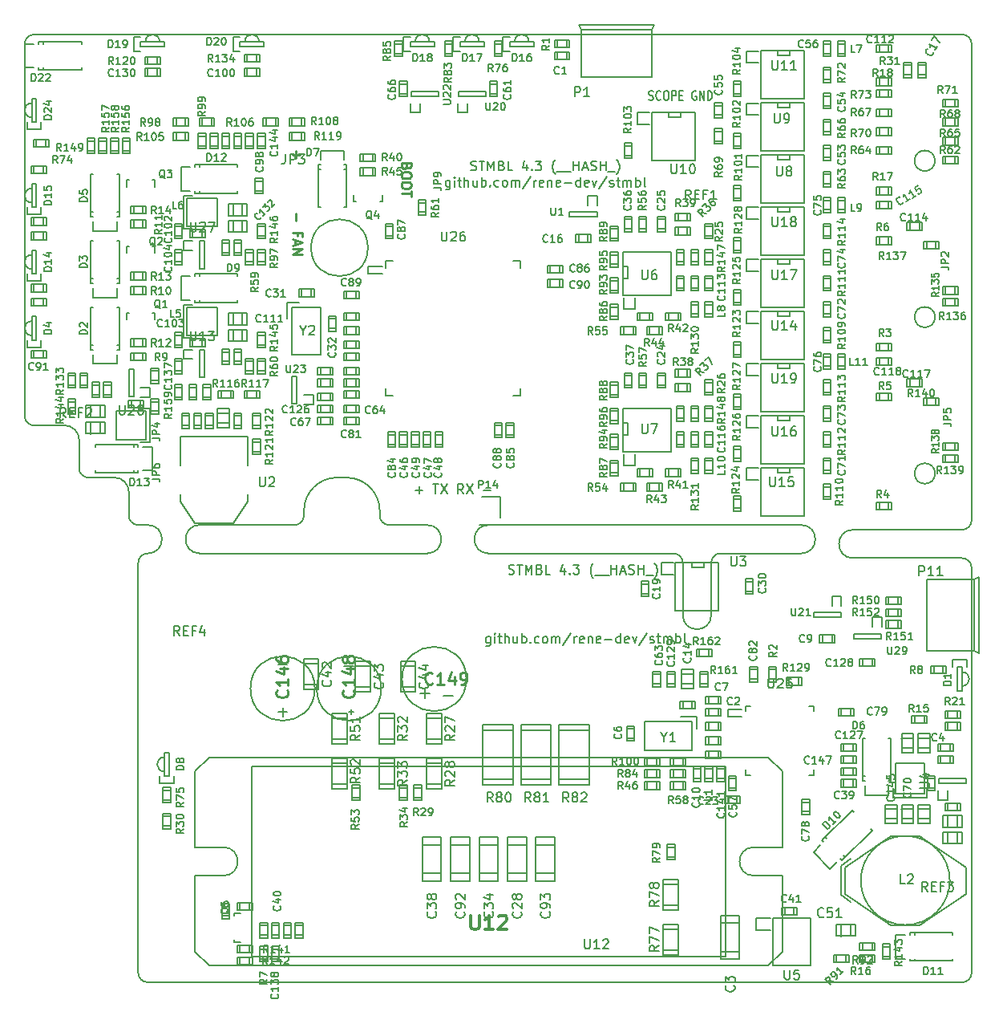
<source format=gbr>
%TF.GenerationSoftware,KiCad,Pcbnew,(5.1.5)-3*%
%TF.CreationDate,2019-12-18T19:09:42+01:00*%
%TF.ProjectId,stmbl_4.0,73746d62-6c5f-4342-9e30-2e6b69636164,rev?*%
%TF.SameCoordinates,PXbcd3d80PY2f71ff0*%
%TF.FileFunction,Legend,Top*%
%TF.FilePolarity,Positive*%
%FSLAX46Y46*%
G04 Gerber Fmt 4.6, Leading zero omitted, Abs format (unit mm)*
G04 Created by KiCad (PCBNEW (5.1.5)-3) date 2019-12-18 19:09:42*
%MOMM*%
%LPD*%
G04 APERTURE LIST*
%ADD10C,0.150000*%
%ADD11C,0.300000*%
%ADD12C,0.250000*%
%ADD13C,0.200000*%
%ADD14C,0.254000*%
%ADD15C,0.175000*%
G04 APERTURE END LIST*
D10*
X-73250000Y-66500000D02*
X-72250000Y-66500000D01*
X-66300000Y-66650000D02*
X-65300000Y-66650000D01*
X-55750000Y-69750000D02*
X-54750000Y-69750000D01*
X-58250000Y-69500000D02*
X-57250000Y-69500000D01*
X-57750000Y-69750000D02*
X-57750000Y-70000000D01*
X-57750000Y-69000000D02*
X-57750000Y-69750000D01*
X-65500000Y-71750000D02*
X-65500000Y-71250000D01*
X-65750000Y-71500000D02*
X-65250000Y-71500000D01*
X-73250000Y-71500000D02*
X-72250000Y-71500000D01*
X-72750000Y-71000000D02*
X-72750000Y-72000000D01*
D11*
X-52857143Y-92928571D02*
X-52857143Y-94142857D01*
X-52785715Y-94285714D01*
X-52714286Y-94357142D01*
X-52571429Y-94428571D01*
X-52285715Y-94428571D01*
X-52142858Y-94357142D01*
X-52071429Y-94285714D01*
X-52000000Y-94142857D01*
X-52000000Y-92928571D01*
X-50500000Y-94428571D02*
X-51357143Y-94428571D01*
X-50928572Y-94428571D02*
X-50928572Y-92928571D01*
X-51071429Y-93142857D01*
X-51214286Y-93285714D01*
X-51357143Y-93357142D01*
X-49928572Y-93071428D02*
X-49857143Y-93000000D01*
X-49714286Y-92928571D01*
X-49357143Y-92928571D01*
X-49214286Y-93000000D01*
X-49142858Y-93071428D01*
X-49071429Y-93214285D01*
X-49071429Y-93357142D01*
X-49142858Y-93571428D01*
X-50000000Y-94428571D01*
X-49071429Y-94428571D01*
D12*
X-71321429Y-12321428D02*
X-71321429Y-13083333D01*
X-71702381Y-12702380D02*
X-70940477Y-12702380D01*
X-71321429Y-18892857D02*
X-71321429Y-19654761D01*
X-71178572Y-21226190D02*
X-71178572Y-20892857D01*
X-71702381Y-20892857D02*
X-70702381Y-20892857D01*
X-70702381Y-21369047D01*
X-71416667Y-21702380D02*
X-71416667Y-22178571D01*
X-71702381Y-21607142D02*
X-70702381Y-21940476D01*
X-71702381Y-22273809D01*
X-71702381Y-22607142D02*
X-70702381Y-22607142D01*
X-71702381Y-23178571D01*
X-70702381Y-23178571D01*
D13*
X-48857143Y-56904761D02*
X-48714286Y-56952380D01*
X-48476191Y-56952380D01*
X-48380953Y-56904761D01*
X-48333334Y-56857142D01*
X-48285715Y-56761904D01*
X-48285715Y-56666666D01*
X-48333334Y-56571428D01*
X-48380953Y-56523809D01*
X-48476191Y-56476190D01*
X-48666667Y-56428571D01*
X-48761905Y-56380952D01*
X-48809524Y-56333333D01*
X-48857143Y-56238095D01*
X-48857143Y-56142857D01*
X-48809524Y-56047619D01*
X-48761905Y-56000000D01*
X-48666667Y-55952380D01*
X-48428572Y-55952380D01*
X-48285715Y-56000000D01*
X-48000000Y-55952380D02*
X-47428572Y-55952380D01*
X-47714286Y-56952380D02*
X-47714286Y-55952380D01*
X-47095239Y-56952380D02*
X-47095239Y-55952380D01*
X-46761905Y-56666666D01*
X-46428572Y-55952380D01*
X-46428572Y-56952380D01*
X-45619048Y-56428571D02*
X-45476191Y-56476190D01*
X-45428572Y-56523809D01*
X-45380953Y-56619047D01*
X-45380953Y-56761904D01*
X-45428572Y-56857142D01*
X-45476191Y-56904761D01*
X-45571429Y-56952380D01*
X-45952381Y-56952380D01*
X-45952381Y-55952380D01*
X-45619048Y-55952380D01*
X-45523810Y-56000000D01*
X-45476191Y-56047619D01*
X-45428572Y-56142857D01*
X-45428572Y-56238095D01*
X-45476191Y-56333333D01*
X-45523810Y-56380952D01*
X-45619048Y-56428571D01*
X-45952381Y-56428571D01*
X-44476191Y-56952380D02*
X-44952381Y-56952380D01*
X-44952381Y-55952380D01*
X-42952381Y-56285714D02*
X-42952381Y-56952380D01*
X-43190477Y-55904761D02*
X-43428572Y-56619047D01*
X-42809524Y-56619047D01*
X-42428572Y-56857142D02*
X-42380953Y-56904761D01*
X-42428572Y-56952380D01*
X-42476191Y-56904761D01*
X-42428572Y-56857142D01*
X-42428572Y-56952380D01*
X-42047620Y-55952380D02*
X-41428572Y-55952380D01*
X-41761905Y-56333333D01*
X-41619048Y-56333333D01*
X-41523810Y-56380952D01*
X-41476191Y-56428571D01*
X-41428572Y-56523809D01*
X-41428572Y-56761904D01*
X-41476191Y-56857142D01*
X-41523810Y-56904761D01*
X-41619048Y-56952380D01*
X-41904762Y-56952380D01*
X-42000000Y-56904761D01*
X-42047620Y-56857142D01*
X-39952381Y-57333333D02*
X-40000000Y-57285714D01*
X-40095239Y-57142857D01*
X-40142858Y-57047619D01*
X-40190477Y-56904761D01*
X-40238096Y-56666666D01*
X-40238096Y-56476190D01*
X-40190477Y-56238095D01*
X-40142858Y-56095238D01*
X-40095239Y-56000000D01*
X-40000000Y-55857142D01*
X-39952381Y-55809523D01*
X-39809524Y-57047619D02*
X-39047620Y-57047619D01*
X-39047620Y-57047619D02*
X-38285715Y-57047619D01*
X-38047620Y-56952380D02*
X-38047620Y-55952380D01*
X-38047620Y-56428571D02*
X-37476191Y-56428571D01*
X-37476191Y-56952380D02*
X-37476191Y-55952380D01*
X-37047620Y-56666666D02*
X-36571429Y-56666666D01*
X-37142858Y-56952380D02*
X-36809524Y-55952380D01*
X-36476191Y-56952380D01*
X-36190477Y-56904761D02*
X-36047620Y-56952380D01*
X-35809524Y-56952380D01*
X-35714286Y-56904761D01*
X-35666667Y-56857142D01*
X-35619048Y-56761904D01*
X-35619048Y-56666666D01*
X-35666667Y-56571428D01*
X-35714286Y-56523809D01*
X-35809524Y-56476190D01*
X-36000000Y-56428571D01*
X-36095239Y-56380952D01*
X-36142858Y-56333333D01*
X-36190477Y-56238095D01*
X-36190477Y-56142857D01*
X-36142858Y-56047619D01*
X-36095239Y-56000000D01*
X-36000000Y-55952380D01*
X-35761905Y-55952380D01*
X-35619048Y-56000000D01*
X-35190477Y-56952380D02*
X-35190477Y-55952380D01*
X-35190477Y-56428571D02*
X-34619048Y-56428571D01*
X-34619048Y-56952380D02*
X-34619048Y-55952380D01*
X-34380953Y-57047619D02*
X-33619048Y-57047619D01*
X-33476191Y-57333333D02*
X-33428572Y-57285714D01*
X-33333334Y-57142857D01*
X-33285715Y-57047619D01*
X-33238096Y-56904761D01*
X-33190477Y-56666666D01*
X-33190477Y-56476190D01*
X-33238096Y-56238095D01*
X-33285715Y-56095238D01*
X-33333334Y-56000000D01*
X-33428572Y-55857142D01*
X-33476191Y-55809523D01*
X-34083334Y-6904761D02*
X-33969048Y-6952380D01*
X-33778572Y-6952380D01*
X-33702381Y-6904761D01*
X-33664286Y-6857142D01*
X-33626191Y-6761904D01*
X-33626191Y-6666666D01*
X-33664286Y-6571428D01*
X-33702381Y-6523809D01*
X-33778572Y-6476190D01*
X-33930953Y-6428571D01*
X-34007143Y-6380952D01*
X-34045239Y-6333333D01*
X-34083334Y-6238095D01*
X-34083334Y-6142857D01*
X-34045239Y-6047619D01*
X-34007143Y-6000000D01*
X-33930953Y-5952380D01*
X-33740477Y-5952380D01*
X-33626191Y-6000000D01*
X-32826191Y-6857142D02*
X-32864286Y-6904761D01*
X-32978572Y-6952380D01*
X-33054762Y-6952380D01*
X-33169048Y-6904761D01*
X-33245239Y-6809523D01*
X-33283334Y-6714285D01*
X-33321429Y-6523809D01*
X-33321429Y-6380952D01*
X-33283334Y-6190476D01*
X-33245239Y-6095238D01*
X-33169048Y-6000000D01*
X-33054762Y-5952380D01*
X-32978572Y-5952380D01*
X-32864286Y-6000000D01*
X-32826191Y-6047619D01*
X-32330953Y-5952380D02*
X-32178572Y-5952380D01*
X-32102381Y-6000000D01*
X-32026191Y-6095238D01*
X-31988096Y-6285714D01*
X-31988096Y-6619047D01*
X-32026191Y-6809523D01*
X-32102381Y-6904761D01*
X-32178572Y-6952380D01*
X-32330953Y-6952380D01*
X-32407143Y-6904761D01*
X-32483334Y-6809523D01*
X-32521429Y-6619047D01*
X-32521429Y-6285714D01*
X-32483334Y-6095238D01*
X-32407143Y-6000000D01*
X-32330953Y-5952380D01*
X-31645239Y-6952380D02*
X-31645239Y-5952380D01*
X-31340477Y-5952380D01*
X-31264286Y-6000000D01*
X-31226191Y-6047619D01*
X-31188096Y-6142857D01*
X-31188096Y-6285714D01*
X-31226191Y-6380952D01*
X-31264286Y-6428571D01*
X-31340477Y-6476190D01*
X-31645239Y-6476190D01*
X-30845239Y-6428571D02*
X-30578572Y-6428571D01*
X-30464286Y-6952380D02*
X-30845239Y-6952380D01*
X-30845239Y-5952380D01*
X-30464286Y-5952380D01*
X-29092858Y-6000000D02*
X-29169048Y-5952380D01*
X-29283334Y-5952380D01*
X-29397620Y-6000000D01*
X-29473810Y-6095238D01*
X-29511905Y-6190476D01*
X-29550000Y-6380952D01*
X-29550000Y-6523809D01*
X-29511905Y-6714285D01*
X-29473810Y-6809523D01*
X-29397620Y-6904761D01*
X-29283334Y-6952380D01*
X-29207143Y-6952380D01*
X-29092858Y-6904761D01*
X-29054762Y-6857142D01*
X-29054762Y-6523809D01*
X-29207143Y-6523809D01*
X-28711905Y-6952380D02*
X-28711905Y-5952380D01*
X-28254762Y-6952380D01*
X-28254762Y-5952380D01*
X-27873810Y-6952380D02*
X-27873810Y-5952380D01*
X-27683334Y-5952380D01*
X-27569048Y-6000000D01*
X-27492858Y-6095238D01*
X-27454762Y-6190476D01*
X-27416667Y-6380952D01*
X-27416667Y-6523809D01*
X-27454762Y-6714285D01*
X-27492858Y-6809523D01*
X-27569048Y-6904761D01*
X-27683334Y-6952380D01*
X-27873810Y-6952380D01*
X-58726191Y-48071428D02*
X-57964286Y-48071428D01*
X-58345239Y-48452380D02*
X-58345239Y-47690476D01*
X-56869048Y-47452380D02*
X-56297620Y-47452380D01*
X-56583334Y-48452380D02*
X-56583334Y-47452380D01*
X-56059524Y-47452380D02*
X-55392858Y-48452380D01*
X-55392858Y-47452380D02*
X-56059524Y-48452380D01*
X-53678572Y-48452380D02*
X-54011905Y-47976190D01*
X-54250000Y-48452380D02*
X-54250000Y-47452380D01*
X-53869048Y-47452380D01*
X-53773810Y-47500000D01*
X-53726191Y-47547619D01*
X-53678572Y-47642857D01*
X-53678572Y-47785714D01*
X-53726191Y-47880952D01*
X-53773810Y-47928571D01*
X-53869048Y-47976190D01*
X-54250000Y-47976190D01*
X-53345239Y-47452380D02*
X-52678572Y-48452380D01*
X-52678572Y-47452380D02*
X-53345239Y-48452380D01*
X-51535715Y-48071428D02*
X-50773810Y-48071428D01*
D12*
X-59678572Y-13892857D02*
X-59726191Y-14035714D01*
X-59773810Y-14083333D01*
X-59869048Y-14130952D01*
X-60011905Y-14130952D01*
X-60107143Y-14083333D01*
X-60154762Y-14035714D01*
X-60202381Y-13940476D01*
X-60202381Y-13559523D01*
X-59202381Y-13559523D01*
X-59202381Y-13892857D01*
X-59250000Y-13988095D01*
X-59297620Y-14035714D01*
X-59392858Y-14083333D01*
X-59488096Y-14083333D01*
X-59583334Y-14035714D01*
X-59630953Y-13988095D01*
X-59678572Y-13892857D01*
X-59678572Y-13559523D01*
X-59202381Y-14750000D02*
X-59202381Y-14940476D01*
X-59250000Y-15035714D01*
X-59345239Y-15130952D01*
X-59535715Y-15178571D01*
X-59869048Y-15178571D01*
X-60059524Y-15130952D01*
X-60154762Y-15035714D01*
X-60202381Y-14940476D01*
X-60202381Y-14750000D01*
X-60154762Y-14654761D01*
X-60059524Y-14559523D01*
X-59869048Y-14511904D01*
X-59535715Y-14511904D01*
X-59345239Y-14559523D01*
X-59250000Y-14654761D01*
X-59202381Y-14750000D01*
X-59202381Y-15797619D02*
X-59202381Y-15988095D01*
X-59250000Y-16083333D01*
X-59345239Y-16178571D01*
X-59535715Y-16226190D01*
X-59869048Y-16226190D01*
X-60059524Y-16178571D01*
X-60154762Y-16083333D01*
X-60202381Y-15988095D01*
X-60202381Y-15797619D01*
X-60154762Y-15702380D01*
X-60059524Y-15607142D01*
X-59869048Y-15559523D01*
X-59535715Y-15559523D01*
X-59345239Y-15607142D01*
X-59250000Y-15702380D01*
X-59202381Y-15797619D01*
X-59202381Y-16511904D02*
X-59202381Y-17083333D01*
X-60202381Y-16797619D02*
X-59202381Y-16797619D01*
D13*
X-50821429Y-63535714D02*
X-50821429Y-64345238D01*
X-50869048Y-64440476D01*
X-50916667Y-64488095D01*
X-51011905Y-64535714D01*
X-51154762Y-64535714D01*
X-51250001Y-64488095D01*
X-50821429Y-64154761D02*
X-50916667Y-64202380D01*
X-51107143Y-64202380D01*
X-51202381Y-64154761D01*
X-51250001Y-64107142D01*
X-51297620Y-64011904D01*
X-51297620Y-63726190D01*
X-51250001Y-63630952D01*
X-51202381Y-63583333D01*
X-51107143Y-63535714D01*
X-50916667Y-63535714D01*
X-50821429Y-63583333D01*
X-50345239Y-64202380D02*
X-50345239Y-63535714D01*
X-50345239Y-63202380D02*
X-50392858Y-63250000D01*
X-50345239Y-63297619D01*
X-50297620Y-63250000D01*
X-50345239Y-63202380D01*
X-50345239Y-63297619D01*
X-50011905Y-63535714D02*
X-49630953Y-63535714D01*
X-49869048Y-63202380D02*
X-49869048Y-64059523D01*
X-49821429Y-64154761D01*
X-49726191Y-64202380D01*
X-49630953Y-64202380D01*
X-49297620Y-64202380D02*
X-49297620Y-63202380D01*
X-48869048Y-64202380D02*
X-48869048Y-63678571D01*
X-48916667Y-63583333D01*
X-49011905Y-63535714D01*
X-49154762Y-63535714D01*
X-49250001Y-63583333D01*
X-49297620Y-63630952D01*
X-47964286Y-63535714D02*
X-47964286Y-64202380D01*
X-48392858Y-63535714D02*
X-48392858Y-64059523D01*
X-48345239Y-64154761D01*
X-48250001Y-64202380D01*
X-48107143Y-64202380D01*
X-48011905Y-64154761D01*
X-47964286Y-64107142D01*
X-47488096Y-64202380D02*
X-47488096Y-63202380D01*
X-47488096Y-63583333D02*
X-47392858Y-63535714D01*
X-47202381Y-63535714D01*
X-47107143Y-63583333D01*
X-47059524Y-63630952D01*
X-47011905Y-63726190D01*
X-47011905Y-64011904D01*
X-47059524Y-64107142D01*
X-47107143Y-64154761D01*
X-47202381Y-64202380D01*
X-47392858Y-64202380D01*
X-47488096Y-64154761D01*
X-46583334Y-64107142D02*
X-46535715Y-64154761D01*
X-46583334Y-64202380D01*
X-46630953Y-64154761D01*
X-46583334Y-64107142D01*
X-46583334Y-64202380D01*
X-45678572Y-64154761D02*
X-45773810Y-64202380D01*
X-45964286Y-64202380D01*
X-46059524Y-64154761D01*
X-46107143Y-64107142D01*
X-46154762Y-64011904D01*
X-46154762Y-63726190D01*
X-46107143Y-63630952D01*
X-46059524Y-63583333D01*
X-45964286Y-63535714D01*
X-45773810Y-63535714D01*
X-45678572Y-63583333D01*
X-45107143Y-64202380D02*
X-45202381Y-64154761D01*
X-45250001Y-64107142D01*
X-45297620Y-64011904D01*
X-45297620Y-63726190D01*
X-45250001Y-63630952D01*
X-45202381Y-63583333D01*
X-45107143Y-63535714D01*
X-44964286Y-63535714D01*
X-44869048Y-63583333D01*
X-44821429Y-63630952D01*
X-44773810Y-63726190D01*
X-44773810Y-64011904D01*
X-44821429Y-64107142D01*
X-44869048Y-64154761D01*
X-44964286Y-64202380D01*
X-45107143Y-64202380D01*
X-44345239Y-64202380D02*
X-44345239Y-63535714D01*
X-44345239Y-63630952D02*
X-44297620Y-63583333D01*
X-44202381Y-63535714D01*
X-44059524Y-63535714D01*
X-43964286Y-63583333D01*
X-43916667Y-63678571D01*
X-43916667Y-64202380D01*
X-43916667Y-63678571D02*
X-43869048Y-63583333D01*
X-43773810Y-63535714D01*
X-43630953Y-63535714D01*
X-43535715Y-63583333D01*
X-43488096Y-63678571D01*
X-43488096Y-64202380D01*
X-42297620Y-63154761D02*
X-43154762Y-64440476D01*
X-41964286Y-64202380D02*
X-41964286Y-63535714D01*
X-41964286Y-63726190D02*
X-41916667Y-63630952D01*
X-41869048Y-63583333D01*
X-41773810Y-63535714D01*
X-41678572Y-63535714D01*
X-40964286Y-64154761D02*
X-41059524Y-64202380D01*
X-41250001Y-64202380D01*
X-41345239Y-64154761D01*
X-41392858Y-64059523D01*
X-41392858Y-63678571D01*
X-41345239Y-63583333D01*
X-41250001Y-63535714D01*
X-41059524Y-63535714D01*
X-40964286Y-63583333D01*
X-40916667Y-63678571D01*
X-40916667Y-63773809D01*
X-41392858Y-63869047D01*
X-40488096Y-63535714D02*
X-40488096Y-64202380D01*
X-40488096Y-63630952D02*
X-40440477Y-63583333D01*
X-40345239Y-63535714D01*
X-40202381Y-63535714D01*
X-40107143Y-63583333D01*
X-40059524Y-63678571D01*
X-40059524Y-64202380D01*
X-39202381Y-64154761D02*
X-39297620Y-64202380D01*
X-39488096Y-64202380D01*
X-39583334Y-64154761D01*
X-39630953Y-64059523D01*
X-39630953Y-63678571D01*
X-39583334Y-63583333D01*
X-39488096Y-63535714D01*
X-39297620Y-63535714D01*
X-39202381Y-63583333D01*
X-39154762Y-63678571D01*
X-39154762Y-63773809D01*
X-39630953Y-63869047D01*
X-38726191Y-63821428D02*
X-37964286Y-63821428D01*
X-37059524Y-64202380D02*
X-37059524Y-63202380D01*
X-37059524Y-64154761D02*
X-37154762Y-64202380D01*
X-37345239Y-64202380D01*
X-37440477Y-64154761D01*
X-37488096Y-64107142D01*
X-37535715Y-64011904D01*
X-37535715Y-63726190D01*
X-37488096Y-63630952D01*
X-37440477Y-63583333D01*
X-37345239Y-63535714D01*
X-37154762Y-63535714D01*
X-37059524Y-63583333D01*
X-36202381Y-64154761D02*
X-36297620Y-64202380D01*
X-36488096Y-64202380D01*
X-36583334Y-64154761D01*
X-36630953Y-64059523D01*
X-36630953Y-63678571D01*
X-36583334Y-63583333D01*
X-36488096Y-63535714D01*
X-36297620Y-63535714D01*
X-36202381Y-63583333D01*
X-36154762Y-63678571D01*
X-36154762Y-63773809D01*
X-36630953Y-63869047D01*
X-35821429Y-63535714D02*
X-35583334Y-64202380D01*
X-35345239Y-63535714D01*
X-34250001Y-63154761D02*
X-35107143Y-64440476D01*
X-33964286Y-64154761D02*
X-33869048Y-64202380D01*
X-33678572Y-64202380D01*
X-33583334Y-64154761D01*
X-33535715Y-64059523D01*
X-33535715Y-64011904D01*
X-33583334Y-63916666D01*
X-33678572Y-63869047D01*
X-33821429Y-63869047D01*
X-33916667Y-63821428D01*
X-33964286Y-63726190D01*
X-33964286Y-63678571D01*
X-33916667Y-63583333D01*
X-33821429Y-63535714D01*
X-33678572Y-63535714D01*
X-33583334Y-63583333D01*
X-33250001Y-63535714D02*
X-32869048Y-63535714D01*
X-33107143Y-63202380D02*
X-33107143Y-64059523D01*
X-33059524Y-64154761D01*
X-32964286Y-64202380D01*
X-32869048Y-64202380D01*
X-32535715Y-64202380D02*
X-32535715Y-63535714D01*
X-32535715Y-63630952D02*
X-32488096Y-63583333D01*
X-32392858Y-63535714D01*
X-32250001Y-63535714D01*
X-32154762Y-63583333D01*
X-32107143Y-63678571D01*
X-32107143Y-64202380D01*
X-32107143Y-63678571D02*
X-32059524Y-63583333D01*
X-31964286Y-63535714D01*
X-31821429Y-63535714D01*
X-31726191Y-63583333D01*
X-31678572Y-63678571D01*
X-31678572Y-64202380D01*
X-31202381Y-64202380D02*
X-31202381Y-63202380D01*
X-31202381Y-63583333D02*
X-31107143Y-63535714D01*
X-30916667Y-63535714D01*
X-30821429Y-63583333D01*
X-30773810Y-63630952D01*
X-30726191Y-63726190D01*
X-30726191Y-64011904D01*
X-30773810Y-64107142D01*
X-30821429Y-64154761D01*
X-30916667Y-64202380D01*
X-31107143Y-64202380D01*
X-31202381Y-64154761D01*
X-30154762Y-64202380D02*
X-30250001Y-64154761D01*
X-30297620Y-64059523D01*
X-30297620Y-63202380D01*
X-52857143Y-14304761D02*
X-52714286Y-14352380D01*
X-52476191Y-14352380D01*
X-52380953Y-14304761D01*
X-52333334Y-14257142D01*
X-52285715Y-14161904D01*
X-52285715Y-14066666D01*
X-52333334Y-13971428D01*
X-52380953Y-13923809D01*
X-52476191Y-13876190D01*
X-52666667Y-13828571D01*
X-52761905Y-13780952D01*
X-52809524Y-13733333D01*
X-52857143Y-13638095D01*
X-52857143Y-13542857D01*
X-52809524Y-13447619D01*
X-52761905Y-13400000D01*
X-52666667Y-13352380D01*
X-52428572Y-13352380D01*
X-52285715Y-13400000D01*
X-52000000Y-13352380D02*
X-51428572Y-13352380D01*
X-51714286Y-14352380D02*
X-51714286Y-13352380D01*
X-51095239Y-14352380D02*
X-51095239Y-13352380D01*
X-50761905Y-14066666D01*
X-50428572Y-13352380D01*
X-50428572Y-14352380D01*
X-49619048Y-13828571D02*
X-49476191Y-13876190D01*
X-49428572Y-13923809D01*
X-49380953Y-14019047D01*
X-49380953Y-14161904D01*
X-49428572Y-14257142D01*
X-49476191Y-14304761D01*
X-49571429Y-14352380D01*
X-49952381Y-14352380D01*
X-49952381Y-13352380D01*
X-49619048Y-13352380D01*
X-49523810Y-13400000D01*
X-49476191Y-13447619D01*
X-49428572Y-13542857D01*
X-49428572Y-13638095D01*
X-49476191Y-13733333D01*
X-49523810Y-13780952D01*
X-49619048Y-13828571D01*
X-49952381Y-13828571D01*
X-48476191Y-14352380D02*
X-48952381Y-14352380D01*
X-48952381Y-13352380D01*
X-46952381Y-13685714D02*
X-46952381Y-14352380D01*
X-47190477Y-13304761D02*
X-47428572Y-14019047D01*
X-46809524Y-14019047D01*
X-46428572Y-14257142D02*
X-46380953Y-14304761D01*
X-46428572Y-14352380D01*
X-46476191Y-14304761D01*
X-46428572Y-14257142D01*
X-46428572Y-14352380D01*
X-46047620Y-13352380D02*
X-45428572Y-13352380D01*
X-45761905Y-13733333D01*
X-45619048Y-13733333D01*
X-45523810Y-13780952D01*
X-45476191Y-13828571D01*
X-45428572Y-13923809D01*
X-45428572Y-14161904D01*
X-45476191Y-14257142D01*
X-45523810Y-14304761D01*
X-45619048Y-14352380D01*
X-45904762Y-14352380D01*
X-46000000Y-14304761D01*
X-46047620Y-14257142D01*
X-43952381Y-14733333D02*
X-44000000Y-14685714D01*
X-44095239Y-14542857D01*
X-44142858Y-14447619D01*
X-44190477Y-14304761D01*
X-44238096Y-14066666D01*
X-44238096Y-13876190D01*
X-44190477Y-13638095D01*
X-44142858Y-13495238D01*
X-44095239Y-13400000D01*
X-44000000Y-13257142D01*
X-43952381Y-13209523D01*
X-43809524Y-14447619D02*
X-43047620Y-14447619D01*
X-43047620Y-14447619D02*
X-42285715Y-14447619D01*
X-42047620Y-14352380D02*
X-42047620Y-13352380D01*
X-42047620Y-13828571D02*
X-41476191Y-13828571D01*
X-41476191Y-14352380D02*
X-41476191Y-13352380D01*
X-41047620Y-14066666D02*
X-40571429Y-14066666D01*
X-41142858Y-14352380D02*
X-40809524Y-13352380D01*
X-40476191Y-14352380D01*
X-40190477Y-14304761D02*
X-40047620Y-14352380D01*
X-39809524Y-14352380D01*
X-39714286Y-14304761D01*
X-39666667Y-14257142D01*
X-39619048Y-14161904D01*
X-39619048Y-14066666D01*
X-39666667Y-13971428D01*
X-39714286Y-13923809D01*
X-39809524Y-13876190D01*
X-40000000Y-13828571D01*
X-40095239Y-13780952D01*
X-40142858Y-13733333D01*
X-40190477Y-13638095D01*
X-40190477Y-13542857D01*
X-40142858Y-13447619D01*
X-40095239Y-13400000D01*
X-40000000Y-13352380D01*
X-39761905Y-13352380D01*
X-39619048Y-13400000D01*
X-39190477Y-14352380D02*
X-39190477Y-13352380D01*
X-39190477Y-13828571D02*
X-38619048Y-13828571D01*
X-38619048Y-14352380D02*
X-38619048Y-13352380D01*
X-38380953Y-14447619D02*
X-37619048Y-14447619D01*
X-37476191Y-14733333D02*
X-37428572Y-14685714D01*
X-37333334Y-14542857D01*
X-37285715Y-14447619D01*
X-37238096Y-14304761D01*
X-37190477Y-14066666D01*
X-37190477Y-13876190D01*
X-37238096Y-13638095D01*
X-37285715Y-13495238D01*
X-37333334Y-13400000D01*
X-37428572Y-13257142D01*
X-37476191Y-13209523D01*
X-55071429Y-15385714D02*
X-55071429Y-16195238D01*
X-55119048Y-16290476D01*
X-55166667Y-16338095D01*
X-55261905Y-16385714D01*
X-55404762Y-16385714D01*
X-55500001Y-16338095D01*
X-55071429Y-16004761D02*
X-55166667Y-16052380D01*
X-55357143Y-16052380D01*
X-55452381Y-16004761D01*
X-55500001Y-15957142D01*
X-55547620Y-15861904D01*
X-55547620Y-15576190D01*
X-55500001Y-15480952D01*
X-55452381Y-15433333D01*
X-55357143Y-15385714D01*
X-55166667Y-15385714D01*
X-55071429Y-15433333D01*
X-54595239Y-16052380D02*
X-54595239Y-15385714D01*
X-54595239Y-15052380D02*
X-54642858Y-15100000D01*
X-54595239Y-15147619D01*
X-54547620Y-15100000D01*
X-54595239Y-15052380D01*
X-54595239Y-15147619D01*
X-54261905Y-15385714D02*
X-53880953Y-15385714D01*
X-54119048Y-15052380D02*
X-54119048Y-15909523D01*
X-54071429Y-16004761D01*
X-53976191Y-16052380D01*
X-53880953Y-16052380D01*
X-53547620Y-16052380D02*
X-53547620Y-15052380D01*
X-53119048Y-16052380D02*
X-53119048Y-15528571D01*
X-53166667Y-15433333D01*
X-53261905Y-15385714D01*
X-53404762Y-15385714D01*
X-53500001Y-15433333D01*
X-53547620Y-15480952D01*
X-52214286Y-15385714D02*
X-52214286Y-16052380D01*
X-52642858Y-15385714D02*
X-52642858Y-15909523D01*
X-52595239Y-16004761D01*
X-52500001Y-16052380D01*
X-52357143Y-16052380D01*
X-52261905Y-16004761D01*
X-52214286Y-15957142D01*
X-51738096Y-16052380D02*
X-51738096Y-15052380D01*
X-51738096Y-15433333D02*
X-51642858Y-15385714D01*
X-51452381Y-15385714D01*
X-51357143Y-15433333D01*
X-51309524Y-15480952D01*
X-51261905Y-15576190D01*
X-51261905Y-15861904D01*
X-51309524Y-15957142D01*
X-51357143Y-16004761D01*
X-51452381Y-16052380D01*
X-51642858Y-16052380D01*
X-51738096Y-16004761D01*
X-50833334Y-15957142D02*
X-50785715Y-16004761D01*
X-50833334Y-16052380D01*
X-50880953Y-16004761D01*
X-50833334Y-15957142D01*
X-50833334Y-16052380D01*
X-49928572Y-16004761D02*
X-50023810Y-16052380D01*
X-50214286Y-16052380D01*
X-50309524Y-16004761D01*
X-50357143Y-15957142D01*
X-50404762Y-15861904D01*
X-50404762Y-15576190D01*
X-50357143Y-15480952D01*
X-50309524Y-15433333D01*
X-50214286Y-15385714D01*
X-50023810Y-15385714D01*
X-49928572Y-15433333D01*
X-49357143Y-16052380D02*
X-49452381Y-16004761D01*
X-49500001Y-15957142D01*
X-49547620Y-15861904D01*
X-49547620Y-15576190D01*
X-49500001Y-15480952D01*
X-49452381Y-15433333D01*
X-49357143Y-15385714D01*
X-49214286Y-15385714D01*
X-49119048Y-15433333D01*
X-49071429Y-15480952D01*
X-49023810Y-15576190D01*
X-49023810Y-15861904D01*
X-49071429Y-15957142D01*
X-49119048Y-16004761D01*
X-49214286Y-16052380D01*
X-49357143Y-16052380D01*
X-48595239Y-16052380D02*
X-48595239Y-15385714D01*
X-48595239Y-15480952D02*
X-48547620Y-15433333D01*
X-48452381Y-15385714D01*
X-48309524Y-15385714D01*
X-48214286Y-15433333D01*
X-48166667Y-15528571D01*
X-48166667Y-16052380D01*
X-48166667Y-15528571D02*
X-48119048Y-15433333D01*
X-48023810Y-15385714D01*
X-47880953Y-15385714D01*
X-47785715Y-15433333D01*
X-47738096Y-15528571D01*
X-47738096Y-16052380D01*
X-46547620Y-15004761D02*
X-47404762Y-16290476D01*
X-46214286Y-16052380D02*
X-46214286Y-15385714D01*
X-46214286Y-15576190D02*
X-46166667Y-15480952D01*
X-46119048Y-15433333D01*
X-46023810Y-15385714D01*
X-45928572Y-15385714D01*
X-45214286Y-16004761D02*
X-45309524Y-16052380D01*
X-45500001Y-16052380D01*
X-45595239Y-16004761D01*
X-45642858Y-15909523D01*
X-45642858Y-15528571D01*
X-45595239Y-15433333D01*
X-45500001Y-15385714D01*
X-45309524Y-15385714D01*
X-45214286Y-15433333D01*
X-45166667Y-15528571D01*
X-45166667Y-15623809D01*
X-45642858Y-15719047D01*
X-44738096Y-15385714D02*
X-44738096Y-16052380D01*
X-44738096Y-15480952D02*
X-44690477Y-15433333D01*
X-44595239Y-15385714D01*
X-44452381Y-15385714D01*
X-44357143Y-15433333D01*
X-44309524Y-15528571D01*
X-44309524Y-16052380D01*
X-43452381Y-16004761D02*
X-43547620Y-16052380D01*
X-43738096Y-16052380D01*
X-43833334Y-16004761D01*
X-43880953Y-15909523D01*
X-43880953Y-15528571D01*
X-43833334Y-15433333D01*
X-43738096Y-15385714D01*
X-43547620Y-15385714D01*
X-43452381Y-15433333D01*
X-43404762Y-15528571D01*
X-43404762Y-15623809D01*
X-43880953Y-15719047D01*
X-42976191Y-15671428D02*
X-42214286Y-15671428D01*
X-41309524Y-16052380D02*
X-41309524Y-15052380D01*
X-41309524Y-16004761D02*
X-41404762Y-16052380D01*
X-41595239Y-16052380D01*
X-41690477Y-16004761D01*
X-41738096Y-15957142D01*
X-41785715Y-15861904D01*
X-41785715Y-15576190D01*
X-41738096Y-15480952D01*
X-41690477Y-15433333D01*
X-41595239Y-15385714D01*
X-41404762Y-15385714D01*
X-41309524Y-15433333D01*
X-40452381Y-16004761D02*
X-40547620Y-16052380D01*
X-40738096Y-16052380D01*
X-40833334Y-16004761D01*
X-40880953Y-15909523D01*
X-40880953Y-15528571D01*
X-40833334Y-15433333D01*
X-40738096Y-15385714D01*
X-40547620Y-15385714D01*
X-40452381Y-15433333D01*
X-40404762Y-15528571D01*
X-40404762Y-15623809D01*
X-40880953Y-15719047D01*
X-40071429Y-15385714D02*
X-39833334Y-16052380D01*
X-39595239Y-15385714D01*
X-38500001Y-15004761D02*
X-39357143Y-16290476D01*
X-38214286Y-16004761D02*
X-38119048Y-16052380D01*
X-37928572Y-16052380D01*
X-37833334Y-16004761D01*
X-37785715Y-15909523D01*
X-37785715Y-15861904D01*
X-37833334Y-15766666D01*
X-37928572Y-15719047D01*
X-38071429Y-15719047D01*
X-38166667Y-15671428D01*
X-38214286Y-15576190D01*
X-38214286Y-15528571D01*
X-38166667Y-15433333D01*
X-38071429Y-15385714D01*
X-37928572Y-15385714D01*
X-37833334Y-15433333D01*
X-37500001Y-15385714D02*
X-37119048Y-15385714D01*
X-37357143Y-15052380D02*
X-37357143Y-15909523D01*
X-37309524Y-16004761D01*
X-37214286Y-16052380D01*
X-37119048Y-16052380D01*
X-36785715Y-16052380D02*
X-36785715Y-15385714D01*
X-36785715Y-15480952D02*
X-36738096Y-15433333D01*
X-36642858Y-15385714D01*
X-36500001Y-15385714D01*
X-36404762Y-15433333D01*
X-36357143Y-15528571D01*
X-36357143Y-16052380D01*
X-36357143Y-15528571D02*
X-36309524Y-15433333D01*
X-36214286Y-15385714D01*
X-36071429Y-15385714D01*
X-35976191Y-15433333D01*
X-35928572Y-15528571D01*
X-35928572Y-16052380D01*
X-35452381Y-16052380D02*
X-35452381Y-15052380D01*
X-35452381Y-15433333D02*
X-35357143Y-15385714D01*
X-35166667Y-15385714D01*
X-35071429Y-15433333D01*
X-35023810Y-15480952D01*
X-34976191Y-15576190D01*
X-34976191Y-15861904D01*
X-35023810Y-15957142D01*
X-35071429Y-16004761D01*
X-35166667Y-16052380D01*
X-35357143Y-16052380D01*
X-35452381Y-16004761D01*
X-34404762Y-16052380D02*
X-34500001Y-16004761D01*
X-34547620Y-15909523D01*
X-34547620Y-15052380D01*
D10*
X-70500000Y-50750000D02*
X-70500000Y-50250000D01*
X-62500000Y-50750000D02*
X-62500000Y-50250000D01*
X-66000000Y-46750000D02*
X-67000000Y-46750000D01*
X-57500000Y-51750000D02*
X-61500000Y-51750000D01*
X-71500000Y-51750000D02*
G75*
G03X-70500000Y-50750000I0J1000000D01*
G01*
X-67000000Y-46750000D02*
G75*
G03X-70500000Y-50250000I0J-3500000D01*
G01*
X-62500000Y-50250000D02*
G75*
G03X-66000000Y-46750000I-3500000J0D01*
G01*
X-62500000Y-50750000D02*
G75*
G03X-61500000Y-51750000I1000000J0D01*
G01*
X-88000000Y-51750000D02*
X-87000000Y-51750000D01*
X-26500000Y-54750000D02*
G75*
G03X-27500000Y-55750000I0J-1000000D01*
G01*
X-30500000Y-55750000D02*
G75*
G03X-31500000Y-54750000I-1000000J0D01*
G01*
X-26500000Y-54750000D02*
X-18000000Y-54750000D01*
X-27500000Y-61250000D02*
X-27500000Y-55750000D01*
X-30500000Y-61250000D02*
X-30500000Y-55750000D01*
X-30500000Y-61250000D02*
G75*
G03X-27500000Y-61250000I1500000J0D01*
G01*
X-94250000Y-42750000D02*
G75*
G03X-95750000Y-41250000I-1500000J0D01*
G01*
X-89000000Y-48250000D02*
G75*
G03X-90500000Y-46750000I-1500000J0D01*
G01*
X-87000000Y-54750000D02*
G75*
G03X-87000000Y-51750000I0J1500000D01*
G01*
X-87000000Y-54750000D02*
G75*
G03X-88000000Y-55750000I0J-1000000D01*
G01*
X-89000000Y-50750000D02*
G75*
G03X-88000000Y-51750000I1000000J0D01*
G01*
X-94250000Y-45750000D02*
G75*
G03X-93250000Y-46750000I1000000J0D01*
G01*
X0Y-56250000D02*
G75*
G03X-1000000Y-55250000I-1000000J0D01*
G01*
X0Y-1000000D02*
G75*
G03X-1000000Y0I-1000000J0D01*
G01*
X-99000000Y0D02*
G75*
G03X-100000000Y-1000000I0J-1000000D01*
G01*
X-100000000Y-40250000D02*
G75*
G03X-99000000Y-41250000I1000000J0D01*
G01*
X-88000000Y-99000000D02*
G75*
G03X-87000000Y-100000000I1000000J0D01*
G01*
X-1000000Y-100000000D02*
G75*
G03X0Y-99000000I0J1000000D01*
G01*
X-1000000Y-52250000D02*
G75*
G03X0Y-51250000I0J1000000D01*
G01*
X-71500000Y-51750000D02*
X-81500000Y-51750000D01*
X-81500000Y-54750000D02*
X-57500000Y-54750000D01*
X-81500000Y-51750000D02*
G75*
G03X-81500000Y-54750000I0J-1500000D01*
G01*
X-12500000Y-55250000D02*
X-1000000Y-55250000D01*
X-12500000Y-52250000D02*
X-1000000Y-52250000D01*
X-18000000Y-54750000D02*
G75*
G03X-18000000Y-51750000I0J1500000D01*
G01*
X-12500000Y-52250000D02*
G75*
G03X-12500000Y-55250000I0J-1500000D01*
G01*
X-51000000Y-54750000D02*
X-31500000Y-54750000D01*
X-52000000Y-51750000D02*
X-18000000Y-51750000D01*
X-57500000Y-54750000D02*
G75*
G03X-57500000Y-51750000I0J1500000D01*
G01*
X-51000000Y-51750000D02*
G75*
G03X-51000000Y-54750000I0J-1500000D01*
G01*
X-90500000Y-46750000D02*
X-93250000Y-46750000D01*
X0Y-99000000D02*
X0Y-56250000D01*
X-89000000Y-48250000D02*
X-89000000Y-50750000D01*
X-94250000Y-42750000D02*
X-94250000Y-45750000D01*
X-99000000Y-41250000D02*
X-95750000Y-41250000D01*
X-100000000Y-1000000D02*
X-100000000Y-40250000D01*
X-1000000Y0D02*
X-99000000Y0D01*
X0Y-51250000D02*
X0Y-1000000D01*
X-87000000Y-100000000D02*
X-1000000Y-100000000D01*
X-88000000Y-55750000D02*
X-88000000Y-99000000D01*
X-58700000Y-66150000D02*
X-60300000Y-66150000D01*
X-60300000Y-66150000D02*
X-60300000Y-69350000D01*
X-60300000Y-69350000D02*
X-58700000Y-69350000D01*
X-58700000Y-69350000D02*
X-58700000Y-66150000D01*
X-58700000Y-66650000D02*
X-60300000Y-66650000D01*
X-58700000Y-68850000D02*
X-60300000Y-68850000D01*
X-63450000Y-66150000D02*
X-65050000Y-66150000D01*
X-65050000Y-66150000D02*
X-65050000Y-69350000D01*
X-65050000Y-69350000D02*
X-63450000Y-69350000D01*
X-63450000Y-69350000D02*
X-63450000Y-66150000D01*
X-63450000Y-66650000D02*
X-65050000Y-66650000D01*
X-63450000Y-68850000D02*
X-65050000Y-68850000D01*
X-68950000Y-65900000D02*
X-70550000Y-65900000D01*
X-70550000Y-65900000D02*
X-70550000Y-69100000D01*
X-70550000Y-69100000D02*
X-68950000Y-69100000D01*
X-68950000Y-69100000D02*
X-68950000Y-65900000D01*
X-68950000Y-66400000D02*
X-70550000Y-66400000D01*
X-68950000Y-68600000D02*
X-70550000Y-68600000D01*
D13*
X-53350000Y-68000000D02*
G75*
G03X-53350000Y-68000000I-3400000J0D01*
G01*
X-62350000Y-69000000D02*
G75*
G03X-62350000Y-69000000I-3400000J0D01*
G01*
X-69350000Y-69000000D02*
G75*
G03X-69350000Y-69000000I-3400000J0D01*
G01*
D10*
X-49750000Y-48750000D02*
X-51750000Y-48750000D01*
X-49750000Y-51000000D02*
X-49750000Y-48750000D01*
X-22750000Y-94500000D02*
X-21250000Y-94500000D01*
X-22750000Y-93250000D02*
X-22750000Y-94500000D01*
X-21250000Y-93250000D02*
X-22750000Y-93250000D01*
X-17000000Y-93250000D02*
X-21000000Y-93250000D01*
X-17000000Y-98250000D02*
X-17000000Y-93250000D01*
X-21000000Y-98250000D02*
X-17000000Y-98250000D01*
X-21000000Y-93250000D02*
X-21000000Y-98250000D01*
X-98750000Y-32250000D02*
X-98750000Y-29750000D01*
X-98750000Y-29750000D02*
X-99250000Y-29750000D01*
X-99250000Y-29750000D02*
X-99250000Y-32250000D01*
X-99250000Y-32250000D02*
X-98750000Y-32250000D01*
X-99250000Y-30250000D02*
G75*
G03X-99250000Y-31750000I0J-750000D01*
G01*
X-99750000Y-32250000D02*
X-99750000Y-33000000D01*
X-98250000Y-32250000D02*
X-98250000Y-33000000D01*
X-98250000Y-33000000D02*
X-99750000Y-33000000D01*
X-98750000Y-25250000D02*
X-98750000Y-22750000D01*
X-98750000Y-22750000D02*
X-99250000Y-22750000D01*
X-99250000Y-22750000D02*
X-99250000Y-25250000D01*
X-99250000Y-25250000D02*
X-98750000Y-25250000D01*
X-99250000Y-23250000D02*
G75*
G03X-99250000Y-24750000I0J-750000D01*
G01*
X-99750000Y-25250000D02*
X-99750000Y-26000000D01*
X-98250000Y-25250000D02*
X-98250000Y-26000000D01*
X-98250000Y-26000000D02*
X-99750000Y-26000000D01*
X-98750000Y-18250000D02*
X-98750000Y-15750000D01*
X-98750000Y-15750000D02*
X-99250000Y-15750000D01*
X-99250000Y-15750000D02*
X-99250000Y-18250000D01*
X-99250000Y-18250000D02*
X-98750000Y-18250000D01*
X-99250000Y-16250000D02*
G75*
G03X-99250000Y-17750000I0J-750000D01*
G01*
X-99750000Y-18250000D02*
X-99750000Y-19000000D01*
X-98250000Y-18250000D02*
X-98250000Y-19000000D01*
X-98250000Y-19000000D02*
X-99750000Y-19000000D01*
X-48750000Y-1250000D02*
X-46250000Y-1250000D01*
X-46250000Y-1250000D02*
X-46250000Y-750000D01*
X-46250000Y-750000D02*
X-48750000Y-750000D01*
X-48750000Y-750000D02*
X-48750000Y-1250000D01*
X-46750000Y-750000D02*
G75*
G03X-48250000Y-750000I-750000J0D01*
G01*
X-48750000Y-250000D02*
X-49500000Y-250000D01*
X-48750000Y-1750000D02*
X-49500000Y-1750000D01*
X-49500000Y-1750000D02*
X-49500000Y-250000D01*
X-54000000Y-1250000D02*
X-51500000Y-1250000D01*
X-51500000Y-1250000D02*
X-51500000Y-750000D01*
X-51500000Y-750000D02*
X-54000000Y-750000D01*
X-54000000Y-750000D02*
X-54000000Y-1250000D01*
X-52000000Y-750000D02*
G75*
G03X-53500000Y-750000I-750000J0D01*
G01*
X-54000000Y-250000D02*
X-54750000Y-250000D01*
X-54000000Y-1750000D02*
X-54750000Y-1750000D01*
X-54750000Y-1750000D02*
X-54750000Y-250000D01*
X-59250000Y-1250000D02*
X-56750000Y-1250000D01*
X-56750000Y-1250000D02*
X-56750000Y-750000D01*
X-56750000Y-750000D02*
X-59250000Y-750000D01*
X-59250000Y-750000D02*
X-59250000Y-1250000D01*
X-57250000Y-750000D02*
G75*
G03X-58750000Y-750000I-750000J0D01*
G01*
X-59250000Y-250000D02*
X-60000000Y-250000D01*
X-59250000Y-1750000D02*
X-60000000Y-1750000D01*
X-60000000Y-1750000D02*
X-60000000Y-250000D01*
X-87750000Y-1250000D02*
X-85250000Y-1250000D01*
X-85250000Y-1250000D02*
X-85250000Y-750000D01*
X-85250000Y-750000D02*
X-87750000Y-750000D01*
X-87750000Y-750000D02*
X-87750000Y-1250000D01*
X-85750000Y-750000D02*
G75*
G03X-87250000Y-750000I-750000J0D01*
G01*
X-87750000Y-250000D02*
X-88500000Y-250000D01*
X-87750000Y-1750000D02*
X-88500000Y-1750000D01*
X-88500000Y-1750000D02*
X-88500000Y-250000D01*
X-77250000Y-1250000D02*
X-74750000Y-1250000D01*
X-74750000Y-1250000D02*
X-74750000Y-750000D01*
X-74750000Y-750000D02*
X-77250000Y-750000D01*
X-77250000Y-750000D02*
X-77250000Y-1250000D01*
X-75250000Y-750000D02*
G75*
G03X-76750000Y-750000I-750000J0D01*
G01*
X-77250000Y-250000D02*
X-78000000Y-250000D01*
X-77250000Y-1750000D02*
X-78000000Y-1750000D01*
X-78000000Y-1750000D02*
X-78000000Y-250000D01*
X-98750000Y-9250000D02*
X-98750000Y-6750000D01*
X-98750000Y-6750000D02*
X-99250000Y-6750000D01*
X-99250000Y-6750000D02*
X-99250000Y-9250000D01*
X-99250000Y-9250000D02*
X-98750000Y-9250000D01*
X-99250000Y-7250000D02*
G75*
G03X-99250000Y-8750000I0J-750000D01*
G01*
X-99750000Y-9250000D02*
X-99750000Y-10000000D01*
X-98250000Y-9250000D02*
X-98250000Y-10000000D01*
X-98250000Y-10000000D02*
X-99750000Y-10000000D01*
X-1500000Y-66750000D02*
X-1500000Y-69250000D01*
X-1500000Y-69250000D02*
X-1000000Y-69250000D01*
X-1000000Y-69250000D02*
X-1000000Y-66750000D01*
X-1000000Y-66750000D02*
X-1500000Y-66750000D01*
X-1000000Y-68750000D02*
G75*
G03X-1000000Y-67250000I0J750000D01*
G01*
X-500000Y-66750000D02*
X-500000Y-66000000D01*
X-2000000Y-66750000D02*
X-2000000Y-66000000D01*
X-2000000Y-66000000D02*
X-500000Y-66000000D01*
X-84750000Y-78250000D02*
X-84750000Y-75750000D01*
X-84750000Y-75750000D02*
X-85250000Y-75750000D01*
X-85250000Y-75750000D02*
X-85250000Y-78250000D01*
X-85250000Y-78250000D02*
X-84750000Y-78250000D01*
X-85250000Y-76250000D02*
G75*
G03X-85250000Y-77750000I0J-750000D01*
G01*
X-85750000Y-78250000D02*
X-85750000Y-79000000D01*
X-84250000Y-78250000D02*
X-84250000Y-79000000D01*
X-84250000Y-79000000D02*
X-85750000Y-79000000D01*
X-48400000Y-72825000D02*
X-51600000Y-72825000D01*
X-51600000Y-72825000D02*
X-51600000Y-79175000D01*
X-51600000Y-79175000D02*
X-48400000Y-79175000D01*
X-48400000Y-79175000D02*
X-48400000Y-72825000D01*
X-48400000Y-73425000D02*
X-51600000Y-73425000D01*
X-51600000Y-78575000D02*
X-48400000Y-78575000D01*
X-40400000Y-72825000D02*
X-43600000Y-72825000D01*
X-43600000Y-72825000D02*
X-43600000Y-79175000D01*
X-43600000Y-79175000D02*
X-40400000Y-79175000D01*
X-40400000Y-79175000D02*
X-40400000Y-72825000D01*
X-40400000Y-73425000D02*
X-43600000Y-73425000D01*
X-43600000Y-78575000D02*
X-40400000Y-78575000D01*
X-44400000Y-72825000D02*
X-47600000Y-72825000D01*
X-47600000Y-72825000D02*
X-47600000Y-79175000D01*
X-47600000Y-79175000D02*
X-44400000Y-79175000D01*
X-44400000Y-79175000D02*
X-44400000Y-72825000D01*
X-44400000Y-73425000D02*
X-47600000Y-73425000D01*
X-47600000Y-78575000D02*
X-44400000Y-78575000D01*
X-83556000Y-49286000D02*
X-83556000Y-48524000D01*
X-82032000Y-51572000D02*
X-83556000Y-49286000D01*
X-77968000Y-51572000D02*
X-82032000Y-51572000D01*
X-76444000Y-49286000D02*
X-77968000Y-51572000D01*
X-76444000Y-48524000D02*
X-76444000Y-49286000D01*
X-83556000Y-42428000D02*
X-83556000Y-45476000D01*
X-76444000Y-42428000D02*
X-83556000Y-42428000D01*
X-76444000Y-45476000D02*
X-76444000Y-42428000D01*
X-47625000Y-23875000D02*
X-48385000Y-23875000D01*
X-47625000Y-38125000D02*
X-48385000Y-38125000D01*
X-61875000Y-38125000D02*
X-61115000Y-38125000D01*
X-61875000Y-23875000D02*
X-61115000Y-23875000D01*
X-61875000Y-38125000D02*
X-61875000Y-37365000D01*
X-47625000Y-38125000D02*
X-47625000Y-37365000D01*
X-47625000Y-23875000D02*
X-47625000Y-24635000D01*
X-61875000Y-23875000D02*
X-61875000Y-24635000D01*
X-62250000Y-24500000D02*
X-63750000Y-24500000D01*
X-63750000Y-24500000D02*
X-63750000Y-25250000D01*
X-63750000Y-25250000D02*
X-62250000Y-25250000D01*
X-9550000Y-63250000D02*
X-12450000Y-63250000D01*
X-12450000Y-63250000D02*
X-12450000Y-63750000D01*
X-12450000Y-63750000D02*
X-9550000Y-63750000D01*
X-9550000Y-63750000D02*
X-9550000Y-63250000D01*
X-9500000Y-62500000D02*
X-9500000Y-61500000D01*
X-9500000Y-61500000D02*
X-10500000Y-61500000D01*
X-10500000Y-61500000D02*
X-10500000Y-62500000D01*
X-71250000Y-38950000D02*
X-71250000Y-36050000D01*
X-71250000Y-36050000D02*
X-71750000Y-36050000D01*
X-71750000Y-36050000D02*
X-71750000Y-38950000D01*
X-71750000Y-38950000D02*
X-71250000Y-38950000D01*
X-70500000Y-39000000D02*
X-69500000Y-39000000D01*
X-69500000Y-39000000D02*
X-69500000Y-38000000D01*
X-69500000Y-38000000D02*
X-70500000Y-38000000D01*
X-59200000Y-6500000D02*
X-56300000Y-6500000D01*
X-56300000Y-6500000D02*
X-56300000Y-6000000D01*
X-56300000Y-6000000D02*
X-59200000Y-6000000D01*
X-59200000Y-6000000D02*
X-59200000Y-6500000D01*
X-59250000Y-7250000D02*
X-59250000Y-8250000D01*
X-59250000Y-8250000D02*
X-58250000Y-8250000D01*
X-58250000Y-8250000D02*
X-58250000Y-7250000D01*
X-13800000Y-61000000D02*
X-16700000Y-61000000D01*
X-16700000Y-61000000D02*
X-16700000Y-61500000D01*
X-16700000Y-61500000D02*
X-13800000Y-61500000D01*
X-13800000Y-61500000D02*
X-13800000Y-61000000D01*
X-13750000Y-60250000D02*
X-13750000Y-59250000D01*
X-13750000Y-59250000D02*
X-14750000Y-59250000D01*
X-14750000Y-59250000D02*
X-14750000Y-60250000D01*
X-54200000Y-6500000D02*
X-51300000Y-6500000D01*
X-51300000Y-6500000D02*
X-51300000Y-6000000D01*
X-51300000Y-6000000D02*
X-54200000Y-6000000D01*
X-54200000Y-6000000D02*
X-54200000Y-6500000D01*
X-54250000Y-7250000D02*
X-54250000Y-8250000D01*
X-54250000Y-8250000D02*
X-53250000Y-8250000D01*
X-53250000Y-8250000D02*
X-53250000Y-7250000D01*
X-39550000Y-18750000D02*
X-42450000Y-18750000D01*
X-42450000Y-18750000D02*
X-42450000Y-19250000D01*
X-42450000Y-19250000D02*
X-39550000Y-19250000D01*
X-39550000Y-19250000D02*
X-39550000Y-18750000D01*
X-39500000Y-18000000D02*
X-39500000Y-17000000D01*
X-39500000Y-17000000D02*
X-40500000Y-17000000D01*
X-40500000Y-17000000D02*
X-40500000Y-18000000D01*
X-3450000Y-79000000D02*
X-550000Y-79000000D01*
X-550000Y-79000000D02*
X-550000Y-78500000D01*
X-550000Y-78500000D02*
X-3450000Y-78500000D01*
X-3450000Y-78500000D02*
X-3450000Y-79000000D01*
X-3500000Y-79750000D02*
X-3500000Y-80750000D01*
X-3500000Y-80750000D02*
X-2500000Y-80750000D01*
X-2500000Y-80750000D02*
X-2500000Y-79750000D01*
X-81500000Y-33300000D02*
X-81500000Y-36200000D01*
X-81500000Y-36200000D02*
X-81000000Y-36200000D01*
X-81000000Y-36200000D02*
X-81000000Y-33300000D01*
X-81000000Y-33300000D02*
X-81500000Y-33300000D01*
X-82250000Y-33250000D02*
X-83250000Y-33250000D01*
X-83250000Y-33250000D02*
X-83250000Y-34250000D01*
X-83250000Y-34250000D02*
X-82250000Y-34250000D01*
X-81500000Y-21800000D02*
X-81500000Y-24700000D01*
X-81500000Y-24700000D02*
X-81000000Y-24700000D01*
X-81000000Y-24700000D02*
X-81000000Y-21800000D01*
X-81000000Y-21800000D02*
X-81500000Y-21800000D01*
X-82250000Y-21750000D02*
X-83250000Y-21750000D01*
X-83250000Y-21750000D02*
X-83250000Y-22750000D01*
X-83250000Y-22750000D02*
X-82250000Y-22750000D01*
X-88500000Y-38200000D02*
X-88500000Y-35300000D01*
X-88500000Y-35300000D02*
X-89000000Y-35300000D01*
X-89000000Y-35300000D02*
X-89000000Y-38200000D01*
X-89000000Y-38200000D02*
X-88500000Y-38200000D01*
X-87750000Y-38250000D02*
X-86750000Y-38250000D01*
X-86750000Y-38250000D02*
X-86750000Y-37250000D01*
X-86750000Y-37250000D02*
X-87750000Y-37250000D01*
X-2300000Y-89250000D02*
G75*
G03X-2300000Y-89250000I-4700000J0D01*
G01*
X-13400000Y-87850000D02*
X-13400000Y-90650000D01*
X-13400000Y-90650000D02*
X-8500000Y-93950000D01*
X-8500000Y-93950000D02*
X-5500000Y-93950000D01*
X-5500000Y-93950000D02*
X-600000Y-90650000D01*
X-600000Y-90650000D02*
X-600000Y-87850000D01*
X-600000Y-87850000D02*
X-5500000Y-84550000D01*
X-5500000Y-84550000D02*
X-8500000Y-84550000D01*
X-8500000Y-84550000D02*
X-13400000Y-87850000D01*
X-12750000Y-87000000D02*
X-13750000Y-87750000D01*
X-13750000Y-87750000D02*
X-13750000Y-90750000D01*
X-13750000Y-90750000D02*
X-12750000Y-91500000D01*
X-82850000Y-31750000D02*
X-79650000Y-31750000D01*
X-79650000Y-31750000D02*
X-79650000Y-28750000D01*
X-79650000Y-28750000D02*
X-82850000Y-28750000D01*
X-82850000Y-28750000D02*
X-82850000Y-31750000D01*
X-82250000Y-28500000D02*
X-83250000Y-28500000D01*
X-83250000Y-28500000D02*
X-83250000Y-32000000D01*
X-83250000Y-32000000D02*
X-82250000Y-32000000D01*
X-82850000Y-20250000D02*
X-79650000Y-20250000D01*
X-79650000Y-20250000D02*
X-79650000Y-17250000D01*
X-79650000Y-17250000D02*
X-82850000Y-17250000D01*
X-82850000Y-17250000D02*
X-82850000Y-20250000D01*
X-82250000Y-17000000D02*
X-83250000Y-17000000D01*
X-83250000Y-17000000D02*
X-83250000Y-20500000D01*
X-83250000Y-20500000D02*
X-82250000Y-20500000D01*
X-87150000Y-39750000D02*
X-90350000Y-39750000D01*
X-90350000Y-39750000D02*
X-90350000Y-42750000D01*
X-90350000Y-42750000D02*
X-87150000Y-42750000D01*
X-87150000Y-42750000D02*
X-87150000Y-39750000D01*
X-87750000Y-43000000D02*
X-86750000Y-43000000D01*
X-86750000Y-43000000D02*
X-86750000Y-39500000D01*
X-86750000Y-39500000D02*
X-87750000Y-39500000D01*
X-5000000Y-80100000D02*
X-5000000Y-76900000D01*
X-5000000Y-76900000D02*
X-8000000Y-76900000D01*
X-8000000Y-76900000D02*
X-8000000Y-80100000D01*
X-8000000Y-80100000D02*
X-5000000Y-80100000D01*
X-8250000Y-79500000D02*
X-8250000Y-80500000D01*
X-8250000Y-80500000D02*
X-4750000Y-80500000D01*
X-4750000Y-80500000D02*
X-4750000Y-79500000D01*
X-71750000Y-28750000D02*
X-68750000Y-28750000D01*
X-68750000Y-28750000D02*
X-68750000Y-33750000D01*
X-68750000Y-33750000D02*
X-71750000Y-33750000D01*
X-71750000Y-33750000D02*
X-71750000Y-28750000D01*
X-71000000Y-28250000D02*
X-72250000Y-28250000D01*
X-72250000Y-28250000D02*
X-72250000Y-30000000D01*
X-29500000Y-72500000D02*
X-29500000Y-75500000D01*
X-29500000Y-75500000D02*
X-34500000Y-75500000D01*
X-34500000Y-75500000D02*
X-34500000Y-72500000D01*
X-34500000Y-72500000D02*
X-29500000Y-72500000D01*
X-29000000Y-73250000D02*
X-29000000Y-72000000D01*
X-29000000Y-72000000D02*
X-30750000Y-72000000D01*
X-86450840Y-15349760D02*
X-86499100Y-15349760D01*
X-89249820Y-16050800D02*
X-89249820Y-15349760D01*
X-89249820Y-15349760D02*
X-89000900Y-15349760D01*
X-86450840Y-15349760D02*
X-86250180Y-15349760D01*
X-86250180Y-15349760D02*
X-86250180Y-16050800D01*
X-86450840Y-29349760D02*
X-86499100Y-29349760D01*
X-89249820Y-30050800D02*
X-89249820Y-29349760D01*
X-89249820Y-29349760D02*
X-89000900Y-29349760D01*
X-86450840Y-29349760D02*
X-86250180Y-29349760D01*
X-86250180Y-29349760D02*
X-86250180Y-30050800D01*
X-86450840Y-22349760D02*
X-86499100Y-22349760D01*
X-89249820Y-23050800D02*
X-89249820Y-22349760D01*
X-89249820Y-22349760D02*
X-89000900Y-22349760D01*
X-86450840Y-22349760D02*
X-86250180Y-22349760D01*
X-86250180Y-22349760D02*
X-86250180Y-23050800D01*
X-65049160Y-17650240D02*
X-65000900Y-17650240D01*
X-62250180Y-16949200D02*
X-62250180Y-17650240D01*
X-62250180Y-17650240D02*
X-62499100Y-17650240D01*
X-65049160Y-17650240D02*
X-65249820Y-17650240D01*
X-65249820Y-17650240D02*
X-65249820Y-16949200D01*
X-15284812Y-84853553D02*
X-15461589Y-84676777D01*
X-15638366Y-85207107D02*
X-15815142Y-85030330D01*
X-13693822Y-87151650D02*
X-13870599Y-86974874D01*
X-15815142Y-85030330D02*
X-12633162Y-81848350D01*
X-13693822Y-87151650D02*
X-10511842Y-83969670D01*
X-12456385Y-82025126D02*
X-12633162Y-81848350D01*
X-10511842Y-83969670D02*
X-10688618Y-83792893D01*
X-13340269Y-86798097D02*
X-13517045Y-86621320D01*
X-15991919Y-85560660D02*
X-16699026Y-86267767D01*
X-16699026Y-86267767D02*
X-14931259Y-88035534D01*
X-14931259Y-88035534D02*
X-14224152Y-87328427D01*
X-6000000Y-95000000D02*
X-6000000Y-94750000D01*
X-6500000Y-95000000D02*
X-6500000Y-94750000D01*
X-6500000Y-97750000D02*
X-6500000Y-97500000D01*
X-6500000Y-94750000D02*
X-2000000Y-94750000D01*
X-6500000Y-97750000D02*
X-2000000Y-97750000D01*
X-2000000Y-95000000D02*
X-2000000Y-94750000D01*
X-2000000Y-97750000D02*
X-2000000Y-97500000D01*
X-6000000Y-97750000D02*
X-6000000Y-97500000D01*
X-7000000Y-95000000D02*
X-8000000Y-95000000D01*
X-8000000Y-95000000D02*
X-8000000Y-97500000D01*
X-8000000Y-97500000D02*
X-7000000Y-97500000D01*
X-11250000Y-78250000D02*
X-11500000Y-78250000D01*
X-11250000Y-78750000D02*
X-11500000Y-78750000D01*
X-8500000Y-78750000D02*
X-8750000Y-78750000D01*
X-11500000Y-78750000D02*
X-11500000Y-74250000D01*
X-8500000Y-78750000D02*
X-8500000Y-74250000D01*
X-11250000Y-74250000D02*
X-11500000Y-74250000D01*
X-8500000Y-74250000D02*
X-8750000Y-74250000D01*
X-8500000Y-78250000D02*
X-8750000Y-78250000D01*
X-11250000Y-79250000D02*
X-11250000Y-80250000D01*
X-11250000Y-80250000D02*
X-8750000Y-80250000D01*
X-8750000Y-80250000D02*
X-8750000Y-79250000D01*
X-81500000Y-25500000D02*
X-81500000Y-25250000D01*
X-82000000Y-25500000D02*
X-82000000Y-25250000D01*
X-82000000Y-28250000D02*
X-82000000Y-28000000D01*
X-82000000Y-25250000D02*
X-77500000Y-25250000D01*
X-82000000Y-28250000D02*
X-77500000Y-28250000D01*
X-77500000Y-25500000D02*
X-77500000Y-25250000D01*
X-77500000Y-28250000D02*
X-77500000Y-28000000D01*
X-81500000Y-28250000D02*
X-81500000Y-28000000D01*
X-82500000Y-25500000D02*
X-83500000Y-25500000D01*
X-83500000Y-25500000D02*
X-83500000Y-28000000D01*
X-83500000Y-28000000D02*
X-82500000Y-28000000D01*
X-81500000Y-14000000D02*
X-81500000Y-13750000D01*
X-82000000Y-14000000D02*
X-82000000Y-13750000D01*
X-82000000Y-16750000D02*
X-82000000Y-16500000D01*
X-82000000Y-13750000D02*
X-77500000Y-13750000D01*
X-82000000Y-16750000D02*
X-77500000Y-16750000D01*
X-77500000Y-14000000D02*
X-77500000Y-13750000D01*
X-77500000Y-16750000D02*
X-77500000Y-16500000D01*
X-81500000Y-16750000D02*
X-81500000Y-16500000D01*
X-82500000Y-14000000D02*
X-83500000Y-14000000D01*
X-83500000Y-14000000D02*
X-83500000Y-16500000D01*
X-83500000Y-16500000D02*
X-82500000Y-16500000D01*
X-88500000Y-46000000D02*
X-88500000Y-46250000D01*
X-88000000Y-46000000D02*
X-88000000Y-46250000D01*
X-88000000Y-43250000D02*
X-88000000Y-43500000D01*
X-88000000Y-46250000D02*
X-92500000Y-46250000D01*
X-88000000Y-43250000D02*
X-92500000Y-43250000D01*
X-92500000Y-46000000D02*
X-92500000Y-46250000D01*
X-92500000Y-43250000D02*
X-92500000Y-43500000D01*
X-88500000Y-43250000D02*
X-88500000Y-43500000D01*
X-87500000Y-46000000D02*
X-86500000Y-46000000D01*
X-86500000Y-46000000D02*
X-86500000Y-43500000D01*
X-86500000Y-43500000D02*
X-87500000Y-43500000D01*
X-92750000Y-32750000D02*
X-93000000Y-32750000D01*
X-92750000Y-33250000D02*
X-93000000Y-33250000D01*
X-90000000Y-33250000D02*
X-90250000Y-33250000D01*
X-93000000Y-33250000D02*
X-93000000Y-28750000D01*
X-90000000Y-33250000D02*
X-90000000Y-28750000D01*
X-92750000Y-28750000D02*
X-93000000Y-28750000D01*
X-90000000Y-28750000D02*
X-90250000Y-28750000D01*
X-90000000Y-32750000D02*
X-90250000Y-32750000D01*
X-92750000Y-33750000D02*
X-92750000Y-34750000D01*
X-92750000Y-34750000D02*
X-90250000Y-34750000D01*
X-90250000Y-34750000D02*
X-90250000Y-33750000D01*
X-92750000Y-25750000D02*
X-93000000Y-25750000D01*
X-92750000Y-26250000D02*
X-93000000Y-26250000D01*
X-90000000Y-26250000D02*
X-90250000Y-26250000D01*
X-93000000Y-26250000D02*
X-93000000Y-21750000D01*
X-90000000Y-26250000D02*
X-90000000Y-21750000D01*
X-92750000Y-21750000D02*
X-93000000Y-21750000D01*
X-90000000Y-21750000D02*
X-90250000Y-21750000D01*
X-90000000Y-25750000D02*
X-90250000Y-25750000D01*
X-92750000Y-26750000D02*
X-92750000Y-27750000D01*
X-92750000Y-27750000D02*
X-90250000Y-27750000D01*
X-90250000Y-27750000D02*
X-90250000Y-26750000D01*
X-92750000Y-18750000D02*
X-93000000Y-18750000D01*
X-92750000Y-19250000D02*
X-93000000Y-19250000D01*
X-90000000Y-19250000D02*
X-90250000Y-19250000D01*
X-93000000Y-19250000D02*
X-93000000Y-14750000D01*
X-90000000Y-19250000D02*
X-90000000Y-14750000D01*
X-92750000Y-14750000D02*
X-93000000Y-14750000D01*
X-90000000Y-14750000D02*
X-90250000Y-14750000D01*
X-90000000Y-18750000D02*
X-90250000Y-18750000D01*
X-92750000Y-19750000D02*
X-92750000Y-20750000D01*
X-92750000Y-20750000D02*
X-90250000Y-20750000D01*
X-90250000Y-20750000D02*
X-90250000Y-19750000D01*
X-66250000Y-14250000D02*
X-66000000Y-14250000D01*
X-66250000Y-13750000D02*
X-66000000Y-13750000D01*
X-69000000Y-13750000D02*
X-68750000Y-13750000D01*
X-66000000Y-13750000D02*
X-66000000Y-18250000D01*
X-69000000Y-13750000D02*
X-69000000Y-18250000D01*
X-66250000Y-18250000D02*
X-66000000Y-18250000D01*
X-69000000Y-18250000D02*
X-68750000Y-18250000D01*
X-69000000Y-14250000D02*
X-68750000Y-14250000D01*
X-66250000Y-13250000D02*
X-66250000Y-12250000D01*
X-66250000Y-12250000D02*
X-68750000Y-12250000D01*
X-68750000Y-12250000D02*
X-68750000Y-13250000D01*
X-98000000Y-1000000D02*
X-98000000Y-750000D01*
X-98500000Y-1000000D02*
X-98500000Y-750000D01*
X-98500000Y-3750000D02*
X-98500000Y-3500000D01*
X-98500000Y-750000D02*
X-94000000Y-750000D01*
X-98500000Y-3750000D02*
X-94000000Y-3750000D01*
X-94000000Y-1000000D02*
X-94000000Y-750000D01*
X-94000000Y-3750000D02*
X-94000000Y-3500000D01*
X-98000000Y-3750000D02*
X-98000000Y-3500000D01*
X-99000000Y-1000000D02*
X-100000000Y-1000000D01*
X-100000000Y-1000000D02*
X-100000000Y-3500000D01*
X-100000000Y-3500000D02*
X-99000000Y-3500000D01*
X-20508000Y-7718000D02*
X-20508000Y-7210000D01*
X-19238000Y-7718000D02*
X-20508000Y-7718000D01*
X-19238000Y-7210000D02*
X-19238000Y-7718000D01*
X-22286000Y-7210000D02*
X-17714000Y-7210000D01*
X-22286000Y-12290000D02*
X-22286000Y-7210000D01*
X-17714000Y-12290000D02*
X-22286000Y-12290000D01*
X-17714000Y-7210000D02*
X-17714000Y-12290000D01*
X-23750000Y-7250000D02*
X-22500000Y-7250000D01*
X-22500000Y-8500000D02*
X-23750000Y-8500000D01*
X-23750000Y-8500000D02*
X-23750000Y-7250000D01*
X-20508000Y-24218000D02*
X-20508000Y-23710000D01*
X-19238000Y-24218000D02*
X-20508000Y-24218000D01*
X-19238000Y-23710000D02*
X-19238000Y-24218000D01*
X-22286000Y-23710000D02*
X-17714000Y-23710000D01*
X-22286000Y-28790000D02*
X-22286000Y-23710000D01*
X-17714000Y-28790000D02*
X-22286000Y-28790000D01*
X-17714000Y-23710000D02*
X-17714000Y-28790000D01*
X-23750000Y-23750000D02*
X-22500000Y-23750000D01*
X-22500000Y-25000000D02*
X-23750000Y-25000000D01*
X-23750000Y-25000000D02*
X-23750000Y-23750000D01*
X-29508000Y-56218000D02*
X-29508000Y-55710000D01*
X-28238000Y-56218000D02*
X-29508000Y-56218000D01*
X-28238000Y-55710000D02*
X-28238000Y-56218000D01*
X-31286000Y-55710000D02*
X-26714000Y-55710000D01*
X-31286000Y-60790000D02*
X-31286000Y-55710000D01*
X-26714000Y-60790000D02*
X-31286000Y-60790000D01*
X-26714000Y-55710000D02*
X-26714000Y-60790000D01*
X-32750000Y-55750000D02*
X-31500000Y-55750000D01*
X-31500000Y-57000000D02*
X-32750000Y-57000000D01*
X-32750000Y-57000000D02*
X-32750000Y-55750000D01*
X-36282000Y-25758000D02*
X-36790000Y-25758000D01*
X-36282000Y-24488000D02*
X-36282000Y-25758000D01*
X-36790000Y-24488000D02*
X-36282000Y-24488000D01*
X-36790000Y-27536000D02*
X-36790000Y-22964000D01*
X-31710000Y-27536000D02*
X-36790000Y-27536000D01*
X-31710000Y-22964000D02*
X-31710000Y-27536000D01*
X-36790000Y-22964000D02*
X-31710000Y-22964000D01*
X-36750000Y-29000000D02*
X-36750000Y-27750000D01*
X-35500000Y-27750000D02*
X-35500000Y-29000000D01*
X-35500000Y-29000000D02*
X-36750000Y-29000000D01*
X-36282000Y-42258000D02*
X-36790000Y-42258000D01*
X-36282000Y-40988000D02*
X-36282000Y-42258000D01*
X-36790000Y-40988000D02*
X-36282000Y-40988000D01*
X-36790000Y-44036000D02*
X-36790000Y-39464000D01*
X-31710000Y-44036000D02*
X-36790000Y-44036000D01*
X-31710000Y-39464000D02*
X-31710000Y-44036000D01*
X-36790000Y-39464000D02*
X-31710000Y-39464000D01*
X-36750000Y-45500000D02*
X-36750000Y-44250000D01*
X-35500000Y-44250000D02*
X-35500000Y-45500000D01*
X-35500000Y-45500000D02*
X-36750000Y-45500000D01*
X-20508000Y-13218000D02*
X-20508000Y-12710000D01*
X-19238000Y-13218000D02*
X-20508000Y-13218000D01*
X-19238000Y-12710000D02*
X-19238000Y-13218000D01*
X-22286000Y-12710000D02*
X-17714000Y-12710000D01*
X-22286000Y-17790000D02*
X-22286000Y-12710000D01*
X-17714000Y-17790000D02*
X-22286000Y-17790000D01*
X-17714000Y-12710000D02*
X-17714000Y-17790000D01*
X-23750000Y-12750000D02*
X-22500000Y-12750000D01*
X-22500000Y-14000000D02*
X-23750000Y-14000000D01*
X-23750000Y-14000000D02*
X-23750000Y-12750000D01*
X-32008000Y-8718000D02*
X-32008000Y-8210000D01*
X-30738000Y-8718000D02*
X-32008000Y-8718000D01*
X-30738000Y-8210000D02*
X-30738000Y-8718000D01*
X-33786000Y-8210000D02*
X-29214000Y-8210000D01*
X-33786000Y-13290000D02*
X-33786000Y-8210000D01*
X-29214000Y-13290000D02*
X-33786000Y-13290000D01*
X-29214000Y-8210000D02*
X-29214000Y-13290000D01*
X-35250000Y-8250000D02*
X-34000000Y-8250000D01*
X-34000000Y-9500000D02*
X-35250000Y-9500000D01*
X-35250000Y-9500000D02*
X-35250000Y-8250000D01*
X-20508000Y-2218000D02*
X-20508000Y-1710000D01*
X-19238000Y-2218000D02*
X-20508000Y-2218000D01*
X-19238000Y-1710000D02*
X-19238000Y-2218000D01*
X-22286000Y-1710000D02*
X-17714000Y-1710000D01*
X-22286000Y-6790000D02*
X-22286000Y-1710000D01*
X-17714000Y-6790000D02*
X-22286000Y-6790000D01*
X-17714000Y-1710000D02*
X-17714000Y-6790000D01*
X-23750000Y-1750000D02*
X-22500000Y-1750000D01*
X-22500000Y-3000000D02*
X-23750000Y-3000000D01*
X-23750000Y-3000000D02*
X-23750000Y-1750000D01*
X-20508000Y-29718000D02*
X-20508000Y-29210000D01*
X-19238000Y-29718000D02*
X-20508000Y-29718000D01*
X-19238000Y-29210000D02*
X-19238000Y-29718000D01*
X-22286000Y-29210000D02*
X-17714000Y-29210000D01*
X-22286000Y-34290000D02*
X-22286000Y-29210000D01*
X-17714000Y-34290000D02*
X-22286000Y-34290000D01*
X-17714000Y-29210000D02*
X-17714000Y-34290000D01*
X-23750000Y-29250000D02*
X-22500000Y-29250000D01*
X-22500000Y-30500000D02*
X-23750000Y-30500000D01*
X-23750000Y-30500000D02*
X-23750000Y-29250000D01*
X-20508000Y-46218000D02*
X-20508000Y-45710000D01*
X-19238000Y-46218000D02*
X-20508000Y-46218000D01*
X-19238000Y-45710000D02*
X-19238000Y-46218000D01*
X-22286000Y-45710000D02*
X-17714000Y-45710000D01*
X-22286000Y-50790000D02*
X-22286000Y-45710000D01*
X-17714000Y-50790000D02*
X-22286000Y-50790000D01*
X-17714000Y-45710000D02*
X-17714000Y-50790000D01*
X-23750000Y-45750000D02*
X-22500000Y-45750000D01*
X-22500000Y-47000000D02*
X-23750000Y-47000000D01*
X-23750000Y-47000000D02*
X-23750000Y-45750000D01*
X-20508000Y-40718000D02*
X-20508000Y-40210000D01*
X-19238000Y-40718000D02*
X-20508000Y-40718000D01*
X-19238000Y-40210000D02*
X-19238000Y-40718000D01*
X-22286000Y-40210000D02*
X-17714000Y-40210000D01*
X-22286000Y-45290000D02*
X-22286000Y-40210000D01*
X-17714000Y-45290000D02*
X-22286000Y-45290000D01*
X-17714000Y-40210000D02*
X-17714000Y-45290000D01*
X-23750000Y-40250000D02*
X-22500000Y-40250000D01*
X-22500000Y-41500000D02*
X-23750000Y-41500000D01*
X-23750000Y-41500000D02*
X-23750000Y-40250000D01*
X-20508000Y-18718000D02*
X-20508000Y-18210000D01*
X-19238000Y-18718000D02*
X-20508000Y-18718000D01*
X-19238000Y-18210000D02*
X-19238000Y-18718000D01*
X-22286000Y-18210000D02*
X-17714000Y-18210000D01*
X-22286000Y-23290000D02*
X-22286000Y-18210000D01*
X-17714000Y-23290000D02*
X-22286000Y-23290000D01*
X-17714000Y-18210000D02*
X-17714000Y-23290000D01*
X-23750000Y-18250000D02*
X-22500000Y-18250000D01*
X-22500000Y-19500000D02*
X-23750000Y-19500000D01*
X-23750000Y-19500000D02*
X-23750000Y-18250000D01*
X-20508000Y-35218000D02*
X-20508000Y-34710000D01*
X-19238000Y-35218000D02*
X-20508000Y-35218000D01*
X-19238000Y-34710000D02*
X-19238000Y-35218000D01*
X-22286000Y-34710000D02*
X-17714000Y-34710000D01*
X-22286000Y-39790000D02*
X-22286000Y-34710000D01*
X-17714000Y-39790000D02*
X-22286000Y-39790000D01*
X-17714000Y-34710000D02*
X-17714000Y-39790000D01*
X-23750000Y-34750000D02*
X-22500000Y-34750000D01*
X-22500000Y-36000000D02*
X-23750000Y-36000000D01*
X-23750000Y-36000000D02*
X-23750000Y-34750000D01*
X250000Y-65000000D02*
X750000Y-65250000D01*
X-4750000Y-65000000D02*
X250000Y-65000000D01*
X250000Y-57500000D02*
X-4750000Y-57500000D01*
X750000Y-57250000D02*
X250000Y-57500000D01*
X750000Y-65250000D02*
X750000Y-57250000D01*
X-4750000Y-65000000D02*
X-4750000Y-57500000D01*
X250000Y-57500000D02*
X250000Y-65000000D01*
X-33750000Y500000D02*
X-33500000Y1000000D01*
X-33750000Y-4500000D02*
X-33750000Y500000D01*
X-41250000Y500000D02*
X-41250000Y-4500000D01*
X-41500000Y1000000D02*
X-41250000Y500000D01*
X-33500000Y1000000D02*
X-41500000Y1000000D01*
X-33750000Y-4500000D02*
X-41250000Y-4500000D01*
X-41250000Y500000D02*
X-33750000Y500000D01*
X-55950000Y-71650000D02*
X-57550000Y-71650000D01*
X-57550000Y-71650000D02*
X-57550000Y-74850000D01*
X-57550000Y-74850000D02*
X-55950000Y-74850000D01*
X-55950000Y-74850000D02*
X-55950000Y-71650000D01*
X-55950000Y-72150000D02*
X-57550000Y-72150000D01*
X-55950000Y-74350000D02*
X-57550000Y-74350000D01*
X-55950000Y-76400000D02*
X-57550000Y-76400000D01*
X-57550000Y-76400000D02*
X-57550000Y-79600000D01*
X-57550000Y-79600000D02*
X-55950000Y-79600000D01*
X-55950000Y-79600000D02*
X-55950000Y-76400000D01*
X-55950000Y-76900000D02*
X-57550000Y-76900000D01*
X-55950000Y-79100000D02*
X-57550000Y-79100000D01*
X-60950000Y-71650000D02*
X-62550000Y-71650000D01*
X-62550000Y-71650000D02*
X-62550000Y-74850000D01*
X-62550000Y-74850000D02*
X-60950000Y-74850000D01*
X-60950000Y-74850000D02*
X-60950000Y-71650000D01*
X-60950000Y-72150000D02*
X-62550000Y-72150000D01*
X-60950000Y-74350000D02*
X-62550000Y-74350000D01*
X-60950000Y-76400000D02*
X-62550000Y-76400000D01*
X-62550000Y-76400000D02*
X-62550000Y-79600000D01*
X-62550000Y-79600000D02*
X-60950000Y-79600000D01*
X-60950000Y-79600000D02*
X-60950000Y-76400000D01*
X-60950000Y-76900000D02*
X-62550000Y-76900000D01*
X-60950000Y-79100000D02*
X-62550000Y-79100000D01*
X-65950000Y-71650000D02*
X-67550000Y-71650000D01*
X-67550000Y-71650000D02*
X-67550000Y-74850000D01*
X-67550000Y-74850000D02*
X-65950000Y-74850000D01*
X-65950000Y-74850000D02*
X-65950000Y-71650000D01*
X-65950000Y-72150000D02*
X-67550000Y-72150000D01*
X-65950000Y-74350000D02*
X-67550000Y-74350000D01*
X-65950000Y-76400000D02*
X-67550000Y-76400000D01*
X-67550000Y-76400000D02*
X-67550000Y-79600000D01*
X-67550000Y-79600000D02*
X-65950000Y-79600000D01*
X-65950000Y-79600000D02*
X-65950000Y-76400000D01*
X-65950000Y-76900000D02*
X-67550000Y-76900000D01*
X-65950000Y-79100000D02*
X-67550000Y-79100000D01*
X-32550000Y-97100000D02*
X-30950000Y-97100000D01*
X-30950000Y-97100000D02*
X-30950000Y-93900000D01*
X-30950000Y-93900000D02*
X-32550000Y-93900000D01*
X-32550000Y-93900000D02*
X-32550000Y-97100000D01*
X-32550000Y-96600000D02*
X-30950000Y-96600000D01*
X-32550000Y-94400000D02*
X-30950000Y-94400000D01*
X-32550000Y-92350000D02*
X-30950000Y-92350000D01*
X-30950000Y-92350000D02*
X-30950000Y-89150000D01*
X-30950000Y-89150000D02*
X-32550000Y-89150000D01*
X-32550000Y-89150000D02*
X-32550000Y-92350000D01*
X-32550000Y-91850000D02*
X-30950000Y-91850000D01*
X-32550000Y-89650000D02*
X-30950000Y-89650000D01*
X-26500000Y-97550000D02*
X-24500000Y-97550000D01*
X-24500000Y-97550000D02*
X-24500000Y-92950000D01*
X-24500000Y-92950000D02*
X-26500000Y-92950000D01*
X-26500000Y-92950000D02*
X-26500000Y-97550000D01*
X-26500000Y-96750000D02*
X-24500000Y-96750000D01*
X-26500000Y-93750000D02*
X-24500000Y-93750000D01*
X-49000000Y-89300000D02*
X-47000000Y-89300000D01*
X-47000000Y-89300000D02*
X-47000000Y-84700000D01*
X-47000000Y-84700000D02*
X-49000000Y-84700000D01*
X-49000000Y-84700000D02*
X-49000000Y-89300000D01*
X-49000000Y-88500000D02*
X-47000000Y-88500000D01*
X-49000000Y-85500000D02*
X-47000000Y-85500000D01*
X-52000000Y-89300000D02*
X-50000000Y-89300000D01*
X-50000000Y-89300000D02*
X-50000000Y-84700000D01*
X-50000000Y-84700000D02*
X-52000000Y-84700000D01*
X-52000000Y-84700000D02*
X-52000000Y-89300000D01*
X-52000000Y-88500000D02*
X-50000000Y-88500000D01*
X-52000000Y-85500000D02*
X-50000000Y-85500000D01*
X-58000000Y-89300000D02*
X-56000000Y-89300000D01*
X-56000000Y-89300000D02*
X-56000000Y-84700000D01*
X-56000000Y-84700000D02*
X-58000000Y-84700000D01*
X-58000000Y-84700000D02*
X-58000000Y-89300000D01*
X-58000000Y-88500000D02*
X-56000000Y-88500000D01*
X-58000000Y-85500000D02*
X-56000000Y-85500000D01*
X-55000000Y-89300000D02*
X-53000000Y-89300000D01*
X-53000000Y-89300000D02*
X-53000000Y-84700000D01*
X-53000000Y-84700000D02*
X-55000000Y-84700000D01*
X-55000000Y-84700000D02*
X-55000000Y-89300000D01*
X-55000000Y-88500000D02*
X-53000000Y-88500000D01*
X-55000000Y-85500000D02*
X-53000000Y-85500000D01*
X-46000000Y-89300000D02*
X-44000000Y-89300000D01*
X-44000000Y-89300000D02*
X-44000000Y-84700000D01*
X-44000000Y-84700000D02*
X-46000000Y-84700000D01*
X-46000000Y-84700000D02*
X-46000000Y-89300000D01*
X-46000000Y-88500000D02*
X-44000000Y-88500000D01*
X-46000000Y-85500000D02*
X-44000000Y-85500000D01*
X-5625000Y-75750000D02*
X-4375000Y-75750000D01*
X-4375000Y-75750000D02*
X-4375000Y-73750000D01*
X-4375000Y-73750000D02*
X-5625000Y-73750000D01*
X-5625000Y-73750000D02*
X-5625000Y-75750000D01*
X-5625000Y-75250000D02*
X-4375000Y-75250000D01*
X-5650000Y-74250000D02*
X-4375000Y-74250000D01*
X-7375000Y-75750000D02*
X-6125000Y-75750000D01*
X-6125000Y-75750000D02*
X-6125000Y-73750000D01*
X-6125000Y-73750000D02*
X-7375000Y-73750000D01*
X-7375000Y-73750000D02*
X-7375000Y-75750000D01*
X-7375000Y-75250000D02*
X-6125000Y-75250000D01*
X-7400000Y-74250000D02*
X-6125000Y-74250000D01*
X-12250000Y-95125000D02*
X-12250000Y-93875000D01*
X-12250000Y-93875000D02*
X-14250000Y-93875000D01*
X-14250000Y-93875000D02*
X-14250000Y-95125000D01*
X-14250000Y-95125000D02*
X-12250000Y-95125000D01*
X-12750000Y-95125000D02*
X-12750000Y-93875000D01*
X-13750000Y-95150000D02*
X-13750000Y-93875000D01*
X-3000000Y-82375000D02*
X-3000000Y-83625000D01*
X-3000000Y-83625000D02*
X-1000000Y-83625000D01*
X-1000000Y-83625000D02*
X-1000000Y-82375000D01*
X-1000000Y-82375000D02*
X-3000000Y-82375000D01*
X-2500000Y-82375000D02*
X-2500000Y-83625000D01*
X-1500000Y-82350000D02*
X-1500000Y-83625000D01*
X-5625000Y-83250000D02*
X-4375000Y-83250000D01*
X-4375000Y-83250000D02*
X-4375000Y-81250000D01*
X-4375000Y-81250000D02*
X-5625000Y-81250000D01*
X-5625000Y-81250000D02*
X-5625000Y-83250000D01*
X-5625000Y-82750000D02*
X-4375000Y-82750000D01*
X-5650000Y-81750000D02*
X-4375000Y-81750000D01*
X-78500000Y-31125000D02*
X-78500000Y-32375000D01*
X-78500000Y-32375000D02*
X-76500000Y-32375000D01*
X-76500000Y-32375000D02*
X-76500000Y-31125000D01*
X-76500000Y-31125000D02*
X-78500000Y-31125000D01*
X-78000000Y-31125000D02*
X-78000000Y-32375000D01*
X-77000000Y-31100000D02*
X-77000000Y-32375000D01*
X-78500000Y-17875000D02*
X-78500000Y-19125000D01*
X-78500000Y-19125000D02*
X-76500000Y-19125000D01*
X-76500000Y-19125000D02*
X-76500000Y-17875000D01*
X-76500000Y-17875000D02*
X-78500000Y-17875000D01*
X-78000000Y-17875000D02*
X-78000000Y-19125000D01*
X-77000000Y-17850000D02*
X-77000000Y-19125000D01*
X-78500000Y-29375000D02*
X-78500000Y-30625000D01*
X-78500000Y-30625000D02*
X-76500000Y-30625000D01*
X-76500000Y-30625000D02*
X-76500000Y-29375000D01*
X-76500000Y-29375000D02*
X-78500000Y-29375000D01*
X-78000000Y-29375000D02*
X-78000000Y-30625000D01*
X-77000000Y-29350000D02*
X-77000000Y-30625000D01*
X-91500000Y-40375000D02*
X-91500000Y-39125000D01*
X-91500000Y-39125000D02*
X-93500000Y-39125000D01*
X-93500000Y-39125000D02*
X-93500000Y-40375000D01*
X-93500000Y-40375000D02*
X-91500000Y-40375000D01*
X-92000000Y-40375000D02*
X-92000000Y-39125000D01*
X-93000000Y-40400000D02*
X-93000000Y-39125000D01*
X-91500000Y-42125000D02*
X-91500000Y-40875000D01*
X-91500000Y-40875000D02*
X-93500000Y-40875000D01*
X-93500000Y-40875000D02*
X-93500000Y-42125000D01*
X-93500000Y-42125000D02*
X-91500000Y-42125000D01*
X-92000000Y-42125000D02*
X-92000000Y-40875000D01*
X-93000000Y-42150000D02*
X-93000000Y-40875000D01*
X-79625000Y-41500000D02*
X-78375000Y-41500000D01*
X-78375000Y-41500000D02*
X-78375000Y-39500000D01*
X-78375000Y-39500000D02*
X-79625000Y-39500000D01*
X-79625000Y-39500000D02*
X-79625000Y-41500000D01*
X-79625000Y-41000000D02*
X-78375000Y-41000000D01*
X-79650000Y-40000000D02*
X-78375000Y-40000000D01*
X-78500000Y-19625000D02*
X-78500000Y-20875000D01*
X-78500000Y-20875000D02*
X-76500000Y-20875000D01*
X-76500000Y-20875000D02*
X-76500000Y-19625000D01*
X-76500000Y-19625000D02*
X-78500000Y-19625000D01*
X-78000000Y-19625000D02*
X-78000000Y-20875000D01*
X-77000000Y-19600000D02*
X-77000000Y-20875000D01*
X-30625000Y-69000000D02*
X-29375000Y-69000000D01*
X-29375000Y-69000000D02*
X-29375000Y-67000000D01*
X-29375000Y-67000000D02*
X-30625000Y-67000000D01*
X-30625000Y-67000000D02*
X-30625000Y-69000000D01*
X-30625000Y-68500000D02*
X-29375000Y-68500000D01*
X-30650000Y-67500000D02*
X-29375000Y-67500000D01*
X-3000000Y-84125000D02*
X-3000000Y-85375000D01*
X-3000000Y-85375000D02*
X-1000000Y-85375000D01*
X-1000000Y-85375000D02*
X-1000000Y-84125000D01*
X-1000000Y-84125000D02*
X-3000000Y-84125000D01*
X-2500000Y-84125000D02*
X-2500000Y-85375000D01*
X-1500000Y-84100000D02*
X-1500000Y-85375000D01*
X-25750000Y-81150000D02*
X-25750000Y-80350000D01*
X-24750000Y-81150000D02*
X-24750000Y-80350000D01*
X-26050000Y-81150000D02*
X-24450000Y-81150000D01*
X-26050000Y-80350000D02*
X-26050000Y-81150000D01*
X-24450000Y-80350000D02*
X-26050000Y-80350000D01*
X-24450000Y-81150000D02*
X-24450000Y-80350000D01*
X-15650000Y-1000000D02*
X-14850000Y-1000000D01*
X-15650000Y-2000000D02*
X-14850000Y-2000000D01*
X-15650000Y-700000D02*
X-15650000Y-2300000D01*
X-14850000Y-700000D02*
X-15650000Y-700000D01*
X-14850000Y-2300000D02*
X-14850000Y-700000D01*
X-15650000Y-2300000D02*
X-14850000Y-2300000D01*
X-75400000Y-10750000D02*
X-74600000Y-10750000D01*
X-75400000Y-11750000D02*
X-74600000Y-11750000D01*
X-75400000Y-10450000D02*
X-75400000Y-12050000D01*
X-74600000Y-10450000D02*
X-75400000Y-10450000D01*
X-74600000Y-12050000D02*
X-74600000Y-10450000D01*
X-75400000Y-12050000D02*
X-74600000Y-12050000D01*
X-79150000Y-10750000D02*
X-78350000Y-10750000D01*
X-79150000Y-11750000D02*
X-78350000Y-11750000D01*
X-79150000Y-10450000D02*
X-79150000Y-12050000D01*
X-78350000Y-10450000D02*
X-79150000Y-10450000D01*
X-78350000Y-12050000D02*
X-78350000Y-10450000D01*
X-79150000Y-12050000D02*
X-78350000Y-12050000D01*
X-77900000Y-10750000D02*
X-77100000Y-10750000D01*
X-77900000Y-11750000D02*
X-77100000Y-11750000D01*
X-77900000Y-10450000D02*
X-77900000Y-12050000D01*
X-77100000Y-10450000D02*
X-77900000Y-10450000D01*
X-77100000Y-12050000D02*
X-77100000Y-10450000D01*
X-77900000Y-12050000D02*
X-77100000Y-12050000D01*
X-76650000Y-10750000D02*
X-75850000Y-10750000D01*
X-76650000Y-11750000D02*
X-75850000Y-11750000D01*
X-76650000Y-10450000D02*
X-76650000Y-12050000D01*
X-75850000Y-10450000D02*
X-76650000Y-10450000D01*
X-75850000Y-12050000D02*
X-75850000Y-10450000D01*
X-76650000Y-12050000D02*
X-75850000Y-12050000D01*
X-82650000Y-37250000D02*
X-81850000Y-37250000D01*
X-82650000Y-38250000D02*
X-81850000Y-38250000D01*
X-82650000Y-36950000D02*
X-82650000Y-38550000D01*
X-81850000Y-36950000D02*
X-82650000Y-36950000D01*
X-81850000Y-38550000D02*
X-81850000Y-36950000D01*
X-82650000Y-38550000D02*
X-81850000Y-38550000D01*
X-73100000Y-97500000D02*
X-73900000Y-97500000D01*
X-73100000Y-96500000D02*
X-73900000Y-96500000D01*
X-73100000Y-97800000D02*
X-73100000Y-96200000D01*
X-73900000Y-97800000D02*
X-73100000Y-97800000D01*
X-73900000Y-96200000D02*
X-73900000Y-97800000D01*
X-73100000Y-96200000D02*
X-73900000Y-96200000D01*
X-83350000Y-35500000D02*
X-84150000Y-35500000D01*
X-83350000Y-34500000D02*
X-84150000Y-34500000D01*
X-83350000Y-35800000D02*
X-83350000Y-34200000D01*
X-84150000Y-35800000D02*
X-83350000Y-35800000D01*
X-84150000Y-34200000D02*
X-84150000Y-35800000D01*
X-83350000Y-34200000D02*
X-84150000Y-34200000D01*
X-77100000Y-23000000D02*
X-77900000Y-23000000D01*
X-77100000Y-22000000D02*
X-77900000Y-22000000D01*
X-77100000Y-23300000D02*
X-77100000Y-21700000D01*
X-77900000Y-23300000D02*
X-77100000Y-23300000D01*
X-77900000Y-21700000D02*
X-77900000Y-23300000D01*
X-77100000Y-21700000D02*
X-77900000Y-21700000D01*
X-77100000Y-34500000D02*
X-77900000Y-34500000D01*
X-77100000Y-33500000D02*
X-77900000Y-33500000D01*
X-77100000Y-34800000D02*
X-77100000Y-33200000D01*
X-77900000Y-34800000D02*
X-77100000Y-34800000D01*
X-77900000Y-33200000D02*
X-77900000Y-34800000D01*
X-77100000Y-33200000D02*
X-77900000Y-33200000D01*
X-92900000Y-37000000D02*
X-92100000Y-37000000D01*
X-92900000Y-38000000D02*
X-92100000Y-38000000D01*
X-92900000Y-36700000D02*
X-92900000Y-38300000D01*
X-92100000Y-36700000D02*
X-92900000Y-36700000D01*
X-92100000Y-38300000D02*
X-92100000Y-36700000D01*
X-92900000Y-38300000D02*
X-92100000Y-38300000D01*
X-86650000Y-35500000D02*
X-85850000Y-35500000D01*
X-86650000Y-36500000D02*
X-85850000Y-36500000D01*
X-86650000Y-35200000D02*
X-86650000Y-36800000D01*
X-85850000Y-35200000D02*
X-86650000Y-35200000D01*
X-85850000Y-36800000D02*
X-85850000Y-35200000D01*
X-86650000Y-36800000D02*
X-85850000Y-36800000D01*
X-2250000Y-74850000D02*
X-2250000Y-75650000D01*
X-3250000Y-74850000D02*
X-3250000Y-75650000D01*
X-1950000Y-74850000D02*
X-3550000Y-74850000D01*
X-1950000Y-75650000D02*
X-1950000Y-74850000D01*
X-3550000Y-75650000D02*
X-1950000Y-75650000D01*
X-3550000Y-74850000D02*
X-3550000Y-75650000D01*
X-77900000Y-40250000D02*
X-77100000Y-40250000D01*
X-77900000Y-41250000D02*
X-77100000Y-41250000D01*
X-77900000Y-39950000D02*
X-77900000Y-41550000D01*
X-77100000Y-39950000D02*
X-77900000Y-39950000D01*
X-77100000Y-41550000D02*
X-77100000Y-39950000D01*
X-77900000Y-41550000D02*
X-77100000Y-41550000D01*
X-82150000Y-40250000D02*
X-81350000Y-40250000D01*
X-82150000Y-41250000D02*
X-81350000Y-41250000D01*
X-82150000Y-39950000D02*
X-82150000Y-41550000D01*
X-81350000Y-39950000D02*
X-82150000Y-39950000D01*
X-81350000Y-41550000D02*
X-81350000Y-39950000D01*
X-82150000Y-41550000D02*
X-81350000Y-41550000D01*
X-86000000Y-3600000D02*
X-86000000Y-4400000D01*
X-87000000Y-3600000D02*
X-87000000Y-4400000D01*
X-85700000Y-3600000D02*
X-87300000Y-3600000D01*
X-85700000Y-4400000D02*
X-85700000Y-3600000D01*
X-87300000Y-4400000D02*
X-85700000Y-4400000D01*
X-87300000Y-3600000D02*
X-87300000Y-4400000D01*
X-99000000Y-20150000D02*
X-99000000Y-19350000D01*
X-98000000Y-20150000D02*
X-98000000Y-19350000D01*
X-99300000Y-20150000D02*
X-97700000Y-20150000D01*
X-99300000Y-19350000D02*
X-99300000Y-20150000D01*
X-97700000Y-19350000D02*
X-99300000Y-19350000D01*
X-97700000Y-20150000D02*
X-97700000Y-19350000D01*
X-99000000Y-27150000D02*
X-99000000Y-26350000D01*
X-98000000Y-27150000D02*
X-98000000Y-26350000D01*
X-99300000Y-27150000D02*
X-97700000Y-27150000D01*
X-99300000Y-26350000D02*
X-99300000Y-27150000D01*
X-97700000Y-26350000D02*
X-99300000Y-26350000D01*
X-97700000Y-27150000D02*
X-97700000Y-26350000D01*
X-99000000Y-34150000D02*
X-99000000Y-33350000D01*
X-98000000Y-34150000D02*
X-98000000Y-33350000D01*
X-99300000Y-34150000D02*
X-97700000Y-34150000D01*
X-99300000Y-33350000D02*
X-99300000Y-34150000D01*
X-97700000Y-33350000D02*
X-99300000Y-33350000D01*
X-97700000Y-34150000D02*
X-97700000Y-33350000D01*
X-50100000Y-6250000D02*
X-50900000Y-6250000D01*
X-50100000Y-5250000D02*
X-50900000Y-5250000D01*
X-50100000Y-6550000D02*
X-50100000Y-4950000D01*
X-50900000Y-6550000D02*
X-50100000Y-6550000D01*
X-50900000Y-4950000D02*
X-50900000Y-6550000D01*
X-50100000Y-4950000D02*
X-50900000Y-4950000D01*
X-73900000Y-94000000D02*
X-73100000Y-94000000D01*
X-73900000Y-95000000D02*
X-73100000Y-95000000D01*
X-73900000Y-93700000D02*
X-73900000Y-95300000D01*
X-73100000Y-93700000D02*
X-73900000Y-93700000D01*
X-73100000Y-95300000D02*
X-73100000Y-93700000D01*
X-73900000Y-95300000D02*
X-73100000Y-95300000D01*
X-31350000Y-68500000D02*
X-32150000Y-68500000D01*
X-31350000Y-67500000D02*
X-32150000Y-67500000D01*
X-31350000Y-68800000D02*
X-31350000Y-67200000D01*
X-32150000Y-68800000D02*
X-31350000Y-68800000D01*
X-32150000Y-67200000D02*
X-32150000Y-68800000D01*
X-31350000Y-67200000D02*
X-32150000Y-67200000D01*
X-10500000Y-65850000D02*
X-10500000Y-66650000D01*
X-11500000Y-65850000D02*
X-11500000Y-66650000D01*
X-10200000Y-65850000D02*
X-11800000Y-65850000D01*
X-10200000Y-66650000D02*
X-10200000Y-65850000D01*
X-11800000Y-66650000D02*
X-10200000Y-66650000D01*
X-11800000Y-65850000D02*
X-11800000Y-66650000D01*
X-13500000Y-75650000D02*
X-13500000Y-74850000D01*
X-12500000Y-75650000D02*
X-12500000Y-74850000D01*
X-13800000Y-75650000D02*
X-12200000Y-75650000D01*
X-13800000Y-74850000D02*
X-13800000Y-75650000D01*
X-12200000Y-74850000D02*
X-13800000Y-74850000D01*
X-12200000Y-75650000D02*
X-12200000Y-74850000D01*
X-91650000Y-37000000D02*
X-90850000Y-37000000D01*
X-91650000Y-38000000D02*
X-90850000Y-38000000D01*
X-91650000Y-36700000D02*
X-91650000Y-38300000D01*
X-90850000Y-36700000D02*
X-91650000Y-36700000D01*
X-90850000Y-38300000D02*
X-90850000Y-36700000D01*
X-91650000Y-38300000D02*
X-90850000Y-38300000D01*
X-87750000Y-38600000D02*
X-87750000Y-39400000D01*
X-88750000Y-38600000D02*
X-88750000Y-39400000D01*
X-87450000Y-38600000D02*
X-89050000Y-38600000D01*
X-87450000Y-39400000D02*
X-87450000Y-38600000D01*
X-89050000Y-39400000D02*
X-87450000Y-39400000D01*
X-89050000Y-38600000D02*
X-89050000Y-39400000D01*
X-85850000Y-39750000D02*
X-86650000Y-39750000D01*
X-85850000Y-38750000D02*
X-86650000Y-38750000D01*
X-85850000Y-40050000D02*
X-85850000Y-38450000D01*
X-86650000Y-40050000D02*
X-85850000Y-40050000D01*
X-86650000Y-38450000D02*
X-86650000Y-40050000D01*
X-85850000Y-38450000D02*
X-86650000Y-38450000D01*
X-65000000Y-35100000D02*
X-65000000Y-35900000D01*
X-66000000Y-35100000D02*
X-66000000Y-35900000D01*
X-64700000Y-35100000D02*
X-66300000Y-35100000D01*
X-64700000Y-35900000D02*
X-64700000Y-35100000D01*
X-66300000Y-35900000D02*
X-64700000Y-35900000D01*
X-66300000Y-35100000D02*
X-66300000Y-35900000D01*
X-8750000Y-1100000D02*
X-8750000Y-1900000D01*
X-9750000Y-1100000D02*
X-9750000Y-1900000D01*
X-8450000Y-1100000D02*
X-10050000Y-1100000D01*
X-8450000Y-1900000D02*
X-8450000Y-1100000D01*
X-10050000Y-1900000D02*
X-8450000Y-1900000D01*
X-10050000Y-1100000D02*
X-10050000Y-1900000D01*
X-78350000Y-23000000D02*
X-79150000Y-23000000D01*
X-78350000Y-22000000D02*
X-79150000Y-22000000D01*
X-78350000Y-23300000D02*
X-78350000Y-21700000D01*
X-79150000Y-23300000D02*
X-78350000Y-23300000D01*
X-79150000Y-21700000D02*
X-79150000Y-23300000D01*
X-78350000Y-21700000D02*
X-79150000Y-21700000D01*
X-78350000Y-34500000D02*
X-79150000Y-34500000D01*
X-78350000Y-33500000D02*
X-79150000Y-33500000D01*
X-78350000Y-34800000D02*
X-78350000Y-33200000D01*
X-79150000Y-34800000D02*
X-78350000Y-34800000D01*
X-79150000Y-33200000D02*
X-79150000Y-34800000D01*
X-78350000Y-33200000D02*
X-79150000Y-33200000D01*
X-82250000Y-21400000D02*
X-82250000Y-20600000D01*
X-81250000Y-21400000D02*
X-81250000Y-20600000D01*
X-82550000Y-21400000D02*
X-80950000Y-21400000D01*
X-82550000Y-20600000D02*
X-82550000Y-21400000D01*
X-80950000Y-20600000D02*
X-82550000Y-20600000D01*
X-80950000Y-21400000D02*
X-80950000Y-20600000D01*
X-82250000Y-32900000D02*
X-82250000Y-32100000D01*
X-81250000Y-32900000D02*
X-81250000Y-32100000D01*
X-82550000Y-32900000D02*
X-80950000Y-32900000D01*
X-82550000Y-32100000D02*
X-82550000Y-32900000D01*
X-80950000Y-32100000D02*
X-82550000Y-32100000D01*
X-80950000Y-32900000D02*
X-80950000Y-32100000D01*
X-83350000Y-24000000D02*
X-84150000Y-24000000D01*
X-83350000Y-23000000D02*
X-84150000Y-23000000D01*
X-83350000Y-24300000D02*
X-83350000Y-22700000D01*
X-84150000Y-24300000D02*
X-83350000Y-24300000D01*
X-84150000Y-22700000D02*
X-84150000Y-24300000D01*
X-83350000Y-22700000D02*
X-84150000Y-22700000D01*
X-84150000Y-31750000D02*
X-83350000Y-31750000D01*
X-84150000Y-32750000D02*
X-83350000Y-32750000D01*
X-84150000Y-31450000D02*
X-84150000Y-33050000D01*
X-83350000Y-31450000D02*
X-84150000Y-31450000D01*
X-83350000Y-33050000D02*
X-83350000Y-31450000D01*
X-84150000Y-33050000D02*
X-83350000Y-33050000D01*
X-84150000Y-20250000D02*
X-83350000Y-20250000D01*
X-84150000Y-21250000D02*
X-83350000Y-21250000D01*
X-84150000Y-19950000D02*
X-84150000Y-21550000D01*
X-83350000Y-19950000D02*
X-84150000Y-19950000D01*
X-83350000Y-21550000D02*
X-83350000Y-19950000D01*
X-84150000Y-21550000D02*
X-83350000Y-21550000D01*
X-81150000Y-37250000D02*
X-80350000Y-37250000D01*
X-81150000Y-38250000D02*
X-80350000Y-38250000D01*
X-81150000Y-36950000D02*
X-81150000Y-38550000D01*
X-80350000Y-36950000D02*
X-81150000Y-36950000D01*
X-80350000Y-38550000D02*
X-80350000Y-36950000D01*
X-81150000Y-38550000D02*
X-80350000Y-38550000D01*
X-75500000Y-3600000D02*
X-75500000Y-4400000D01*
X-76500000Y-3600000D02*
X-76500000Y-4400000D01*
X-75200000Y-3600000D02*
X-76800000Y-3600000D01*
X-75200000Y-4400000D02*
X-75200000Y-3600000D01*
X-76800000Y-4400000D02*
X-75200000Y-4400000D01*
X-76800000Y-3600000D02*
X-76800000Y-4400000D01*
X-80900000Y-40250000D02*
X-80100000Y-40250000D01*
X-80900000Y-41250000D02*
X-80100000Y-41250000D01*
X-80900000Y-39950000D02*
X-80900000Y-41550000D01*
X-80100000Y-39950000D02*
X-80900000Y-39950000D01*
X-80100000Y-41550000D02*
X-80100000Y-39950000D01*
X-80900000Y-41550000D02*
X-80100000Y-41550000D01*
X-74850000Y-16500000D02*
X-75650000Y-16500000D01*
X-74850000Y-15500000D02*
X-75650000Y-15500000D01*
X-74850000Y-16800000D02*
X-74850000Y-15200000D01*
X-75650000Y-16800000D02*
X-74850000Y-16800000D01*
X-75650000Y-15200000D02*
X-75650000Y-16800000D01*
X-74850000Y-15200000D02*
X-75650000Y-15200000D01*
X-83400000Y-40250000D02*
X-82600000Y-40250000D01*
X-83400000Y-41250000D02*
X-82600000Y-41250000D01*
X-83400000Y-39950000D02*
X-83400000Y-41550000D01*
X-82600000Y-39950000D02*
X-83400000Y-39950000D01*
X-82600000Y-41550000D02*
X-82600000Y-39950000D01*
X-83400000Y-41550000D02*
X-82600000Y-41550000D01*
X-43500000Y-25850000D02*
X-43500000Y-26650000D01*
X-44500000Y-25850000D02*
X-44500000Y-26650000D01*
X-43200000Y-25850000D02*
X-44800000Y-25850000D01*
X-43200000Y-26650000D02*
X-43200000Y-25850000D01*
X-44800000Y-26650000D02*
X-43200000Y-26650000D01*
X-44800000Y-25850000D02*
X-44800000Y-26650000D01*
X-65000000Y-27100000D02*
X-65000000Y-27900000D01*
X-66000000Y-27100000D02*
X-66000000Y-27900000D01*
X-64700000Y-27100000D02*
X-66300000Y-27100000D01*
X-64700000Y-27900000D02*
X-64700000Y-27100000D01*
X-66300000Y-27900000D02*
X-64700000Y-27900000D01*
X-66300000Y-27100000D02*
X-66300000Y-27900000D01*
X-49600000Y-42250000D02*
X-50400000Y-42250000D01*
X-49600000Y-41250000D02*
X-50400000Y-41250000D01*
X-49600000Y-42550000D02*
X-49600000Y-40950000D01*
X-50400000Y-42550000D02*
X-49600000Y-42550000D01*
X-50400000Y-40950000D02*
X-50400000Y-42550000D01*
X-49600000Y-40950000D02*
X-50400000Y-40950000D01*
X-61100000Y-21250000D02*
X-61900000Y-21250000D01*
X-61100000Y-20250000D02*
X-61900000Y-20250000D01*
X-61100000Y-21550000D02*
X-61100000Y-19950000D01*
X-61900000Y-21550000D02*
X-61100000Y-21550000D01*
X-61900000Y-19950000D02*
X-61900000Y-21550000D01*
X-61100000Y-19950000D02*
X-61900000Y-19950000D01*
X-44500000Y-25150000D02*
X-44500000Y-24350000D01*
X-43500000Y-25150000D02*
X-43500000Y-24350000D01*
X-44800000Y-25150000D02*
X-43200000Y-25150000D01*
X-44800000Y-24350000D02*
X-44800000Y-25150000D01*
X-43200000Y-24350000D02*
X-44800000Y-24350000D01*
X-43200000Y-25150000D02*
X-43200000Y-24350000D01*
X-49150000Y-41250000D02*
X-48350000Y-41250000D01*
X-49150000Y-42250000D02*
X-48350000Y-42250000D01*
X-49150000Y-40950000D02*
X-49150000Y-42550000D01*
X-48350000Y-40950000D02*
X-49150000Y-40950000D01*
X-48350000Y-42550000D02*
X-48350000Y-40950000D01*
X-49150000Y-42550000D02*
X-48350000Y-42550000D01*
X-61650000Y-42250000D02*
X-60850000Y-42250000D01*
X-61650000Y-43250000D02*
X-60850000Y-43250000D01*
X-61650000Y-41950000D02*
X-61650000Y-43550000D01*
X-60850000Y-41950000D02*
X-61650000Y-41950000D01*
X-60850000Y-43550000D02*
X-60850000Y-41950000D01*
X-61650000Y-43550000D02*
X-60850000Y-43550000D01*
X-26750000Y-75600000D02*
X-26750000Y-76400000D01*
X-27750000Y-75600000D02*
X-27750000Y-76400000D01*
X-26450000Y-75600000D02*
X-28050000Y-75600000D01*
X-26450000Y-76400000D02*
X-26450000Y-75600000D01*
X-28050000Y-76400000D02*
X-26450000Y-76400000D01*
X-28050000Y-75600000D02*
X-28050000Y-76400000D01*
X-22600000Y-68000000D02*
X-23400000Y-68000000D01*
X-22600000Y-67000000D02*
X-23400000Y-67000000D01*
X-22600000Y-68300000D02*
X-22600000Y-66700000D01*
X-23400000Y-68300000D02*
X-22600000Y-68300000D01*
X-23400000Y-66700000D02*
X-23400000Y-68300000D01*
X-22600000Y-66700000D02*
X-23400000Y-66700000D01*
X-66000000Y-41150000D02*
X-66000000Y-40350000D01*
X-65000000Y-41150000D02*
X-65000000Y-40350000D01*
X-66300000Y-41150000D02*
X-64700000Y-41150000D01*
X-66300000Y-40350000D02*
X-66300000Y-41150000D01*
X-64700000Y-40350000D02*
X-66300000Y-40350000D01*
X-64700000Y-41150000D02*
X-64700000Y-40350000D01*
X-65000000Y-33600000D02*
X-65000000Y-34400000D01*
X-66000000Y-33600000D02*
X-66000000Y-34400000D01*
X-64700000Y-33600000D02*
X-66300000Y-33600000D01*
X-64700000Y-34400000D02*
X-64700000Y-33600000D01*
X-66300000Y-34400000D02*
X-64700000Y-34400000D01*
X-66300000Y-33600000D02*
X-66300000Y-34400000D01*
X-13750000Y-71900000D02*
X-13750000Y-71100000D01*
X-12750000Y-71900000D02*
X-12750000Y-71100000D01*
X-14050000Y-71900000D02*
X-12450000Y-71900000D01*
X-14050000Y-71100000D02*
X-14050000Y-71900000D01*
X-12450000Y-71100000D02*
X-14050000Y-71100000D01*
X-12450000Y-71900000D02*
X-12450000Y-71100000D01*
X-17900000Y-81000000D02*
X-17100000Y-81000000D01*
X-17900000Y-82000000D02*
X-17100000Y-82000000D01*
X-17900000Y-80700000D02*
X-17900000Y-82300000D01*
X-17100000Y-80700000D02*
X-17900000Y-80700000D01*
X-17100000Y-82300000D02*
X-17100000Y-80700000D01*
X-17900000Y-82300000D02*
X-17100000Y-82300000D01*
X-65000000Y-29350000D02*
X-65000000Y-30150000D01*
X-66000000Y-29350000D02*
X-66000000Y-30150000D01*
X-64700000Y-29350000D02*
X-66300000Y-29350000D01*
X-64700000Y-30150000D02*
X-64700000Y-29350000D01*
X-66300000Y-30150000D02*
X-64700000Y-30150000D01*
X-66300000Y-29350000D02*
X-66300000Y-30150000D01*
X-67750000Y-40350000D02*
X-67750000Y-41150000D01*
X-68750000Y-40350000D02*
X-68750000Y-41150000D01*
X-67450000Y-40350000D02*
X-69050000Y-40350000D01*
X-67450000Y-41150000D02*
X-67450000Y-40350000D01*
X-69050000Y-41150000D02*
X-67450000Y-41150000D01*
X-69050000Y-40350000D02*
X-69050000Y-41150000D01*
X-59600000Y-6250000D02*
X-60400000Y-6250000D01*
X-59600000Y-5250000D02*
X-60400000Y-5250000D01*
X-59600000Y-6550000D02*
X-59600000Y-4950000D01*
X-60400000Y-6550000D02*
X-59600000Y-6550000D01*
X-60400000Y-4950000D02*
X-60400000Y-6550000D01*
X-59600000Y-4950000D02*
X-60400000Y-4950000D01*
X-65000000Y-36350000D02*
X-65000000Y-37150000D01*
X-66000000Y-36350000D02*
X-66000000Y-37150000D01*
X-64700000Y-36350000D02*
X-66300000Y-36350000D01*
X-64700000Y-37150000D02*
X-64700000Y-36350000D01*
X-66300000Y-37150000D02*
X-64700000Y-37150000D01*
X-66300000Y-36350000D02*
X-66300000Y-37150000D01*
X-66000000Y-39900000D02*
X-66000000Y-39100000D01*
X-65000000Y-39900000D02*
X-65000000Y-39100000D01*
X-66300000Y-39900000D02*
X-64700000Y-39900000D01*
X-66300000Y-39100000D02*
X-66300000Y-39900000D01*
X-64700000Y-39100000D02*
X-66300000Y-39100000D01*
X-64700000Y-39900000D02*
X-64700000Y-39100000D01*
X-32850000Y-68500000D02*
X-33650000Y-68500000D01*
X-32850000Y-67500000D02*
X-33650000Y-67500000D01*
X-32850000Y-68800000D02*
X-32850000Y-67200000D01*
X-33650000Y-68800000D02*
X-32850000Y-68800000D01*
X-33650000Y-67200000D02*
X-33650000Y-68800000D01*
X-32850000Y-67200000D02*
X-33650000Y-67200000D01*
X-2250000Y-76100000D02*
X-2250000Y-76900000D01*
X-3250000Y-76100000D02*
X-3250000Y-76900000D01*
X-1950000Y-76100000D02*
X-3550000Y-76100000D01*
X-1950000Y-76900000D02*
X-1950000Y-76100000D01*
X-3550000Y-76900000D02*
X-1950000Y-76900000D01*
X-3550000Y-76100000D02*
X-3550000Y-76900000D01*
X-67750000Y-36350000D02*
X-67750000Y-37150000D01*
X-68750000Y-36350000D02*
X-68750000Y-37150000D01*
X-67450000Y-36350000D02*
X-69050000Y-36350000D01*
X-67450000Y-37150000D02*
X-67450000Y-36350000D01*
X-69050000Y-37150000D02*
X-67450000Y-37150000D01*
X-69050000Y-36350000D02*
X-69050000Y-37150000D01*
X-1500000Y-81100000D02*
X-1500000Y-81900000D01*
X-2500000Y-81100000D02*
X-2500000Y-81900000D01*
X-1200000Y-81100000D02*
X-2800000Y-81100000D01*
X-1200000Y-81900000D02*
X-1200000Y-81100000D01*
X-2800000Y-81900000D02*
X-1200000Y-81900000D01*
X-2800000Y-81100000D02*
X-2800000Y-81900000D01*
X-24850000Y-79500000D02*
X-25650000Y-79500000D01*
X-24850000Y-78500000D02*
X-25650000Y-78500000D01*
X-24850000Y-79800000D02*
X-24850000Y-78200000D01*
X-25650000Y-79800000D02*
X-24850000Y-79800000D01*
X-25650000Y-78200000D02*
X-25650000Y-79800000D01*
X-24850000Y-78200000D02*
X-25650000Y-78200000D01*
X-27150000Y-7500000D02*
X-26350000Y-7500000D01*
X-27150000Y-8500000D02*
X-26350000Y-8500000D01*
X-27150000Y-7200000D02*
X-27150000Y-8800000D01*
X-26350000Y-7200000D02*
X-27150000Y-7200000D01*
X-26350000Y-8800000D02*
X-26350000Y-7200000D01*
X-27150000Y-8800000D02*
X-26350000Y-8800000D01*
X-15650000Y-6500000D02*
X-14850000Y-6500000D01*
X-15650000Y-7500000D02*
X-14850000Y-7500000D01*
X-15650000Y-6200000D02*
X-15650000Y-7800000D01*
X-14850000Y-6200000D02*
X-15650000Y-6200000D01*
X-14850000Y-7800000D02*
X-14850000Y-6200000D01*
X-15650000Y-7800000D02*
X-14850000Y-7800000D01*
X-15650000Y-12000000D02*
X-14850000Y-12000000D01*
X-15650000Y-13000000D02*
X-14850000Y-13000000D01*
X-15650000Y-11700000D02*
X-15650000Y-13300000D01*
X-14850000Y-11700000D02*
X-15650000Y-11700000D01*
X-14850000Y-13300000D02*
X-14850000Y-11700000D01*
X-15650000Y-13300000D02*
X-14850000Y-13300000D01*
X-18750000Y-92100000D02*
X-18750000Y-92900000D01*
X-19750000Y-92100000D02*
X-19750000Y-92900000D01*
X-18450000Y-92100000D02*
X-20050000Y-92100000D01*
X-18450000Y-92900000D02*
X-18450000Y-92100000D01*
X-20050000Y-92900000D02*
X-18450000Y-92900000D01*
X-20050000Y-92100000D02*
X-20050000Y-92900000D01*
X-12500000Y-78600000D02*
X-12500000Y-79400000D01*
X-13500000Y-78600000D02*
X-13500000Y-79400000D01*
X-12200000Y-78600000D02*
X-13800000Y-78600000D01*
X-12200000Y-79400000D02*
X-12200000Y-78600000D01*
X-13800000Y-79400000D02*
X-12200000Y-79400000D01*
X-13800000Y-78600000D02*
X-13800000Y-79400000D01*
X-67900000Y-30000000D02*
X-67100000Y-30000000D01*
X-67900000Y-31000000D02*
X-67100000Y-31000000D01*
X-67900000Y-29700000D02*
X-67900000Y-31300000D01*
X-67100000Y-29700000D02*
X-67900000Y-29700000D01*
X-67100000Y-31300000D02*
X-67100000Y-29700000D01*
X-67900000Y-31300000D02*
X-67100000Y-31300000D01*
X-69750000Y-26850000D02*
X-69750000Y-27650000D01*
X-70750000Y-26850000D02*
X-70750000Y-27650000D01*
X-69450000Y-26850000D02*
X-71050000Y-26850000D01*
X-69450000Y-27650000D02*
X-69450000Y-26850000D01*
X-71050000Y-27650000D02*
X-69450000Y-27650000D01*
X-71050000Y-26850000D02*
X-71050000Y-27650000D01*
X-23900000Y-57750000D02*
X-23100000Y-57750000D01*
X-23900000Y-58750000D02*
X-23100000Y-58750000D01*
X-23900000Y-57450000D02*
X-23900000Y-59050000D01*
X-23100000Y-57450000D02*
X-23900000Y-57450000D01*
X-23100000Y-59050000D02*
X-23100000Y-57450000D01*
X-23900000Y-59050000D02*
X-23100000Y-59050000D01*
X-65000000Y-32350000D02*
X-65000000Y-33150000D01*
X-66000000Y-32350000D02*
X-66000000Y-33150000D01*
X-64700000Y-32350000D02*
X-66300000Y-32350000D01*
X-64700000Y-33150000D02*
X-64700000Y-32350000D01*
X-66300000Y-33150000D02*
X-64700000Y-33150000D01*
X-66300000Y-32350000D02*
X-66300000Y-33150000D01*
X-34100000Y-59000000D02*
X-34900000Y-59000000D01*
X-34100000Y-58000000D02*
X-34900000Y-58000000D01*
X-34100000Y-59300000D02*
X-34100000Y-57700000D01*
X-34900000Y-59300000D02*
X-34100000Y-59300000D01*
X-34900000Y-57700000D02*
X-34900000Y-59300000D01*
X-34100000Y-57700000D02*
X-34900000Y-57700000D01*
X-4850000Y-4250000D02*
X-5650000Y-4250000D01*
X-4850000Y-3250000D02*
X-5650000Y-3250000D01*
X-4850000Y-4550000D02*
X-4850000Y-2950000D01*
X-5650000Y-4550000D02*
X-4850000Y-4550000D01*
X-5650000Y-2950000D02*
X-5650000Y-4550000D01*
X-4850000Y-2950000D02*
X-5650000Y-2950000D01*
X-40500000Y-21100000D02*
X-40500000Y-21900000D01*
X-41500000Y-21100000D02*
X-41500000Y-21900000D01*
X-40200000Y-21100000D02*
X-41800000Y-21100000D01*
X-40200000Y-21900000D02*
X-40200000Y-21100000D01*
X-41800000Y-21900000D02*
X-40200000Y-21900000D01*
X-41800000Y-21100000D02*
X-41800000Y-21900000D01*
X-3850000Y-79500000D02*
X-4650000Y-79500000D01*
X-3850000Y-78500000D02*
X-4650000Y-78500000D01*
X-3850000Y-79800000D02*
X-3850000Y-78200000D01*
X-4650000Y-79800000D02*
X-3850000Y-79800000D01*
X-4650000Y-78200000D02*
X-4650000Y-79800000D01*
X-3850000Y-78200000D02*
X-4650000Y-78200000D01*
X-12500000Y-77350000D02*
X-12500000Y-78150000D01*
X-13500000Y-77350000D02*
X-13500000Y-78150000D01*
X-12200000Y-77350000D02*
X-13800000Y-77350000D01*
X-12200000Y-78150000D02*
X-12200000Y-77350000D01*
X-13800000Y-78150000D02*
X-12200000Y-78150000D01*
X-13800000Y-77350000D02*
X-13800000Y-78150000D01*
X-28600000Y-78500000D02*
X-29400000Y-78500000D01*
X-28600000Y-77500000D02*
X-29400000Y-77500000D01*
X-28600000Y-78800000D02*
X-28600000Y-77200000D01*
X-29400000Y-78800000D02*
X-28600000Y-78800000D01*
X-29400000Y-77200000D02*
X-29400000Y-78800000D01*
X-28600000Y-77200000D02*
X-29400000Y-77200000D01*
X-15750000Y-64150000D02*
X-15750000Y-63350000D01*
X-14750000Y-64150000D02*
X-14750000Y-63350000D01*
X-16050000Y-64150000D02*
X-14450000Y-64150000D01*
X-16050000Y-63350000D02*
X-16050000Y-64150000D01*
X-14450000Y-63350000D02*
X-16050000Y-63350000D01*
X-14450000Y-64150000D02*
X-14450000Y-63350000D01*
X-27750000Y-70650000D02*
X-27750000Y-69850000D01*
X-26750000Y-70650000D02*
X-26750000Y-69850000D01*
X-28050000Y-70650000D02*
X-26450000Y-70650000D01*
X-28050000Y-69850000D02*
X-28050000Y-70650000D01*
X-26450000Y-69850000D02*
X-28050000Y-69850000D01*
X-26450000Y-70650000D02*
X-26450000Y-69850000D01*
X-36400000Y-73250000D02*
X-35600000Y-73250000D01*
X-36400000Y-74250000D02*
X-35600000Y-74250000D01*
X-36400000Y-72950000D02*
X-36400000Y-74550000D01*
X-35600000Y-72950000D02*
X-36400000Y-72950000D01*
X-35600000Y-74550000D02*
X-35600000Y-72950000D01*
X-36400000Y-74550000D02*
X-35600000Y-74550000D01*
X-26750000Y-72600000D02*
X-26750000Y-73400000D01*
X-27750000Y-72600000D02*
X-27750000Y-73400000D01*
X-26450000Y-72600000D02*
X-28050000Y-72600000D01*
X-26450000Y-73400000D02*
X-26450000Y-72600000D01*
X-28050000Y-73400000D02*
X-26450000Y-73400000D01*
X-28050000Y-72600000D02*
X-28050000Y-73400000D01*
X-27750000Y-71900000D02*
X-27750000Y-71100000D01*
X-26750000Y-71900000D02*
X-26750000Y-71100000D01*
X-28050000Y-71900000D02*
X-26450000Y-71900000D01*
X-28050000Y-71100000D02*
X-28050000Y-71900000D01*
X-26450000Y-71100000D02*
X-28050000Y-71100000D01*
X-26450000Y-71900000D02*
X-26450000Y-71100000D01*
X-43750000Y-2650000D02*
X-43750000Y-1850000D01*
X-42750000Y-2650000D02*
X-42750000Y-1850000D01*
X-44050000Y-2650000D02*
X-42450000Y-2650000D01*
X-44050000Y-1850000D02*
X-44050000Y-2650000D01*
X-42450000Y-1850000D02*
X-44050000Y-1850000D01*
X-42450000Y-2650000D02*
X-42450000Y-1850000D01*
X-67750000Y-39100000D02*
X-67750000Y-39900000D01*
X-68750000Y-39100000D02*
X-68750000Y-39900000D01*
X-67450000Y-39100000D02*
X-69050000Y-39100000D01*
X-67450000Y-39900000D02*
X-67450000Y-39100000D01*
X-69050000Y-39900000D02*
X-67450000Y-39900000D01*
X-69050000Y-39100000D02*
X-69050000Y-39900000D01*
X-9750000Y-34900000D02*
X-9750000Y-34100000D01*
X-8750000Y-34900000D02*
X-8750000Y-34100000D01*
X-10050000Y-34900000D02*
X-8450000Y-34900000D01*
X-10050000Y-34100000D02*
X-10050000Y-34900000D01*
X-8450000Y-34100000D02*
X-10050000Y-34100000D01*
X-8450000Y-34900000D02*
X-8450000Y-34100000D01*
X-6500000Y-37150000D02*
X-6500000Y-36350000D01*
X-5500000Y-37150000D02*
X-5500000Y-36350000D01*
X-6800000Y-37150000D02*
X-5200000Y-37150000D01*
X-6800000Y-36350000D02*
X-6800000Y-37150000D01*
X-5200000Y-36350000D02*
X-6800000Y-36350000D01*
X-5200000Y-37150000D02*
X-5200000Y-36350000D01*
X-27350000Y-43250000D02*
X-28150000Y-43250000D01*
X-27350000Y-42250000D02*
X-28150000Y-42250000D01*
X-27350000Y-43550000D02*
X-27350000Y-41950000D01*
X-28150000Y-43550000D02*
X-27350000Y-43550000D01*
X-28150000Y-41950000D02*
X-28150000Y-43550000D01*
X-27350000Y-41950000D02*
X-28150000Y-41950000D01*
X-9750000Y-18400000D02*
X-9750000Y-17600000D01*
X-8750000Y-18400000D02*
X-8750000Y-17600000D01*
X-10050000Y-18400000D02*
X-8450000Y-18400000D01*
X-10050000Y-17600000D02*
X-10050000Y-18400000D01*
X-8450000Y-17600000D02*
X-10050000Y-17600000D01*
X-8450000Y-18400000D02*
X-8450000Y-17600000D01*
X-6500000Y-20650000D02*
X-6500000Y-19850000D01*
X-5500000Y-20650000D02*
X-5500000Y-19850000D01*
X-6800000Y-20650000D02*
X-5200000Y-20650000D01*
X-6800000Y-19850000D02*
X-6800000Y-20650000D01*
X-5200000Y-19850000D02*
X-6800000Y-19850000D01*
X-5200000Y-20650000D02*
X-5200000Y-19850000D01*
X-27350000Y-26750000D02*
X-28150000Y-26750000D01*
X-27350000Y-25750000D02*
X-28150000Y-25750000D01*
X-27350000Y-27050000D02*
X-27350000Y-25450000D01*
X-28150000Y-27050000D02*
X-27350000Y-27050000D01*
X-28150000Y-25450000D02*
X-28150000Y-27050000D01*
X-27350000Y-25450000D02*
X-28150000Y-25450000D01*
X-15650000Y-34000000D02*
X-14850000Y-34000000D01*
X-15650000Y-35000000D02*
X-14850000Y-35000000D01*
X-15650000Y-33700000D02*
X-15650000Y-35300000D01*
X-14850000Y-33700000D02*
X-15650000Y-33700000D01*
X-14850000Y-35300000D02*
X-14850000Y-33700000D01*
X-15650000Y-35300000D02*
X-14850000Y-35300000D01*
X-15650000Y-17500000D02*
X-14850000Y-17500000D01*
X-15650000Y-18500000D02*
X-14850000Y-18500000D01*
X-15650000Y-17200000D02*
X-15650000Y-18800000D01*
X-14850000Y-17200000D02*
X-15650000Y-17200000D01*
X-14850000Y-18800000D02*
X-14850000Y-17200000D01*
X-15650000Y-18800000D02*
X-14850000Y-18800000D01*
X-15650000Y-23000000D02*
X-14850000Y-23000000D01*
X-15650000Y-24000000D02*
X-14850000Y-24000000D01*
X-15650000Y-22700000D02*
X-15650000Y-24300000D01*
X-14850000Y-22700000D02*
X-15650000Y-22700000D01*
X-14850000Y-24300000D02*
X-14850000Y-22700000D01*
X-15650000Y-24300000D02*
X-14850000Y-24300000D01*
X-15650000Y-39500000D02*
X-14850000Y-39500000D01*
X-15650000Y-40500000D02*
X-14850000Y-40500000D01*
X-15650000Y-39200000D02*
X-15650000Y-40800000D01*
X-14850000Y-39200000D02*
X-15650000Y-39200000D01*
X-14850000Y-40800000D02*
X-14850000Y-39200000D01*
X-15650000Y-40800000D02*
X-14850000Y-40800000D01*
X-15650000Y-28500000D02*
X-14850000Y-28500000D01*
X-15650000Y-29500000D02*
X-14850000Y-29500000D01*
X-15650000Y-28200000D02*
X-15650000Y-29800000D01*
X-14850000Y-28200000D02*
X-15650000Y-28200000D01*
X-14850000Y-29800000D02*
X-14850000Y-28200000D01*
X-15650000Y-29800000D02*
X-14850000Y-29800000D01*
X-15650000Y-45000000D02*
X-14850000Y-45000000D01*
X-15650000Y-46000000D02*
X-14850000Y-46000000D01*
X-15650000Y-44700000D02*
X-15650000Y-46300000D01*
X-14850000Y-44700000D02*
X-15650000Y-44700000D01*
X-14850000Y-46300000D02*
X-14850000Y-44700000D01*
X-15650000Y-46300000D02*
X-14850000Y-46300000D01*
X-58350000Y-43250000D02*
X-59150000Y-43250000D01*
X-58350000Y-42250000D02*
X-59150000Y-42250000D01*
X-58350000Y-43550000D02*
X-58350000Y-41950000D01*
X-59150000Y-43550000D02*
X-58350000Y-43550000D01*
X-59150000Y-41950000D02*
X-59150000Y-43550000D01*
X-58350000Y-41950000D02*
X-59150000Y-41950000D01*
X-55850000Y-43250000D02*
X-56650000Y-43250000D01*
X-55850000Y-42250000D02*
X-56650000Y-42250000D01*
X-55850000Y-43550000D02*
X-55850000Y-41950000D01*
X-56650000Y-43550000D02*
X-55850000Y-43550000D01*
X-56650000Y-41950000D02*
X-56650000Y-43550000D01*
X-55850000Y-41950000D02*
X-56650000Y-41950000D01*
X-57100000Y-43250000D02*
X-57900000Y-43250000D01*
X-57100000Y-42250000D02*
X-57900000Y-42250000D01*
X-57100000Y-43550000D02*
X-57100000Y-41950000D01*
X-57900000Y-43550000D02*
X-57100000Y-43550000D01*
X-57900000Y-41950000D02*
X-57900000Y-43550000D01*
X-57100000Y-41950000D02*
X-57900000Y-41950000D01*
X-59600000Y-43250000D02*
X-60400000Y-43250000D01*
X-59600000Y-42250000D02*
X-60400000Y-42250000D01*
X-59600000Y-43550000D02*
X-59600000Y-41950000D01*
X-60400000Y-43550000D02*
X-59600000Y-43550000D01*
X-60400000Y-41950000D02*
X-60400000Y-43550000D01*
X-59600000Y-41950000D02*
X-60400000Y-41950000D01*
X-35850000Y-20500000D02*
X-36650000Y-20500000D01*
X-35850000Y-19500000D02*
X-36650000Y-19500000D01*
X-35850000Y-20800000D02*
X-35850000Y-19200000D01*
X-36650000Y-20800000D02*
X-35850000Y-20800000D01*
X-36650000Y-19200000D02*
X-36650000Y-20800000D01*
X-35850000Y-19200000D02*
X-36650000Y-19200000D01*
X-35000000Y-30150000D02*
X-35000000Y-29350000D01*
X-34000000Y-30150000D02*
X-34000000Y-29350000D01*
X-35300000Y-30150000D02*
X-33700000Y-30150000D01*
X-35300000Y-29350000D02*
X-35300000Y-30150000D01*
X-33700000Y-29350000D02*
X-35300000Y-29350000D01*
X-33700000Y-30150000D02*
X-33700000Y-29350000D01*
X-35000000Y-46650000D02*
X-35000000Y-45850000D01*
X-34000000Y-46650000D02*
X-34000000Y-45850000D01*
X-35300000Y-46650000D02*
X-33700000Y-46650000D01*
X-35300000Y-45850000D02*
X-35300000Y-46650000D01*
X-33700000Y-45850000D02*
X-35300000Y-45850000D01*
X-33700000Y-46650000D02*
X-33700000Y-45850000D01*
X-33150000Y-19500000D02*
X-32350000Y-19500000D01*
X-33150000Y-20500000D02*
X-32350000Y-20500000D01*
X-33150000Y-19200000D02*
X-33150000Y-20800000D01*
X-32350000Y-19200000D02*
X-33150000Y-19200000D01*
X-32350000Y-20800000D02*
X-32350000Y-19200000D01*
X-33150000Y-20800000D02*
X-32350000Y-20800000D01*
X-33150000Y-36000000D02*
X-32350000Y-36000000D01*
X-33150000Y-37000000D02*
X-32350000Y-37000000D01*
X-33150000Y-35700000D02*
X-33150000Y-37300000D01*
X-32350000Y-35700000D02*
X-33150000Y-35700000D01*
X-32350000Y-37300000D02*
X-32350000Y-35700000D01*
X-33150000Y-37300000D02*
X-32350000Y-37300000D01*
X-29650000Y-23000000D02*
X-28850000Y-23000000D01*
X-29650000Y-24000000D02*
X-28850000Y-24000000D01*
X-29650000Y-22700000D02*
X-29650000Y-24300000D01*
X-28850000Y-22700000D02*
X-29650000Y-22700000D01*
X-28850000Y-24300000D02*
X-28850000Y-22700000D01*
X-29650000Y-24300000D02*
X-28850000Y-24300000D01*
X-29650000Y-39500000D02*
X-28850000Y-39500000D01*
X-29650000Y-40500000D02*
X-28850000Y-40500000D01*
X-29650000Y-39200000D02*
X-29650000Y-40800000D01*
X-28850000Y-39200000D02*
X-29650000Y-39200000D01*
X-28850000Y-40800000D02*
X-28850000Y-39200000D01*
X-29650000Y-40800000D02*
X-28850000Y-40800000D01*
X-35850000Y-37000000D02*
X-36650000Y-37000000D01*
X-35850000Y-36000000D02*
X-36650000Y-36000000D01*
X-35850000Y-37300000D02*
X-35850000Y-35700000D01*
X-36650000Y-37300000D02*
X-35850000Y-37300000D01*
X-36650000Y-35700000D02*
X-36650000Y-37300000D01*
X-35850000Y-35700000D02*
X-36650000Y-35700000D01*
X-67750000Y-35100000D02*
X-67750000Y-35900000D01*
X-68750000Y-35100000D02*
X-68750000Y-35900000D01*
X-67450000Y-35100000D02*
X-69050000Y-35100000D01*
X-67450000Y-35900000D02*
X-67450000Y-35100000D01*
X-69050000Y-35900000D02*
X-67450000Y-35900000D01*
X-69050000Y-35100000D02*
X-69050000Y-35900000D01*
X-67750000Y-37850000D02*
X-67750000Y-38650000D01*
X-68750000Y-37850000D02*
X-68750000Y-38650000D01*
X-67450000Y-37850000D02*
X-69050000Y-37850000D01*
X-67450000Y-38650000D02*
X-67450000Y-37850000D01*
X-69050000Y-38650000D02*
X-67450000Y-38650000D01*
X-69050000Y-37850000D02*
X-69050000Y-38650000D01*
X-12500000Y-76100000D02*
X-12500000Y-76900000D01*
X-13500000Y-76100000D02*
X-13500000Y-76900000D01*
X-12200000Y-76100000D02*
X-13800000Y-76100000D01*
X-12200000Y-76900000D02*
X-12200000Y-76100000D01*
X-13800000Y-76900000D02*
X-12200000Y-76900000D01*
X-13800000Y-76100000D02*
X-13800000Y-76900000D01*
X-26900000Y-77500000D02*
X-26100000Y-77500000D01*
X-26900000Y-78500000D02*
X-26100000Y-78500000D01*
X-26900000Y-77200000D02*
X-26900000Y-78800000D01*
X-26100000Y-77200000D02*
X-26900000Y-77200000D01*
X-26100000Y-78800000D02*
X-26100000Y-77200000D01*
X-26900000Y-78800000D02*
X-26100000Y-78800000D01*
X-15650000Y-42250000D02*
X-14850000Y-42250000D01*
X-15650000Y-43250000D02*
X-14850000Y-43250000D01*
X-15650000Y-41950000D02*
X-15650000Y-43550000D01*
X-14850000Y-41950000D02*
X-15650000Y-41950000D01*
X-14850000Y-43550000D02*
X-14850000Y-41950000D01*
X-15650000Y-43550000D02*
X-14850000Y-43550000D01*
X-14150000Y-1000000D02*
X-13350000Y-1000000D01*
X-14150000Y-2000000D02*
X-13350000Y-2000000D01*
X-14150000Y-700000D02*
X-14150000Y-2300000D01*
X-13350000Y-700000D02*
X-14150000Y-700000D01*
X-13350000Y-2300000D02*
X-13350000Y-700000D01*
X-14150000Y-2300000D02*
X-13350000Y-2300000D01*
X-15650000Y-3750000D02*
X-14850000Y-3750000D01*
X-15650000Y-4750000D02*
X-14850000Y-4750000D01*
X-15650000Y-3450000D02*
X-15650000Y-5050000D01*
X-14850000Y-3450000D02*
X-15650000Y-3450000D01*
X-14850000Y-5050000D02*
X-14850000Y-3450000D01*
X-15650000Y-5050000D02*
X-14850000Y-5050000D01*
X-27750000Y-64850000D02*
X-27750000Y-65650000D01*
X-28750000Y-64850000D02*
X-28750000Y-65650000D01*
X-27450000Y-64850000D02*
X-29050000Y-64850000D01*
X-27450000Y-65650000D02*
X-27450000Y-64850000D01*
X-29050000Y-65650000D02*
X-27450000Y-65650000D01*
X-29050000Y-64850000D02*
X-29050000Y-65650000D01*
X-27850000Y-68500000D02*
X-28650000Y-68500000D01*
X-27850000Y-67500000D02*
X-28650000Y-67500000D01*
X-27850000Y-68800000D02*
X-27850000Y-67200000D01*
X-28650000Y-68800000D02*
X-27850000Y-68800000D01*
X-28650000Y-67200000D02*
X-28650000Y-68800000D01*
X-27850000Y-67200000D02*
X-28650000Y-67200000D01*
X-80400000Y-10750000D02*
X-79600000Y-10750000D01*
X-80400000Y-11750000D02*
X-79600000Y-11750000D01*
X-80400000Y-10450000D02*
X-80400000Y-12050000D01*
X-79600000Y-10450000D02*
X-80400000Y-10450000D01*
X-79600000Y-12050000D02*
X-79600000Y-10450000D01*
X-80400000Y-12050000D02*
X-79600000Y-12050000D01*
X-83350000Y-38250000D02*
X-84150000Y-38250000D01*
X-83350000Y-37250000D02*
X-84150000Y-37250000D01*
X-83350000Y-38550000D02*
X-83350000Y-36950000D01*
X-84150000Y-38550000D02*
X-83350000Y-38550000D01*
X-84150000Y-36950000D02*
X-84150000Y-38550000D01*
X-83350000Y-36950000D02*
X-84150000Y-36950000D01*
X-90100000Y-12250000D02*
X-90900000Y-12250000D01*
X-90100000Y-11250000D02*
X-90900000Y-11250000D01*
X-90100000Y-12550000D02*
X-90100000Y-10950000D01*
X-90900000Y-12550000D02*
X-90100000Y-12550000D01*
X-90900000Y-10950000D02*
X-90900000Y-12550000D01*
X-90100000Y-10950000D02*
X-90900000Y-10950000D01*
X-91350000Y-12250000D02*
X-92150000Y-12250000D01*
X-91350000Y-11250000D02*
X-92150000Y-11250000D01*
X-91350000Y-12550000D02*
X-91350000Y-10950000D01*
X-92150000Y-12550000D02*
X-91350000Y-12550000D01*
X-92150000Y-10950000D02*
X-92150000Y-12550000D01*
X-91350000Y-10950000D02*
X-92150000Y-10950000D01*
X-88850000Y-12250000D02*
X-89650000Y-12250000D01*
X-88850000Y-11250000D02*
X-89650000Y-11250000D01*
X-88850000Y-12550000D02*
X-88850000Y-10950000D01*
X-89650000Y-12550000D02*
X-88850000Y-12550000D01*
X-89650000Y-10950000D02*
X-89650000Y-12550000D01*
X-88850000Y-10950000D02*
X-89650000Y-10950000D01*
X-92600000Y-12250000D02*
X-93400000Y-12250000D01*
X-92600000Y-11250000D02*
X-93400000Y-11250000D01*
X-92600000Y-12550000D02*
X-92600000Y-10950000D01*
X-93400000Y-12550000D02*
X-92600000Y-12550000D01*
X-93400000Y-10950000D02*
X-93400000Y-12550000D01*
X-92600000Y-10950000D02*
X-93400000Y-10950000D01*
X-81650000Y-10750000D02*
X-80850000Y-10750000D01*
X-81650000Y-11750000D02*
X-80850000Y-11750000D01*
X-81650000Y-10450000D02*
X-81650000Y-12050000D01*
X-80850000Y-10450000D02*
X-81650000Y-10450000D01*
X-80850000Y-12050000D02*
X-80850000Y-10450000D01*
X-81650000Y-12050000D02*
X-80850000Y-12050000D01*
X-66000000Y-31650000D02*
X-66000000Y-30850000D01*
X-65000000Y-31650000D02*
X-65000000Y-30850000D01*
X-66300000Y-31650000D02*
X-64700000Y-31650000D01*
X-66300000Y-30850000D02*
X-66300000Y-31650000D01*
X-64700000Y-30850000D02*
X-66300000Y-30850000D01*
X-64700000Y-31650000D02*
X-64700000Y-30850000D01*
X-27750000Y-74900000D02*
X-27750000Y-74100000D01*
X-26750000Y-74900000D02*
X-26750000Y-74100000D01*
X-28050000Y-74900000D02*
X-26450000Y-74900000D01*
X-28050000Y-74100000D02*
X-28050000Y-74900000D01*
X-26450000Y-74100000D02*
X-28050000Y-74100000D01*
X-26450000Y-74900000D02*
X-26450000Y-74100000D01*
X-7750000Y-60600000D02*
X-7750000Y-61400000D01*
X-8750000Y-60600000D02*
X-8750000Y-61400000D01*
X-7450000Y-60600000D02*
X-9050000Y-60600000D01*
X-7450000Y-61400000D02*
X-7450000Y-60600000D01*
X-9050000Y-61400000D02*
X-7450000Y-61400000D01*
X-9050000Y-60600000D02*
X-9050000Y-61400000D01*
X-7750000Y-61850000D02*
X-7750000Y-62650000D01*
X-8750000Y-61850000D02*
X-8750000Y-62650000D01*
X-7450000Y-61850000D02*
X-9050000Y-61850000D01*
X-7450000Y-62650000D02*
X-7450000Y-61850000D01*
X-9050000Y-62650000D02*
X-7450000Y-62650000D01*
X-9050000Y-61850000D02*
X-9050000Y-62650000D01*
X-8750000Y-60150000D02*
X-8750000Y-59350000D01*
X-7750000Y-60150000D02*
X-7750000Y-59350000D01*
X-9050000Y-60150000D02*
X-7450000Y-60150000D01*
X-9050000Y-59350000D02*
X-9050000Y-60150000D01*
X-7450000Y-59350000D02*
X-9050000Y-59350000D01*
X-7450000Y-60150000D02*
X-7450000Y-59350000D01*
X-97750000Y-11100000D02*
X-97750000Y-11900000D01*
X-98750000Y-11100000D02*
X-98750000Y-11900000D01*
X-97450000Y-11100000D02*
X-99050000Y-11100000D01*
X-97450000Y-11900000D02*
X-97450000Y-11100000D01*
X-99050000Y-11900000D02*
X-97450000Y-11900000D01*
X-99050000Y-11100000D02*
X-99050000Y-11900000D01*
X-28150000Y-39500000D02*
X-27350000Y-39500000D01*
X-28150000Y-40500000D02*
X-27350000Y-40500000D01*
X-28150000Y-39200000D02*
X-28150000Y-40800000D01*
X-27350000Y-39200000D02*
X-28150000Y-39200000D01*
X-27350000Y-40800000D02*
X-27350000Y-39200000D01*
X-28150000Y-40800000D02*
X-27350000Y-40800000D01*
X-28150000Y-23000000D02*
X-27350000Y-23000000D01*
X-28150000Y-24000000D02*
X-27350000Y-24000000D01*
X-28150000Y-22700000D02*
X-28150000Y-24300000D01*
X-27350000Y-22700000D02*
X-28150000Y-22700000D01*
X-27350000Y-24300000D02*
X-27350000Y-22700000D01*
X-28150000Y-24300000D02*
X-27350000Y-24300000D01*
X-74600000Y-21250000D02*
X-75400000Y-21250000D01*
X-74600000Y-20250000D02*
X-75400000Y-20250000D01*
X-74600000Y-21550000D02*
X-74600000Y-19950000D01*
X-75400000Y-21550000D02*
X-74600000Y-21550000D01*
X-75400000Y-19950000D02*
X-75400000Y-21550000D01*
X-74600000Y-19950000D02*
X-75400000Y-19950000D01*
X-74600000Y-32750000D02*
X-75400000Y-32750000D01*
X-74600000Y-31750000D02*
X-75400000Y-31750000D01*
X-74600000Y-33050000D02*
X-74600000Y-31450000D01*
X-75400000Y-33050000D02*
X-74600000Y-33050000D01*
X-75400000Y-31450000D02*
X-75400000Y-33050000D01*
X-74600000Y-31450000D02*
X-75400000Y-31450000D01*
X-95400000Y-38750000D02*
X-94600000Y-38750000D01*
X-95400000Y-39750000D02*
X-94600000Y-39750000D01*
X-95400000Y-38450000D02*
X-95400000Y-40050000D01*
X-94600000Y-38450000D02*
X-95400000Y-38450000D01*
X-94600000Y-40050000D02*
X-94600000Y-38450000D01*
X-95400000Y-40050000D02*
X-94600000Y-40050000D01*
X-9400000Y-96250000D02*
X-8600000Y-96250000D01*
X-9400000Y-97250000D02*
X-8600000Y-97250000D01*
X-9400000Y-95950000D02*
X-9400000Y-97550000D01*
X-8600000Y-95950000D02*
X-9400000Y-95950000D01*
X-8600000Y-97550000D02*
X-8600000Y-95950000D01*
X-9400000Y-97550000D02*
X-8600000Y-97550000D01*
X-75500000Y-2100000D02*
X-75500000Y-2900000D01*
X-76500000Y-2100000D02*
X-76500000Y-2900000D01*
X-75200000Y-2100000D02*
X-76800000Y-2100000D01*
X-75200000Y-2900000D02*
X-75200000Y-2100000D01*
X-76800000Y-2900000D02*
X-75200000Y-2900000D01*
X-76800000Y-2100000D02*
X-76800000Y-2900000D01*
X-86000000Y-2350000D02*
X-86000000Y-3150000D01*
X-87000000Y-2350000D02*
X-87000000Y-3150000D01*
X-85700000Y-2350000D02*
X-87300000Y-2350000D01*
X-85700000Y-3150000D02*
X-85700000Y-2350000D01*
X-87300000Y-3150000D02*
X-85700000Y-3150000D01*
X-87300000Y-2350000D02*
X-87300000Y-3150000D01*
X-60100000Y-2000000D02*
X-60900000Y-2000000D01*
X-60100000Y-1000000D02*
X-60900000Y-1000000D01*
X-60100000Y-2300000D02*
X-60100000Y-700000D01*
X-60900000Y-2300000D02*
X-60100000Y-2300000D01*
X-60900000Y-700000D02*
X-60900000Y-2300000D01*
X-60100000Y-700000D02*
X-60900000Y-700000D01*
X-54850000Y-2000000D02*
X-55650000Y-2000000D01*
X-54850000Y-1000000D02*
X-55650000Y-1000000D01*
X-54850000Y-2300000D02*
X-54850000Y-700000D01*
X-55650000Y-2300000D02*
X-54850000Y-2300000D01*
X-55650000Y-700000D02*
X-55650000Y-2300000D01*
X-54850000Y-700000D02*
X-55650000Y-700000D01*
X-49600000Y-2000000D02*
X-50400000Y-2000000D01*
X-49600000Y-1000000D02*
X-50400000Y-1000000D01*
X-49600000Y-2300000D02*
X-49600000Y-700000D01*
X-50400000Y-2300000D02*
X-49600000Y-2300000D01*
X-50400000Y-700000D02*
X-50400000Y-2300000D01*
X-49600000Y-700000D02*
X-50400000Y-700000D01*
X-98000000Y-13850000D02*
X-98000000Y-14650000D01*
X-99000000Y-13850000D02*
X-99000000Y-14650000D01*
X-97700000Y-13850000D02*
X-99300000Y-13850000D01*
X-97700000Y-14650000D02*
X-97700000Y-13850000D01*
X-99300000Y-14650000D02*
X-97700000Y-14650000D01*
X-99300000Y-13850000D02*
X-99300000Y-14650000D01*
X-98000000Y-20850000D02*
X-98000000Y-21650000D01*
X-99000000Y-20850000D02*
X-99000000Y-21650000D01*
X-97700000Y-20850000D02*
X-99300000Y-20850000D01*
X-97700000Y-21650000D02*
X-97700000Y-20850000D01*
X-99300000Y-21650000D02*
X-97700000Y-21650000D01*
X-99300000Y-20850000D02*
X-99300000Y-21650000D01*
X-98000000Y-27850000D02*
X-98000000Y-28650000D01*
X-99000000Y-27850000D02*
X-99000000Y-28650000D01*
X-97700000Y-27850000D02*
X-99300000Y-27850000D01*
X-97700000Y-28650000D02*
X-97700000Y-27850000D01*
X-99300000Y-28650000D02*
X-97700000Y-28650000D01*
X-99300000Y-27850000D02*
X-99300000Y-28650000D01*
X-75950000Y-98150000D02*
X-75950000Y-97350000D01*
X-75950000Y-97350000D02*
X-77550000Y-97350000D01*
X-77550000Y-97350000D02*
X-77550000Y-98150000D01*
X-77550000Y-98150000D02*
X-75950000Y-98150000D01*
X-76250000Y-98150000D02*
X-76250000Y-97350000D01*
X-77250000Y-98150000D02*
X-77250000Y-97350000D01*
X-76250000Y-96100000D02*
X-76250000Y-96900000D01*
X-77250000Y-96100000D02*
X-77250000Y-96900000D01*
X-75950000Y-96100000D02*
X-77550000Y-96100000D01*
X-75950000Y-96900000D02*
X-75950000Y-96100000D01*
X-77550000Y-96900000D02*
X-75950000Y-96900000D01*
X-77550000Y-96100000D02*
X-77550000Y-96900000D01*
X-3750000Y-38350000D02*
X-3750000Y-39150000D01*
X-4750000Y-38350000D02*
X-4750000Y-39150000D01*
X-3450000Y-38350000D02*
X-5050000Y-38350000D01*
X-3450000Y-39150000D02*
X-3450000Y-38350000D01*
X-5050000Y-39150000D02*
X-3450000Y-39150000D01*
X-5050000Y-38350000D02*
X-5050000Y-39150000D01*
X-2750000Y-45150000D02*
X-2750000Y-44350000D01*
X-1750000Y-45150000D02*
X-1750000Y-44350000D01*
X-3050000Y-45150000D02*
X-1450000Y-45150000D01*
X-3050000Y-44350000D02*
X-3050000Y-45150000D01*
X-1450000Y-44350000D02*
X-3050000Y-44350000D01*
X-1450000Y-45150000D02*
X-1450000Y-44350000D01*
X-1750000Y-43100000D02*
X-1750000Y-43900000D01*
X-2750000Y-43100000D02*
X-2750000Y-43900000D01*
X-1450000Y-43100000D02*
X-3050000Y-43100000D01*
X-1450000Y-43900000D02*
X-1450000Y-43100000D01*
X-3050000Y-43900000D02*
X-1450000Y-43900000D01*
X-3050000Y-43100000D02*
X-3050000Y-43900000D01*
X-3750000Y-21850000D02*
X-3750000Y-22650000D01*
X-4750000Y-21850000D02*
X-4750000Y-22650000D01*
X-3450000Y-21850000D02*
X-5050000Y-21850000D01*
X-3450000Y-22650000D02*
X-3450000Y-21850000D01*
X-5050000Y-22650000D02*
X-3450000Y-22650000D01*
X-5050000Y-21850000D02*
X-5050000Y-22650000D01*
X-2750000Y-28650000D02*
X-2750000Y-27850000D01*
X-1750000Y-28650000D02*
X-1750000Y-27850000D01*
X-3050000Y-28650000D02*
X-1450000Y-28650000D01*
X-3050000Y-27850000D02*
X-3050000Y-28650000D01*
X-1450000Y-27850000D02*
X-3050000Y-27850000D01*
X-1450000Y-28650000D02*
X-1450000Y-27850000D01*
X-1750000Y-26600000D02*
X-1750000Y-27400000D01*
X-2750000Y-26600000D02*
X-2750000Y-27400000D01*
X-1450000Y-26600000D02*
X-3050000Y-26600000D01*
X-1450000Y-27400000D02*
X-1450000Y-26600000D01*
X-3050000Y-27400000D02*
X-1450000Y-27400000D01*
X-3050000Y-26600000D02*
X-3050000Y-27400000D01*
X-95400000Y-36000000D02*
X-94600000Y-36000000D01*
X-95400000Y-37000000D02*
X-94600000Y-37000000D01*
X-95400000Y-35700000D02*
X-95400000Y-37300000D01*
X-94600000Y-35700000D02*
X-95400000Y-35700000D01*
X-94600000Y-37300000D02*
X-94600000Y-35700000D01*
X-95400000Y-37300000D02*
X-94600000Y-37300000D01*
X-93350000Y-37000000D02*
X-94150000Y-37000000D01*
X-93350000Y-36000000D02*
X-94150000Y-36000000D01*
X-93350000Y-37300000D02*
X-93350000Y-35700000D01*
X-94150000Y-37300000D02*
X-93350000Y-37300000D01*
X-94150000Y-35700000D02*
X-94150000Y-37300000D01*
X-93350000Y-35700000D02*
X-94150000Y-35700000D01*
X-29650000Y-45000000D02*
X-28850000Y-45000000D01*
X-29650000Y-46000000D02*
X-28850000Y-46000000D01*
X-29650000Y-44700000D02*
X-29650000Y-46300000D01*
X-28850000Y-44700000D02*
X-29650000Y-44700000D01*
X-28850000Y-46300000D02*
X-28850000Y-44700000D01*
X-29650000Y-46300000D02*
X-28850000Y-46300000D01*
X-29650000Y-28500000D02*
X-28850000Y-28500000D01*
X-29650000Y-29500000D02*
X-28850000Y-29500000D01*
X-29650000Y-28200000D02*
X-29650000Y-29800000D01*
X-28850000Y-28200000D02*
X-29650000Y-28200000D01*
X-28850000Y-29800000D02*
X-28850000Y-28200000D01*
X-29650000Y-29800000D02*
X-28850000Y-29800000D01*
X-18250000Y-67850000D02*
X-18250000Y-68650000D01*
X-19250000Y-67850000D02*
X-19250000Y-68650000D01*
X-17950000Y-67850000D02*
X-19550000Y-67850000D01*
X-17950000Y-68650000D02*
X-17950000Y-67850000D01*
X-19550000Y-68650000D02*
X-17950000Y-68650000D01*
X-19550000Y-67850000D02*
X-19550000Y-68650000D01*
X-24350000Y-22750000D02*
X-25150000Y-22750000D01*
X-24350000Y-21750000D02*
X-25150000Y-21750000D01*
X-24350000Y-23050000D02*
X-24350000Y-21450000D01*
X-25150000Y-23050000D02*
X-24350000Y-23050000D01*
X-25150000Y-21450000D02*
X-25150000Y-23050000D01*
X-24350000Y-21450000D02*
X-25150000Y-21450000D01*
X-24350000Y-39250000D02*
X-25150000Y-39250000D01*
X-24350000Y-38250000D02*
X-25150000Y-38250000D01*
X-24350000Y-39550000D02*
X-24350000Y-37950000D01*
X-25150000Y-39550000D02*
X-24350000Y-39550000D01*
X-25150000Y-37950000D02*
X-25150000Y-39550000D01*
X-24350000Y-37950000D02*
X-25150000Y-37950000D01*
X-24350000Y-44750000D02*
X-25150000Y-44750000D01*
X-24350000Y-43750000D02*
X-25150000Y-43750000D01*
X-24350000Y-45050000D02*
X-24350000Y-43450000D01*
X-25150000Y-45050000D02*
X-24350000Y-45050000D01*
X-25150000Y-43450000D02*
X-25150000Y-45050000D01*
X-24350000Y-43450000D02*
X-25150000Y-43450000D01*
X-24350000Y-28250000D02*
X-25150000Y-28250000D01*
X-24350000Y-27250000D02*
X-25150000Y-27250000D01*
X-24350000Y-28550000D02*
X-24350000Y-26950000D01*
X-25150000Y-28550000D02*
X-24350000Y-28550000D01*
X-25150000Y-26950000D02*
X-25150000Y-28550000D01*
X-24350000Y-26950000D02*
X-25150000Y-26950000D01*
X-24350000Y-50000000D02*
X-25150000Y-50000000D01*
X-24350000Y-49000000D02*
X-25150000Y-49000000D01*
X-24350000Y-50300000D02*
X-24350000Y-48700000D01*
X-25150000Y-50300000D02*
X-24350000Y-50300000D01*
X-25150000Y-48700000D02*
X-25150000Y-50300000D01*
X-24350000Y-48700000D02*
X-25150000Y-48700000D01*
X-24350000Y-33750000D02*
X-25150000Y-33750000D01*
X-24350000Y-32750000D02*
X-25150000Y-32750000D01*
X-24350000Y-34050000D02*
X-24350000Y-32450000D01*
X-25150000Y-34050000D02*
X-24350000Y-34050000D01*
X-25150000Y-32450000D02*
X-25150000Y-34050000D01*
X-24350000Y-32450000D02*
X-25150000Y-32450000D01*
X-75900000Y-40250000D02*
X-75100000Y-40250000D01*
X-75900000Y-41250000D02*
X-75100000Y-41250000D01*
X-75900000Y-39950000D02*
X-75900000Y-41550000D01*
X-75100000Y-39950000D02*
X-75900000Y-39950000D01*
X-75100000Y-41550000D02*
X-75100000Y-39950000D01*
X-75900000Y-41550000D02*
X-75100000Y-41550000D01*
X-75900000Y-43000000D02*
X-75100000Y-43000000D01*
X-75900000Y-44000000D02*
X-75100000Y-44000000D01*
X-75900000Y-42700000D02*
X-75900000Y-44300000D01*
X-75100000Y-42700000D02*
X-75900000Y-42700000D01*
X-75100000Y-44300000D02*
X-75100000Y-42700000D01*
X-75900000Y-44300000D02*
X-75100000Y-44300000D01*
X-71750000Y-11150000D02*
X-71750000Y-10350000D01*
X-70750000Y-11150000D02*
X-70750000Y-10350000D01*
X-72050000Y-11150000D02*
X-70450000Y-11150000D01*
X-72050000Y-10350000D02*
X-72050000Y-11150000D01*
X-70450000Y-10350000D02*
X-72050000Y-10350000D01*
X-70450000Y-11150000D02*
X-70450000Y-10350000D01*
X-75500000Y-37600000D02*
X-75500000Y-38400000D01*
X-76500000Y-37600000D02*
X-76500000Y-38400000D01*
X-75200000Y-37600000D02*
X-76800000Y-37600000D01*
X-75200000Y-38400000D02*
X-75200000Y-37600000D01*
X-76800000Y-38400000D02*
X-75200000Y-38400000D01*
X-76800000Y-37600000D02*
X-76800000Y-38400000D01*
X-78250000Y-37600000D02*
X-78250000Y-38400000D01*
X-79250000Y-37600000D02*
X-79250000Y-38400000D01*
X-77950000Y-37600000D02*
X-79550000Y-37600000D01*
X-77950000Y-38400000D02*
X-77950000Y-37600000D01*
X-79550000Y-38400000D02*
X-77950000Y-38400000D01*
X-79550000Y-37600000D02*
X-79550000Y-38400000D01*
X-30500000Y-71150000D02*
X-30500000Y-70350000D01*
X-29500000Y-71150000D02*
X-29500000Y-70350000D01*
X-30800000Y-71150000D02*
X-29200000Y-71150000D01*
X-30800000Y-70350000D02*
X-30800000Y-71150000D01*
X-29200000Y-70350000D02*
X-30800000Y-70350000D01*
X-29200000Y-71150000D02*
X-29200000Y-70350000D01*
X-15650000Y-20250000D02*
X-14850000Y-20250000D01*
X-15650000Y-21250000D02*
X-14850000Y-21250000D01*
X-15650000Y-19950000D02*
X-15650000Y-21550000D01*
X-14850000Y-19950000D02*
X-15650000Y-19950000D01*
X-14850000Y-21550000D02*
X-14850000Y-19950000D01*
X-15650000Y-21550000D02*
X-14850000Y-21550000D01*
X-15650000Y-36750000D02*
X-14850000Y-36750000D01*
X-15650000Y-37750000D02*
X-14850000Y-37750000D01*
X-15650000Y-36450000D02*
X-15650000Y-38050000D01*
X-14850000Y-36450000D02*
X-15650000Y-36450000D01*
X-14850000Y-38050000D02*
X-14850000Y-36450000D01*
X-15650000Y-38050000D02*
X-14850000Y-38050000D01*
X-15650000Y-25750000D02*
X-14850000Y-25750000D01*
X-15650000Y-26750000D02*
X-14850000Y-26750000D01*
X-15650000Y-25450000D02*
X-15650000Y-27050000D01*
X-14850000Y-25450000D02*
X-15650000Y-25450000D01*
X-14850000Y-27050000D02*
X-14850000Y-25450000D01*
X-15650000Y-27050000D02*
X-14850000Y-27050000D01*
X-15650000Y-47750000D02*
X-14850000Y-47750000D01*
X-15650000Y-48750000D02*
X-14850000Y-48750000D01*
X-15650000Y-47450000D02*
X-15650000Y-49050000D01*
X-14850000Y-47450000D02*
X-15650000Y-47450000D01*
X-14850000Y-49050000D02*
X-14850000Y-47450000D01*
X-15650000Y-49050000D02*
X-14850000Y-49050000D01*
X-15650000Y-31250000D02*
X-14850000Y-31250000D01*
X-15650000Y-32250000D02*
X-14850000Y-32250000D01*
X-15650000Y-30950000D02*
X-15650000Y-32550000D01*
X-14850000Y-30950000D02*
X-15650000Y-30950000D01*
X-14850000Y-32550000D02*
X-14850000Y-30950000D01*
X-15650000Y-32550000D02*
X-14850000Y-32550000D01*
X-70750000Y-8850000D02*
X-70750000Y-9650000D01*
X-71750000Y-8850000D02*
X-71750000Y-9650000D01*
X-70450000Y-8850000D02*
X-72050000Y-8850000D01*
X-70450000Y-9650000D02*
X-70450000Y-8850000D01*
X-72050000Y-9650000D02*
X-70450000Y-9650000D01*
X-72050000Y-8850000D02*
X-72050000Y-9650000D01*
X-30500000Y-76350000D02*
X-30500000Y-77150000D01*
X-31500000Y-76350000D02*
X-31500000Y-77150000D01*
X-30200000Y-76350000D02*
X-31800000Y-76350000D01*
X-30200000Y-77150000D02*
X-30200000Y-76350000D01*
X-31800000Y-77150000D02*
X-30200000Y-77150000D01*
X-31800000Y-76350000D02*
X-31800000Y-77150000D01*
X-73500000Y-8850000D02*
X-73500000Y-9650000D01*
X-74500000Y-8850000D02*
X-74500000Y-9650000D01*
X-73200000Y-8850000D02*
X-74800000Y-8850000D01*
X-73200000Y-9650000D02*
X-73200000Y-8850000D01*
X-74800000Y-9650000D02*
X-73200000Y-9650000D01*
X-74800000Y-8850000D02*
X-74800000Y-9650000D01*
X-83000000Y-10350000D02*
X-83000000Y-11150000D01*
X-84000000Y-10350000D02*
X-84000000Y-11150000D01*
X-82700000Y-10350000D02*
X-84300000Y-10350000D01*
X-82700000Y-11150000D02*
X-82700000Y-10350000D01*
X-84300000Y-11150000D02*
X-82700000Y-11150000D01*
X-84300000Y-10350000D02*
X-84300000Y-11150000D01*
X-24350000Y-6250000D02*
X-25150000Y-6250000D01*
X-24350000Y-5250000D02*
X-25150000Y-5250000D01*
X-24350000Y-6550000D02*
X-24350000Y-4950000D01*
X-25150000Y-6550000D02*
X-24350000Y-6550000D01*
X-25150000Y-4950000D02*
X-25150000Y-6550000D01*
X-24350000Y-4950000D02*
X-25150000Y-4950000D01*
X-35850000Y-12750000D02*
X-36650000Y-12750000D01*
X-35850000Y-11750000D02*
X-36650000Y-11750000D01*
X-35850000Y-13050000D02*
X-35850000Y-11450000D01*
X-36650000Y-13050000D02*
X-35850000Y-13050000D01*
X-36650000Y-11450000D02*
X-36650000Y-13050000D01*
X-35850000Y-11450000D02*
X-36650000Y-11450000D01*
X-24350000Y-11750000D02*
X-25150000Y-11750000D01*
X-24350000Y-10750000D02*
X-25150000Y-10750000D01*
X-24350000Y-12050000D02*
X-24350000Y-10450000D01*
X-25150000Y-12050000D02*
X-24350000Y-12050000D01*
X-25150000Y-10450000D02*
X-25150000Y-12050000D01*
X-24350000Y-10450000D02*
X-25150000Y-10450000D01*
X-24350000Y-17250000D02*
X-25150000Y-17250000D01*
X-24350000Y-16250000D02*
X-25150000Y-16250000D01*
X-24350000Y-17550000D02*
X-24350000Y-15950000D01*
X-25150000Y-17550000D02*
X-24350000Y-17550000D01*
X-25150000Y-15950000D02*
X-25150000Y-17550000D01*
X-24350000Y-15950000D02*
X-25150000Y-15950000D01*
X-34250000Y-77150000D02*
X-34250000Y-76350000D01*
X-33250000Y-77150000D02*
X-33250000Y-76350000D01*
X-34550000Y-77150000D02*
X-32950000Y-77150000D01*
X-34550000Y-76350000D02*
X-34550000Y-77150000D01*
X-32950000Y-76350000D02*
X-34550000Y-76350000D01*
X-32950000Y-77150000D02*
X-32950000Y-76350000D01*
X-80250000Y-8850000D02*
X-80250000Y-9650000D01*
X-81250000Y-8850000D02*
X-81250000Y-9650000D01*
X-79950000Y-8850000D02*
X-81550000Y-8850000D01*
X-79950000Y-9650000D02*
X-79950000Y-8850000D01*
X-81550000Y-9650000D02*
X-79950000Y-9650000D01*
X-81550000Y-8850000D02*
X-81550000Y-9650000D01*
X-83000000Y-8850000D02*
X-83000000Y-9650000D01*
X-84000000Y-8850000D02*
X-84000000Y-9650000D01*
X-82700000Y-8850000D02*
X-84300000Y-8850000D01*
X-82700000Y-9650000D02*
X-82700000Y-8850000D01*
X-84300000Y-9650000D02*
X-82700000Y-9650000D01*
X-84300000Y-8850000D02*
X-84300000Y-9650000D01*
X-74600000Y-24000000D02*
X-75400000Y-24000000D01*
X-74600000Y-23000000D02*
X-75400000Y-23000000D01*
X-74600000Y-24300000D02*
X-74600000Y-22700000D01*
X-75400000Y-24300000D02*
X-74600000Y-24300000D01*
X-75400000Y-22700000D02*
X-75400000Y-24300000D01*
X-74600000Y-22700000D02*
X-75400000Y-22700000D01*
X-37350000Y-40750000D02*
X-38150000Y-40750000D01*
X-37350000Y-39750000D02*
X-38150000Y-39750000D01*
X-37350000Y-41050000D02*
X-37350000Y-39450000D01*
X-38150000Y-41050000D02*
X-37350000Y-41050000D01*
X-38150000Y-39450000D02*
X-38150000Y-41050000D01*
X-37350000Y-39450000D02*
X-38150000Y-39450000D01*
X-37350000Y-24250000D02*
X-38150000Y-24250000D01*
X-37350000Y-23250000D02*
X-38150000Y-23250000D01*
X-37350000Y-24550000D02*
X-37350000Y-22950000D01*
X-38150000Y-24550000D02*
X-37350000Y-24550000D01*
X-38150000Y-22950000D02*
X-38150000Y-24550000D01*
X-37350000Y-22950000D02*
X-38150000Y-22950000D01*
X-38150000Y-42500000D02*
X-37350000Y-42500000D01*
X-38150000Y-43500000D02*
X-37350000Y-43500000D01*
X-38150000Y-42200000D02*
X-38150000Y-43800000D01*
X-37350000Y-42200000D02*
X-38150000Y-42200000D01*
X-37350000Y-43800000D02*
X-37350000Y-42200000D01*
X-38150000Y-43800000D02*
X-37350000Y-43800000D01*
X-38150000Y-26000000D02*
X-37350000Y-26000000D01*
X-38150000Y-27000000D02*
X-37350000Y-27000000D01*
X-38150000Y-25700000D02*
X-38150000Y-27300000D01*
X-37350000Y-25700000D02*
X-38150000Y-25700000D01*
X-37350000Y-27300000D02*
X-37350000Y-25700000D01*
X-38150000Y-27300000D02*
X-37350000Y-27300000D01*
X-11500000Y-96650000D02*
X-11500000Y-95850000D01*
X-10500000Y-96650000D02*
X-10500000Y-95850000D01*
X-11800000Y-96650000D02*
X-10200000Y-96650000D01*
X-11800000Y-95850000D02*
X-11800000Y-96650000D01*
X-10200000Y-95850000D02*
X-11800000Y-95850000D01*
X-10200000Y-96650000D02*
X-10200000Y-95850000D01*
X-13250000Y-97100000D02*
X-13250000Y-97900000D01*
X-14250000Y-97100000D02*
X-14250000Y-97900000D01*
X-12950000Y-97100000D02*
X-14550000Y-97100000D01*
X-12950000Y-97900000D02*
X-12950000Y-97100000D01*
X-14550000Y-97900000D02*
X-12950000Y-97900000D01*
X-14550000Y-97100000D02*
X-14550000Y-97900000D01*
X-30500000Y-77600000D02*
X-30500000Y-78400000D01*
X-31500000Y-77600000D02*
X-31500000Y-78400000D01*
X-30200000Y-77600000D02*
X-31800000Y-77600000D01*
X-30200000Y-78400000D02*
X-30200000Y-77600000D01*
X-31800000Y-78400000D02*
X-30200000Y-78400000D01*
X-31800000Y-77600000D02*
X-31800000Y-78400000D01*
X-38150000Y-20500000D02*
X-37350000Y-20500000D01*
X-38150000Y-21500000D02*
X-37350000Y-21500000D01*
X-38150000Y-20200000D02*
X-38150000Y-21800000D01*
X-37350000Y-20200000D02*
X-38150000Y-20200000D01*
X-37350000Y-21800000D02*
X-37350000Y-20200000D01*
X-38150000Y-21800000D02*
X-37350000Y-21800000D01*
X-38150000Y-37000000D02*
X-37350000Y-37000000D01*
X-38150000Y-38000000D02*
X-37350000Y-38000000D01*
X-38150000Y-36700000D02*
X-38150000Y-38300000D01*
X-37350000Y-36700000D02*
X-38150000Y-36700000D01*
X-37350000Y-38300000D02*
X-37350000Y-36700000D01*
X-38150000Y-38300000D02*
X-37350000Y-38300000D01*
X-37350000Y-46250000D02*
X-38150000Y-46250000D01*
X-37350000Y-45250000D02*
X-38150000Y-45250000D01*
X-37350000Y-46550000D02*
X-37350000Y-44950000D01*
X-38150000Y-46550000D02*
X-37350000Y-46550000D01*
X-38150000Y-44950000D02*
X-38150000Y-46550000D01*
X-37350000Y-44950000D02*
X-38150000Y-44950000D01*
X-37350000Y-29750000D02*
X-38150000Y-29750000D01*
X-37350000Y-28750000D02*
X-38150000Y-28750000D01*
X-37350000Y-30050000D02*
X-37350000Y-28450000D01*
X-38150000Y-30050000D02*
X-37350000Y-30050000D01*
X-38150000Y-28450000D02*
X-38150000Y-30050000D01*
X-37350000Y-28450000D02*
X-38150000Y-28450000D01*
X-34250000Y-78400000D02*
X-34250000Y-77600000D01*
X-33250000Y-78400000D02*
X-33250000Y-77600000D01*
X-34550000Y-78400000D02*
X-32950000Y-78400000D01*
X-34550000Y-77600000D02*
X-34550000Y-78400000D01*
X-32950000Y-77600000D02*
X-34550000Y-77600000D01*
X-32950000Y-78400000D02*
X-32950000Y-77600000D01*
X-32150000Y-85750000D02*
X-31350000Y-85750000D01*
X-32150000Y-86750000D02*
X-31350000Y-86750000D01*
X-32150000Y-85450000D02*
X-32150000Y-87050000D01*
X-31350000Y-85450000D02*
X-32150000Y-85450000D01*
X-31350000Y-87050000D02*
X-31350000Y-85450000D01*
X-32150000Y-87050000D02*
X-31350000Y-87050000D01*
X-85400000Y-79750000D02*
X-84600000Y-79750000D01*
X-85400000Y-80750000D02*
X-84600000Y-80750000D01*
X-85400000Y-79450000D02*
X-85400000Y-81050000D01*
X-84600000Y-79450000D02*
X-85400000Y-79450000D01*
X-84600000Y-81050000D02*
X-84600000Y-79450000D01*
X-85400000Y-81050000D02*
X-84600000Y-81050000D01*
X-9750000Y-6650000D02*
X-9750000Y-5850000D01*
X-8750000Y-6650000D02*
X-8750000Y-5850000D01*
X-10050000Y-6650000D02*
X-8450000Y-6650000D01*
X-10050000Y-5850000D02*
X-10050000Y-6650000D01*
X-8450000Y-5850000D02*
X-10050000Y-5850000D01*
X-8450000Y-6650000D02*
X-8450000Y-5850000D01*
X-2750000Y-7650000D02*
X-2750000Y-6850000D01*
X-1750000Y-7650000D02*
X-1750000Y-6850000D01*
X-3050000Y-7650000D02*
X-1450000Y-7650000D01*
X-3050000Y-6850000D02*
X-3050000Y-7650000D01*
X-1450000Y-6850000D02*
X-3050000Y-6850000D01*
X-1450000Y-7650000D02*
X-1450000Y-6850000D01*
X-9750000Y-10650000D02*
X-9750000Y-9850000D01*
X-8750000Y-10650000D02*
X-8750000Y-9850000D01*
X-10050000Y-10650000D02*
X-8450000Y-10650000D01*
X-10050000Y-9850000D02*
X-10050000Y-10650000D01*
X-8450000Y-9850000D02*
X-10050000Y-9850000D01*
X-8450000Y-10650000D02*
X-8450000Y-9850000D01*
X-27150000Y-10250000D02*
X-26350000Y-10250000D01*
X-27150000Y-11250000D02*
X-26350000Y-11250000D01*
X-27150000Y-9950000D02*
X-27150000Y-11550000D01*
X-26350000Y-9950000D02*
X-27150000Y-9950000D01*
X-26350000Y-11550000D02*
X-26350000Y-9950000D01*
X-27150000Y-11550000D02*
X-26350000Y-11550000D01*
X-2750000Y-9650000D02*
X-2750000Y-8850000D01*
X-1750000Y-9650000D02*
X-1750000Y-8850000D01*
X-3050000Y-9650000D02*
X-1450000Y-9650000D01*
X-3050000Y-8850000D02*
X-3050000Y-9650000D01*
X-1450000Y-8850000D02*
X-3050000Y-8850000D01*
X-1450000Y-9650000D02*
X-1450000Y-8850000D01*
X-9750000Y-8650000D02*
X-9750000Y-7850000D01*
X-8750000Y-8650000D02*
X-8750000Y-7850000D01*
X-10050000Y-8650000D02*
X-8450000Y-8650000D01*
X-10050000Y-7850000D02*
X-10050000Y-8650000D01*
X-8450000Y-7850000D02*
X-10050000Y-7850000D01*
X-8450000Y-8650000D02*
X-8450000Y-7850000D01*
X-15650000Y-9250000D02*
X-14850000Y-9250000D01*
X-15650000Y-10250000D02*
X-14850000Y-10250000D01*
X-15650000Y-8950000D02*
X-15650000Y-10550000D01*
X-14850000Y-8950000D02*
X-15650000Y-8950000D01*
X-14850000Y-10550000D02*
X-14850000Y-8950000D01*
X-15650000Y-10550000D02*
X-14850000Y-10550000D01*
X-2750000Y-11650000D02*
X-2750000Y-10850000D01*
X-1750000Y-11650000D02*
X-1750000Y-10850000D01*
X-3050000Y-11650000D02*
X-1450000Y-11650000D01*
X-3050000Y-10850000D02*
X-3050000Y-11650000D01*
X-1450000Y-10850000D02*
X-3050000Y-10850000D01*
X-1450000Y-11650000D02*
X-1450000Y-10850000D01*
X-9750000Y-12650000D02*
X-9750000Y-11850000D01*
X-8750000Y-12650000D02*
X-8750000Y-11850000D01*
X-10050000Y-12650000D02*
X-8450000Y-12650000D01*
X-10050000Y-11850000D02*
X-10050000Y-12650000D01*
X-8450000Y-11850000D02*
X-10050000Y-11850000D01*
X-8450000Y-12650000D02*
X-8450000Y-11850000D01*
X-15650000Y-14750000D02*
X-14850000Y-14750000D01*
X-15650000Y-15750000D02*
X-14850000Y-15750000D01*
X-15650000Y-14450000D02*
X-15650000Y-16050000D01*
X-14850000Y-14450000D02*
X-15650000Y-14450000D01*
X-14850000Y-16050000D02*
X-14850000Y-14450000D01*
X-15650000Y-16050000D02*
X-14850000Y-16050000D01*
X-2750000Y-13650000D02*
X-2750000Y-12850000D01*
X-1750000Y-13650000D02*
X-1750000Y-12850000D01*
X-3050000Y-13650000D02*
X-1450000Y-13650000D01*
X-3050000Y-12850000D02*
X-3050000Y-13650000D01*
X-1450000Y-12850000D02*
X-3050000Y-12850000D01*
X-1450000Y-13650000D02*
X-1450000Y-12850000D01*
X-57600000Y-18750000D02*
X-58400000Y-18750000D01*
X-57600000Y-17750000D02*
X-58400000Y-17750000D01*
X-57600000Y-19050000D02*
X-57600000Y-17450000D01*
X-58400000Y-19050000D02*
X-57600000Y-19050000D01*
X-58400000Y-17450000D02*
X-58400000Y-19050000D01*
X-57600000Y-17450000D02*
X-58400000Y-17450000D01*
X-74600000Y-35500000D02*
X-75400000Y-35500000D01*
X-74600000Y-34500000D02*
X-75400000Y-34500000D01*
X-74600000Y-35800000D02*
X-74600000Y-34200000D01*
X-75400000Y-35800000D02*
X-74600000Y-35800000D01*
X-75400000Y-34200000D02*
X-75400000Y-35800000D01*
X-74600000Y-34200000D02*
X-75400000Y-34200000D01*
X-76650000Y-23000000D02*
X-75850000Y-23000000D01*
X-76650000Y-24000000D02*
X-75850000Y-24000000D01*
X-76650000Y-22700000D02*
X-76650000Y-24300000D01*
X-75850000Y-22700000D02*
X-76650000Y-22700000D01*
X-75850000Y-24300000D02*
X-75850000Y-22700000D01*
X-76650000Y-24300000D02*
X-75850000Y-24300000D01*
X-30500000Y-78850000D02*
X-30500000Y-79650000D01*
X-31500000Y-78850000D02*
X-31500000Y-79650000D01*
X-30200000Y-78850000D02*
X-31800000Y-78850000D01*
X-30200000Y-79650000D02*
X-30200000Y-78850000D01*
X-31800000Y-79650000D02*
X-30200000Y-79650000D01*
X-31800000Y-78850000D02*
X-31800000Y-79650000D01*
X-35150000Y-36000000D02*
X-34350000Y-36000000D01*
X-35150000Y-37000000D02*
X-34350000Y-37000000D01*
X-35150000Y-35700000D02*
X-35150000Y-37300000D01*
X-34350000Y-35700000D02*
X-35150000Y-35700000D01*
X-34350000Y-37300000D02*
X-34350000Y-35700000D01*
X-35150000Y-37300000D02*
X-34350000Y-37300000D01*
X-35150000Y-19500000D02*
X-34350000Y-19500000D01*
X-35150000Y-20500000D02*
X-34350000Y-20500000D01*
X-35150000Y-19200000D02*
X-35150000Y-20800000D01*
X-34350000Y-19200000D02*
X-35150000Y-19200000D01*
X-34350000Y-20800000D02*
X-34350000Y-19200000D01*
X-35150000Y-20800000D02*
X-34350000Y-20800000D01*
X-35750000Y-30850000D02*
X-35750000Y-31650000D01*
X-36750000Y-30850000D02*
X-36750000Y-31650000D01*
X-35450000Y-30850000D02*
X-37050000Y-30850000D01*
X-35450000Y-31650000D02*
X-35450000Y-30850000D01*
X-37050000Y-31650000D02*
X-35450000Y-31650000D01*
X-37050000Y-30850000D02*
X-37050000Y-31650000D01*
X-35750000Y-47350000D02*
X-35750000Y-48150000D01*
X-36750000Y-47350000D02*
X-36750000Y-48150000D01*
X-35450000Y-47350000D02*
X-37050000Y-47350000D01*
X-35450000Y-48150000D02*
X-35450000Y-47350000D01*
X-37050000Y-48150000D02*
X-35450000Y-48150000D01*
X-37050000Y-47350000D02*
X-37050000Y-48150000D01*
X-64600000Y-80500000D02*
X-65400000Y-80500000D01*
X-64600000Y-79500000D02*
X-65400000Y-79500000D01*
X-64600000Y-80800000D02*
X-64600000Y-79200000D01*
X-65400000Y-80800000D02*
X-64600000Y-80800000D01*
X-65400000Y-79200000D02*
X-65400000Y-80800000D01*
X-64600000Y-79200000D02*
X-65400000Y-79200000D01*
X-31150000Y-23000000D02*
X-30350000Y-23000000D01*
X-31150000Y-24000000D02*
X-30350000Y-24000000D01*
X-31150000Y-22700000D02*
X-31150000Y-24300000D01*
X-30350000Y-22700000D02*
X-31150000Y-22700000D01*
X-30350000Y-24300000D02*
X-30350000Y-22700000D01*
X-31150000Y-24300000D02*
X-30350000Y-24300000D01*
X-31150000Y-39500000D02*
X-30350000Y-39500000D01*
X-31150000Y-40500000D02*
X-30350000Y-40500000D01*
X-31150000Y-39200000D02*
X-31150000Y-40800000D01*
X-30350000Y-39200000D02*
X-31150000Y-39200000D01*
X-30350000Y-40800000D02*
X-30350000Y-39200000D01*
X-31150000Y-40800000D02*
X-30350000Y-40800000D01*
X-30350000Y-43250000D02*
X-31150000Y-43250000D01*
X-30350000Y-42250000D02*
X-31150000Y-42250000D01*
X-30350000Y-43550000D02*
X-30350000Y-41950000D01*
X-31150000Y-43550000D02*
X-30350000Y-43550000D01*
X-31150000Y-41950000D02*
X-31150000Y-43550000D01*
X-30350000Y-41950000D02*
X-31150000Y-41950000D01*
X-30350000Y-26750000D02*
X-31150000Y-26750000D01*
X-30350000Y-25750000D02*
X-31150000Y-25750000D01*
X-30350000Y-27050000D02*
X-30350000Y-25450000D01*
X-31150000Y-27050000D02*
X-30350000Y-27050000D01*
X-31150000Y-25450000D02*
X-31150000Y-27050000D01*
X-30350000Y-25450000D02*
X-31150000Y-25450000D01*
X-34250000Y-79650000D02*
X-34250000Y-78850000D01*
X-33250000Y-79650000D02*
X-33250000Y-78850000D01*
X-34550000Y-79650000D02*
X-32950000Y-79650000D01*
X-34550000Y-78850000D02*
X-34550000Y-79650000D01*
X-32950000Y-78850000D02*
X-34550000Y-78850000D01*
X-32950000Y-79650000D02*
X-32950000Y-78850000D01*
X-64250000Y-14900000D02*
X-64250000Y-14100000D01*
X-63250000Y-14900000D02*
X-63250000Y-14100000D01*
X-64550000Y-14900000D02*
X-62950000Y-14900000D01*
X-64550000Y-14100000D02*
X-64550000Y-14900000D01*
X-62950000Y-14100000D02*
X-64550000Y-14100000D01*
X-62950000Y-14900000D02*
X-62950000Y-14100000D01*
X-33000000Y-30850000D02*
X-33000000Y-31650000D01*
X-34000000Y-30850000D02*
X-34000000Y-31650000D01*
X-32700000Y-30850000D02*
X-34300000Y-30850000D01*
X-32700000Y-31650000D02*
X-32700000Y-30850000D01*
X-34300000Y-31650000D02*
X-32700000Y-31650000D01*
X-34300000Y-30850000D02*
X-34300000Y-31650000D01*
X-33000000Y-47350000D02*
X-33000000Y-48150000D01*
X-34000000Y-47350000D02*
X-34000000Y-48150000D01*
X-32700000Y-47350000D02*
X-34300000Y-47350000D01*
X-32700000Y-48150000D02*
X-32700000Y-47350000D01*
X-34300000Y-48150000D02*
X-32700000Y-48150000D01*
X-34300000Y-47350000D02*
X-34300000Y-48150000D01*
X-31000000Y-29350000D02*
X-31000000Y-30150000D01*
X-32000000Y-29350000D02*
X-32000000Y-30150000D01*
X-30700000Y-29350000D02*
X-32300000Y-29350000D01*
X-30700000Y-30150000D02*
X-30700000Y-29350000D01*
X-32300000Y-30150000D02*
X-30700000Y-30150000D01*
X-32300000Y-29350000D02*
X-32300000Y-30150000D01*
X-31000000Y-45850000D02*
X-31000000Y-46650000D01*
X-32000000Y-45850000D02*
X-32000000Y-46650000D01*
X-30700000Y-45850000D02*
X-32300000Y-45850000D01*
X-30700000Y-46650000D02*
X-30700000Y-45850000D01*
X-32300000Y-46650000D02*
X-30700000Y-46650000D01*
X-32300000Y-45850000D02*
X-32300000Y-46650000D01*
X-64250000Y-13400000D02*
X-64250000Y-12600000D01*
X-63250000Y-13400000D02*
X-63250000Y-12600000D01*
X-64550000Y-13400000D02*
X-62950000Y-13400000D01*
X-64550000Y-12600000D02*
X-64550000Y-13400000D01*
X-62950000Y-12600000D02*
X-64550000Y-12600000D01*
X-62950000Y-13400000D02*
X-62950000Y-12600000D01*
X-30000000Y-18850000D02*
X-30000000Y-19650000D01*
X-31000000Y-18850000D02*
X-31000000Y-19650000D01*
X-29700000Y-18850000D02*
X-31300000Y-18850000D01*
X-29700000Y-19650000D02*
X-29700000Y-18850000D01*
X-31300000Y-19650000D02*
X-29700000Y-19650000D01*
X-31300000Y-18850000D02*
X-31300000Y-19650000D01*
X-30000000Y-35350000D02*
X-30000000Y-36150000D01*
X-31000000Y-35350000D02*
X-31000000Y-36150000D01*
X-29700000Y-35350000D02*
X-31300000Y-35350000D01*
X-29700000Y-36150000D02*
X-29700000Y-35350000D01*
X-31300000Y-36150000D02*
X-29700000Y-36150000D01*
X-31300000Y-35350000D02*
X-31300000Y-36150000D01*
X-30000000Y-36850000D02*
X-30000000Y-37650000D01*
X-31000000Y-36850000D02*
X-31000000Y-37650000D01*
X-29700000Y-36850000D02*
X-31300000Y-36850000D01*
X-29700000Y-37650000D02*
X-29700000Y-36850000D01*
X-31300000Y-37650000D02*
X-29700000Y-37650000D01*
X-31300000Y-36850000D02*
X-31300000Y-37650000D01*
X-30000000Y-20350000D02*
X-30000000Y-21150000D01*
X-31000000Y-20350000D02*
X-31000000Y-21150000D01*
X-29700000Y-20350000D02*
X-31300000Y-20350000D01*
X-29700000Y-21150000D02*
X-29700000Y-20350000D01*
X-31300000Y-21150000D02*
X-29700000Y-21150000D01*
X-31300000Y-20350000D02*
X-31300000Y-21150000D01*
X-76650000Y-34500000D02*
X-75850000Y-34500000D01*
X-76650000Y-35500000D02*
X-75850000Y-35500000D01*
X-76650000Y-34200000D02*
X-76650000Y-35800000D01*
X-75850000Y-34200000D02*
X-76650000Y-34200000D01*
X-75850000Y-35800000D02*
X-75850000Y-34200000D01*
X-76650000Y-35800000D02*
X-75850000Y-35800000D01*
X-59600000Y-80500000D02*
X-60400000Y-80500000D01*
X-59600000Y-79500000D02*
X-60400000Y-79500000D01*
X-59600000Y-80800000D02*
X-59600000Y-79200000D01*
X-60400000Y-80800000D02*
X-59600000Y-80800000D01*
X-60400000Y-79200000D02*
X-60400000Y-80800000D01*
X-59600000Y-79200000D02*
X-60400000Y-79200000D01*
X-6350000Y-4250000D02*
X-7150000Y-4250000D01*
X-6350000Y-3250000D02*
X-7150000Y-3250000D01*
X-6350000Y-4550000D02*
X-6350000Y-2950000D01*
X-7150000Y-4550000D02*
X-6350000Y-4550000D01*
X-7150000Y-2950000D02*
X-7150000Y-4550000D01*
X-6350000Y-2950000D02*
X-7150000Y-2950000D01*
X-85400000Y-82500000D02*
X-84600000Y-82500000D01*
X-85400000Y-83500000D02*
X-84600000Y-83500000D01*
X-85400000Y-82200000D02*
X-85400000Y-83800000D01*
X-84600000Y-82200000D02*
X-85400000Y-82200000D01*
X-84600000Y-83800000D02*
X-84600000Y-82200000D01*
X-85400000Y-83800000D02*
X-84600000Y-83800000D01*
X-58100000Y-80500000D02*
X-58900000Y-80500000D01*
X-58100000Y-79500000D02*
X-58900000Y-79500000D01*
X-58100000Y-80800000D02*
X-58100000Y-79200000D01*
X-58900000Y-80800000D02*
X-58100000Y-80800000D01*
X-58900000Y-79200000D02*
X-58900000Y-80800000D01*
X-58100000Y-79200000D02*
X-58900000Y-79200000D01*
X-28150000Y-36750000D02*
X-27350000Y-36750000D01*
X-28150000Y-37750000D02*
X-27350000Y-37750000D01*
X-28150000Y-36450000D02*
X-28150000Y-38050000D01*
X-27350000Y-36450000D02*
X-28150000Y-36450000D01*
X-27350000Y-38050000D02*
X-27350000Y-36450000D01*
X-28150000Y-38050000D02*
X-27350000Y-38050000D01*
X-28150000Y-20250000D02*
X-27350000Y-20250000D01*
X-28150000Y-21250000D02*
X-27350000Y-21250000D01*
X-28150000Y-19950000D02*
X-28150000Y-21550000D01*
X-27350000Y-19950000D02*
X-28150000Y-19950000D01*
X-27350000Y-21550000D02*
X-27350000Y-19950000D01*
X-28150000Y-21550000D02*
X-27350000Y-21550000D01*
X-29650000Y-25750000D02*
X-28850000Y-25750000D01*
X-29650000Y-26750000D02*
X-28850000Y-26750000D01*
X-29650000Y-25450000D02*
X-29650000Y-27050000D01*
X-28850000Y-25450000D02*
X-29650000Y-25450000D01*
X-28850000Y-27050000D02*
X-28850000Y-25450000D01*
X-29650000Y-27050000D02*
X-28850000Y-27050000D01*
X-29650000Y-42250000D02*
X-28850000Y-42250000D01*
X-29650000Y-43250000D02*
X-28850000Y-43250000D01*
X-29650000Y-41950000D02*
X-29650000Y-43550000D01*
X-28850000Y-41950000D02*
X-29650000Y-41950000D01*
X-28850000Y-43550000D02*
X-28850000Y-41950000D01*
X-29650000Y-43550000D02*
X-28850000Y-43550000D01*
X-1500000Y-71350000D02*
X-1500000Y-72150000D01*
X-2500000Y-71350000D02*
X-2500000Y-72150000D01*
X-1200000Y-71350000D02*
X-2800000Y-71350000D01*
X-1200000Y-72150000D02*
X-1200000Y-71350000D01*
X-2800000Y-72150000D02*
X-1200000Y-72150000D01*
X-2800000Y-71350000D02*
X-2800000Y-72150000D01*
X-2500000Y-73400000D02*
X-2500000Y-72600000D01*
X-1500000Y-73400000D02*
X-1500000Y-72600000D01*
X-2800000Y-73400000D02*
X-1200000Y-73400000D01*
X-2800000Y-72600000D02*
X-2800000Y-73400000D01*
X-1200000Y-72600000D02*
X-2800000Y-72600000D01*
X-1200000Y-73400000D02*
X-1200000Y-72600000D01*
X-8750000Y-4600000D02*
X-8750000Y-5400000D01*
X-9750000Y-4600000D02*
X-9750000Y-5400000D01*
X-8450000Y-4600000D02*
X-10050000Y-4600000D01*
X-8450000Y-5400000D02*
X-8450000Y-4600000D01*
X-10050000Y-5400000D02*
X-8450000Y-5400000D01*
X-10050000Y-4600000D02*
X-10050000Y-5400000D01*
X-8750000Y-16100000D02*
X-8750000Y-16900000D01*
X-9750000Y-16100000D02*
X-9750000Y-16900000D01*
X-8450000Y-16100000D02*
X-10050000Y-16100000D01*
X-8450000Y-16900000D02*
X-8450000Y-16100000D01*
X-10050000Y-16900000D02*
X-8450000Y-16900000D01*
X-10050000Y-16100000D02*
X-10050000Y-16900000D01*
X-10500000Y-97100000D02*
X-10500000Y-97900000D01*
X-11500000Y-97100000D02*
X-11500000Y-97900000D01*
X-10200000Y-97100000D02*
X-11800000Y-97100000D01*
X-10200000Y-97900000D02*
X-10200000Y-97100000D01*
X-11800000Y-97900000D02*
X-10200000Y-97900000D01*
X-11800000Y-97100000D02*
X-11800000Y-97900000D01*
X-6000000Y-72650000D02*
X-6000000Y-71850000D01*
X-5000000Y-72650000D02*
X-5000000Y-71850000D01*
X-6300000Y-72650000D02*
X-4700000Y-72650000D01*
X-6300000Y-71850000D02*
X-6300000Y-72650000D01*
X-4700000Y-71850000D02*
X-6300000Y-71850000D01*
X-4700000Y-72650000D02*
X-4700000Y-71850000D01*
X-87500000Y-18100000D02*
X-87500000Y-18900000D01*
X-88500000Y-18100000D02*
X-88500000Y-18900000D01*
X-87200000Y-18100000D02*
X-88800000Y-18100000D01*
X-87200000Y-18900000D02*
X-87200000Y-18100000D01*
X-88800000Y-18900000D02*
X-87200000Y-18900000D01*
X-88800000Y-18100000D02*
X-88800000Y-18900000D01*
X-87500000Y-25100000D02*
X-87500000Y-25900000D01*
X-88500000Y-25100000D02*
X-88500000Y-25900000D01*
X-87200000Y-25100000D02*
X-88800000Y-25100000D01*
X-87200000Y-25900000D02*
X-87200000Y-25100000D01*
X-88800000Y-25900000D02*
X-87200000Y-25900000D01*
X-88800000Y-25100000D02*
X-88800000Y-25900000D01*
X-87500000Y-32100000D02*
X-87500000Y-32900000D01*
X-88500000Y-32100000D02*
X-88500000Y-32900000D01*
X-87200000Y-32100000D02*
X-88800000Y-32100000D01*
X-87200000Y-32900000D02*
X-87200000Y-32100000D01*
X-88800000Y-32900000D02*
X-87200000Y-32900000D01*
X-88800000Y-32100000D02*
X-88800000Y-32900000D01*
X-87500000Y-19600000D02*
X-87500000Y-20400000D01*
X-88500000Y-19600000D02*
X-88500000Y-20400000D01*
X-87200000Y-19600000D02*
X-88800000Y-19600000D01*
X-87200000Y-20400000D02*
X-87200000Y-19600000D01*
X-88800000Y-20400000D02*
X-87200000Y-20400000D01*
X-88800000Y-19600000D02*
X-88800000Y-20400000D01*
X-87500000Y-26600000D02*
X-87500000Y-27400000D01*
X-88500000Y-26600000D02*
X-88500000Y-27400000D01*
X-87200000Y-26600000D02*
X-88800000Y-26600000D01*
X-87200000Y-27400000D02*
X-87200000Y-26600000D01*
X-88800000Y-27400000D02*
X-87200000Y-27400000D01*
X-88800000Y-26600000D02*
X-88800000Y-27400000D01*
X-87500000Y-33600000D02*
X-87500000Y-34400000D01*
X-88500000Y-33600000D02*
X-88500000Y-34400000D01*
X-87200000Y-33600000D02*
X-88800000Y-33600000D01*
X-87200000Y-34400000D02*
X-87200000Y-33600000D01*
X-88800000Y-34400000D02*
X-87200000Y-34400000D01*
X-88800000Y-33600000D02*
X-88800000Y-34400000D01*
X-3000000Y-66600000D02*
X-3000000Y-67400000D01*
X-4000000Y-66600000D02*
X-4000000Y-67400000D01*
X-2700000Y-66600000D02*
X-4300000Y-66600000D01*
X-2700000Y-67400000D02*
X-2700000Y-66600000D01*
X-4300000Y-67400000D02*
X-2700000Y-67400000D01*
X-4300000Y-66600000D02*
X-4300000Y-67400000D01*
X-74350000Y-97500000D02*
X-75150000Y-97500000D01*
X-74350000Y-96500000D02*
X-75150000Y-96500000D01*
X-74350000Y-97800000D02*
X-74350000Y-96200000D01*
X-75150000Y-97800000D02*
X-74350000Y-97800000D01*
X-75150000Y-96200000D02*
X-75150000Y-97800000D01*
X-74350000Y-96200000D02*
X-75150000Y-96200000D01*
X-8750000Y-21350000D02*
X-8750000Y-22150000D01*
X-9750000Y-21350000D02*
X-9750000Y-22150000D01*
X-8450000Y-21350000D02*
X-10050000Y-21350000D01*
X-8450000Y-22150000D02*
X-8450000Y-21350000D01*
X-10050000Y-22150000D02*
X-8450000Y-22150000D01*
X-10050000Y-21350000D02*
X-10050000Y-22150000D01*
X-8750000Y-37850000D02*
X-8750000Y-38650000D01*
X-9750000Y-37850000D02*
X-9750000Y-38650000D01*
X-8450000Y-37850000D02*
X-10050000Y-37850000D01*
X-8450000Y-38650000D02*
X-8450000Y-37850000D01*
X-10050000Y-38650000D02*
X-8450000Y-38650000D01*
X-10050000Y-37850000D02*
X-10050000Y-38650000D01*
X-8750000Y-49350000D02*
X-8750000Y-50150000D01*
X-9750000Y-49350000D02*
X-9750000Y-50150000D01*
X-8450000Y-49350000D02*
X-10050000Y-49350000D01*
X-8450000Y-50150000D02*
X-8450000Y-49350000D01*
X-10050000Y-50150000D02*
X-8450000Y-50150000D01*
X-10050000Y-49350000D02*
X-10050000Y-50150000D01*
X-8750000Y-32600000D02*
X-8750000Y-33400000D01*
X-9750000Y-32600000D02*
X-9750000Y-33400000D01*
X-8450000Y-32600000D02*
X-10050000Y-32600000D01*
X-8450000Y-33400000D02*
X-8450000Y-32600000D01*
X-10050000Y-33400000D02*
X-8450000Y-33400000D01*
X-10050000Y-32600000D02*
X-10050000Y-33400000D01*
X-21400000Y-67000000D02*
X-20600000Y-67000000D01*
X-21400000Y-68000000D02*
X-20600000Y-68000000D01*
X-21400000Y-66700000D02*
X-21400000Y-68300000D01*
X-20600000Y-66700000D02*
X-21400000Y-66700000D01*
X-20600000Y-68300000D02*
X-20600000Y-66700000D01*
X-21400000Y-68300000D02*
X-20600000Y-68300000D01*
X-43750000Y-1400000D02*
X-43750000Y-600000D01*
X-42750000Y-1400000D02*
X-42750000Y-600000D01*
X-44050000Y-1400000D02*
X-42450000Y-1400000D01*
X-44050000Y-600000D02*
X-44050000Y-1400000D01*
X-42450000Y-600000D02*
X-44050000Y-600000D01*
X-42450000Y-1400000D02*
X-42450000Y-600000D01*
X-13350000Y-35000000D02*
X-14150000Y-35000000D01*
X-13350000Y-34000000D02*
X-14150000Y-34000000D01*
X-13350000Y-35300000D02*
X-13350000Y-33700000D01*
X-14150000Y-35300000D02*
X-13350000Y-35300000D01*
X-14150000Y-33700000D02*
X-14150000Y-35300000D01*
X-13350000Y-33700000D02*
X-14150000Y-33700000D01*
X-27350000Y-46000000D02*
X-28150000Y-46000000D01*
X-27350000Y-45000000D02*
X-28150000Y-45000000D01*
X-27350000Y-46300000D02*
X-27350000Y-44700000D01*
X-28150000Y-46300000D02*
X-27350000Y-46300000D01*
X-28150000Y-44700000D02*
X-28150000Y-46300000D01*
X-27350000Y-44700000D02*
X-28150000Y-44700000D01*
X-13350000Y-18500000D02*
X-14150000Y-18500000D01*
X-13350000Y-17500000D02*
X-14150000Y-17500000D01*
X-13350000Y-18800000D02*
X-13350000Y-17200000D01*
X-14150000Y-18800000D02*
X-13350000Y-18800000D01*
X-14150000Y-17200000D02*
X-14150000Y-18800000D01*
X-13350000Y-17200000D02*
X-14150000Y-17200000D01*
X-27350000Y-29500000D02*
X-28150000Y-29500000D01*
X-27350000Y-28500000D02*
X-28150000Y-28500000D01*
X-27350000Y-29800000D02*
X-27350000Y-28200000D01*
X-28150000Y-29800000D02*
X-27350000Y-29800000D01*
X-28150000Y-28200000D02*
X-28150000Y-29800000D01*
X-27350000Y-28200000D02*
X-28150000Y-28200000D01*
X-66000000Y-38400000D02*
X-66000000Y-37600000D01*
X-65000000Y-38400000D02*
X-65000000Y-37600000D01*
X-66300000Y-38400000D02*
X-64700000Y-38400000D01*
X-66300000Y-37600000D02*
X-66300000Y-38400000D01*
X-64700000Y-37600000D02*
X-66300000Y-37600000D01*
X-64700000Y-38400000D02*
X-64700000Y-37600000D01*
X-27350000Y-78500000D02*
X-28150000Y-78500000D01*
X-27350000Y-77500000D02*
X-28150000Y-77500000D01*
X-27350000Y-78800000D02*
X-27350000Y-77200000D01*
X-28150000Y-78800000D02*
X-27350000Y-78800000D01*
X-28150000Y-77200000D02*
X-28150000Y-78800000D01*
X-27350000Y-77200000D02*
X-28150000Y-77200000D01*
X-3857909Y-29820000D02*
G75*
G03X-3857909Y-29820000I-1082091J0D01*
G01*
X-3857909Y-13320000D02*
G75*
G03X-3857909Y-13320000I-1082091J0D01*
G01*
X-3857909Y-46320000D02*
G75*
G03X-3857909Y-46320000I-1082091J0D01*
G01*
X-21500000Y-98250000D02*
X-80500000Y-98250000D01*
X-82000000Y-96750000D02*
X-82000000Y-88750000D01*
X-80500000Y-76250000D02*
X-21500000Y-76250000D01*
X-20000000Y-88750000D02*
X-20000000Y-96750000D01*
X-82000000Y-77750000D02*
X-80500000Y-76250000D01*
X-21500000Y-76250000D02*
X-20000000Y-77750000D01*
X-21500000Y-98250000D02*
X-20000000Y-96750000D01*
X-23000000Y-85750000D02*
G75*
G03X-23000000Y-88750000I0J-1500000D01*
G01*
X-23000000Y-88750000D02*
X-20000000Y-88750000D01*
X-23000000Y-85750000D02*
X-20000000Y-85750000D01*
X-20000000Y-85750000D02*
X-20000000Y-77750000D01*
X-79000000Y-88750000D02*
G75*
G03X-79000000Y-85750000I0J1500000D01*
G01*
X-79000000Y-88750000D02*
X-82000000Y-88750000D01*
X-79000000Y-85750000D02*
X-82000000Y-85750000D01*
X-82000000Y-85750000D02*
X-82000000Y-77750000D01*
X-26000000Y-97250000D02*
X-26000000Y-77250000D01*
X-26000000Y-77250000D02*
X-76000000Y-77250000D01*
X-76000000Y-77250000D02*
X-76000000Y-97250000D01*
X-76000000Y-97250000D02*
X-26000000Y-97250000D01*
X-80500000Y-98250000D02*
X-82000000Y-96750000D01*
X-63750000Y-22500000D02*
G75*
G03X-63750000Y-22500000I-3000000J0D01*
G01*
X-16625000Y-70875000D02*
X-17150000Y-70875000D01*
X-16625000Y-78125000D02*
X-17150000Y-78125000D01*
X-23875000Y-78125000D02*
X-23350000Y-78125000D01*
X-23875000Y-70875000D02*
X-23350000Y-70875000D01*
X-23875000Y-78125000D02*
X-23875000Y-77600000D01*
X-16625000Y-78125000D02*
X-16625000Y-77600000D01*
X-16625000Y-70875000D02*
X-16625000Y-71400000D01*
X-23875000Y-70875000D02*
X-23875000Y-71400000D01*
X-24250000Y-71250000D02*
X-25750000Y-71250000D01*
X-25750000Y-71250000D02*
X-25750000Y-72000000D01*
X-25750000Y-72000000D02*
X-24250000Y-72000000D01*
X-7375000Y-83250000D02*
X-6125000Y-83250000D01*
X-6125000Y-83250000D02*
X-6125000Y-81250000D01*
X-6125000Y-81250000D02*
X-7375000Y-81250000D01*
X-7375000Y-81250000D02*
X-7375000Y-83250000D01*
X-7375000Y-82750000D02*
X-6125000Y-82750000D01*
X-7400000Y-81750000D02*
X-6125000Y-81750000D01*
X-9125000Y-83250000D02*
X-7875000Y-83250000D01*
X-7875000Y-83250000D02*
X-7875000Y-81250000D01*
X-7875000Y-81250000D02*
X-9125000Y-81250000D01*
X-9125000Y-81250000D02*
X-9125000Y-83250000D01*
X-9125000Y-82750000D02*
X-7875000Y-82750000D01*
X-9150000Y-81750000D02*
X-7875000Y-81750000D01*
X-77900240Y-92750180D02*
X-77199200Y-92750180D01*
X-77900240Y-92950840D02*
X-77900240Y-92750180D01*
X-77900240Y-95749820D02*
X-77900240Y-95500900D01*
X-77199200Y-95749820D02*
X-77900240Y-95749820D01*
X-77900240Y-92950840D02*
X-77900240Y-92999100D01*
X-71400000Y-95300000D02*
X-70600000Y-95300000D01*
X-70600000Y-95300000D02*
X-70600000Y-93700000D01*
X-70600000Y-93700000D02*
X-71400000Y-93700000D01*
X-71400000Y-93700000D02*
X-71400000Y-95300000D01*
X-71400000Y-95000000D02*
X-70600000Y-95000000D01*
X-71400000Y-94000000D02*
X-70600000Y-94000000D01*
X-74350000Y-95000000D02*
X-75150000Y-95000000D01*
X-74350000Y-94000000D02*
X-75150000Y-94000000D01*
X-74350000Y-95300000D02*
X-74350000Y-93700000D01*
X-75150000Y-95300000D02*
X-74350000Y-95300000D01*
X-75150000Y-93700000D02*
X-75150000Y-95300000D01*
X-74350000Y-93700000D02*
X-75150000Y-93700000D01*
X-71850000Y-93700000D02*
X-72650000Y-93700000D01*
X-72650000Y-93700000D02*
X-72650000Y-95300000D01*
X-72650000Y-95300000D02*
X-71850000Y-95300000D01*
X-71850000Y-95300000D02*
X-71850000Y-93700000D01*
X-71850000Y-94000000D02*
X-72650000Y-94000000D01*
X-71850000Y-95000000D02*
X-72650000Y-95000000D01*
X-75950000Y-92400000D02*
X-75950000Y-91600000D01*
X-75950000Y-91600000D02*
X-77550000Y-91600000D01*
X-77550000Y-91600000D02*
X-77550000Y-92400000D01*
X-77550000Y-92400000D02*
X-75950000Y-92400000D01*
X-76250000Y-92400000D02*
X-76250000Y-91600000D01*
X-77250000Y-92400000D02*
X-77250000Y-91600000D01*
X-78350000Y-91700000D02*
X-79150000Y-91700000D01*
X-79150000Y-91700000D02*
X-79150000Y-93300000D01*
X-79150000Y-93300000D02*
X-78350000Y-93300000D01*
X-78350000Y-93300000D02*
X-78350000Y-91700000D01*
X-78350000Y-92000000D02*
X-79150000Y-92000000D01*
X-78350000Y-93000000D02*
X-79150000Y-93000000D01*
X-57442858Y-68392857D02*
X-57395239Y-68440476D01*
X-57347620Y-68583333D01*
X-57347620Y-68678571D01*
X-57395239Y-68821428D01*
X-57490477Y-68916666D01*
X-57585715Y-68964285D01*
X-57776191Y-69011904D01*
X-57919048Y-69011904D01*
X-58109524Y-68964285D01*
X-58204762Y-68916666D01*
X-58300000Y-68821428D01*
X-58347620Y-68678571D01*
X-58347620Y-68583333D01*
X-58300000Y-68440476D01*
X-58252381Y-68392857D01*
X-58014286Y-67535714D02*
X-57347620Y-67535714D01*
X-58395239Y-67773809D02*
X-57680953Y-68011904D01*
X-57680953Y-67392857D01*
X-58014286Y-66583333D02*
X-57347620Y-66583333D01*
X-58395239Y-66821428D02*
X-57680953Y-67059523D01*
X-57680953Y-66440476D01*
X-62192858Y-68392857D02*
X-62145239Y-68440476D01*
X-62097620Y-68583333D01*
X-62097620Y-68678571D01*
X-62145239Y-68821428D01*
X-62240477Y-68916666D01*
X-62335715Y-68964285D01*
X-62526191Y-69011904D01*
X-62669048Y-69011904D01*
X-62859524Y-68964285D01*
X-62954762Y-68916666D01*
X-63050000Y-68821428D01*
X-63097620Y-68678571D01*
X-63097620Y-68583333D01*
X-63050000Y-68440476D01*
X-63002381Y-68392857D01*
X-62764286Y-67535714D02*
X-62097620Y-67535714D01*
X-63145239Y-67773809D02*
X-62430953Y-68011904D01*
X-62430953Y-67392857D01*
X-63097620Y-67107142D02*
X-63097620Y-66488095D01*
X-62716667Y-66821428D01*
X-62716667Y-66678571D01*
X-62669048Y-66583333D01*
X-62621429Y-66535714D01*
X-62526191Y-66488095D01*
X-62288096Y-66488095D01*
X-62192858Y-66535714D01*
X-62145239Y-66583333D01*
X-62097620Y-66678571D01*
X-62097620Y-66964285D01*
X-62145239Y-67059523D01*
X-62192858Y-67107142D01*
X-67692858Y-68142857D02*
X-67645239Y-68190476D01*
X-67597620Y-68333333D01*
X-67597620Y-68428571D01*
X-67645239Y-68571428D01*
X-67740477Y-68666666D01*
X-67835715Y-68714285D01*
X-68026191Y-68761904D01*
X-68169048Y-68761904D01*
X-68359524Y-68714285D01*
X-68454762Y-68666666D01*
X-68550000Y-68571428D01*
X-68597620Y-68428571D01*
X-68597620Y-68333333D01*
X-68550000Y-68190476D01*
X-68502381Y-68142857D01*
X-68264286Y-67285714D02*
X-67597620Y-67285714D01*
X-68645239Y-67523809D02*
X-67930953Y-67761904D01*
X-67930953Y-67142857D01*
X-68502381Y-66809523D02*
X-68550000Y-66761904D01*
X-68597620Y-66666666D01*
X-68597620Y-66428571D01*
X-68550000Y-66333333D01*
X-68502381Y-66285714D01*
X-68407143Y-66238095D01*
X-68311905Y-66238095D01*
X-68169048Y-66285714D01*
X-67597620Y-66857142D01*
X-67597620Y-66238095D01*
D14*
X-56921191Y-68453571D02*
X-56981667Y-68514047D01*
X-57163096Y-68574523D01*
X-57284048Y-68574523D01*
X-57465477Y-68514047D01*
X-57586429Y-68393095D01*
X-57646905Y-68272142D01*
X-57707381Y-68030238D01*
X-57707381Y-67848809D01*
X-57646905Y-67606904D01*
X-57586429Y-67485952D01*
X-57465477Y-67365000D01*
X-57284048Y-67304523D01*
X-57163096Y-67304523D01*
X-56981667Y-67365000D01*
X-56921191Y-67425476D01*
X-55711667Y-68574523D02*
X-56437381Y-68574523D01*
X-56074524Y-68574523D02*
X-56074524Y-67304523D01*
X-56195477Y-67485952D01*
X-56316429Y-67606904D01*
X-56437381Y-67667380D01*
X-54623096Y-67727857D02*
X-54623096Y-68574523D01*
X-54925477Y-67244047D02*
X-55227858Y-68151190D01*
X-54441667Y-68151190D01*
X-53897381Y-68574523D02*
X-53655477Y-68574523D01*
X-53534524Y-68514047D01*
X-53474048Y-68453571D01*
X-53353096Y-68272142D01*
X-53292620Y-68030238D01*
X-53292620Y-67546428D01*
X-53353096Y-67425476D01*
X-53413572Y-67365000D01*
X-53534524Y-67304523D01*
X-53776429Y-67304523D01*
X-53897381Y-67365000D01*
X-53957858Y-67425476D01*
X-54018334Y-67546428D01*
X-54018334Y-67848809D01*
X-53957858Y-67969761D01*
X-53897381Y-68030238D01*
X-53776429Y-68090714D01*
X-53534524Y-68090714D01*
X-53413572Y-68030238D01*
X-53353096Y-67969761D01*
X-53292620Y-67848809D01*
X-65296429Y-69171190D02*
X-65235953Y-69231666D01*
X-65175477Y-69413095D01*
X-65175477Y-69534047D01*
X-65235953Y-69715476D01*
X-65356905Y-69836428D01*
X-65477858Y-69896904D01*
X-65719762Y-69957380D01*
X-65901191Y-69957380D01*
X-66143096Y-69896904D01*
X-66264048Y-69836428D01*
X-66385000Y-69715476D01*
X-66445477Y-69534047D01*
X-66445477Y-69413095D01*
X-66385000Y-69231666D01*
X-66324524Y-69171190D01*
X-65175477Y-67961666D02*
X-65175477Y-68687380D01*
X-65175477Y-68324523D02*
X-66445477Y-68324523D01*
X-66264048Y-68445476D01*
X-66143096Y-68566428D01*
X-66082620Y-68687380D01*
X-66022143Y-66873095D02*
X-65175477Y-66873095D01*
X-66505953Y-67175476D02*
X-65598810Y-67477857D01*
X-65598810Y-66691666D01*
X-65901191Y-66026428D02*
X-65961667Y-66147380D01*
X-66022143Y-66207857D01*
X-66143096Y-66268333D01*
X-66203572Y-66268333D01*
X-66324524Y-66207857D01*
X-66385000Y-66147380D01*
X-66445477Y-66026428D01*
X-66445477Y-65784523D01*
X-66385000Y-65663571D01*
X-66324524Y-65603095D01*
X-66203572Y-65542619D01*
X-66143096Y-65542619D01*
X-66022143Y-65603095D01*
X-65961667Y-65663571D01*
X-65901191Y-65784523D01*
X-65901191Y-66026428D01*
X-65840715Y-66147380D01*
X-65780239Y-66207857D01*
X-65659286Y-66268333D01*
X-65417381Y-66268333D01*
X-65296429Y-66207857D01*
X-65235953Y-66147380D01*
X-65175477Y-66026428D01*
X-65175477Y-65784523D01*
X-65235953Y-65663571D01*
X-65296429Y-65603095D01*
X-65417381Y-65542619D01*
X-65659286Y-65542619D01*
X-65780239Y-65603095D01*
X-65840715Y-65663571D01*
X-65901191Y-65784523D01*
X-72296429Y-69171190D02*
X-72235953Y-69231666D01*
X-72175477Y-69413095D01*
X-72175477Y-69534047D01*
X-72235953Y-69715476D01*
X-72356905Y-69836428D01*
X-72477858Y-69896904D01*
X-72719762Y-69957380D01*
X-72901191Y-69957380D01*
X-73143096Y-69896904D01*
X-73264048Y-69836428D01*
X-73385000Y-69715476D01*
X-73445477Y-69534047D01*
X-73445477Y-69413095D01*
X-73385000Y-69231666D01*
X-73324524Y-69171190D01*
X-72175477Y-67961666D02*
X-72175477Y-68687380D01*
X-72175477Y-68324523D02*
X-73445477Y-68324523D01*
X-73264048Y-68445476D01*
X-73143096Y-68566428D01*
X-73082620Y-68687380D01*
X-73022143Y-66873095D02*
X-72175477Y-66873095D01*
X-73505953Y-67175476D02*
X-72598810Y-67477857D01*
X-72598810Y-66691666D01*
X-73445477Y-65663571D02*
X-73445477Y-65905476D01*
X-73385000Y-66026428D01*
X-73324524Y-66086904D01*
X-73143096Y-66207857D01*
X-72901191Y-66268333D01*
X-72417381Y-66268333D01*
X-72296429Y-66207857D01*
X-72235953Y-66147380D01*
X-72175477Y-66026428D01*
X-72175477Y-65784523D01*
X-72235953Y-65663571D01*
X-72296429Y-65603095D01*
X-72417381Y-65542619D01*
X-72719762Y-65542619D01*
X-72840715Y-65603095D01*
X-72901191Y-65663571D01*
X-72961667Y-65784523D01*
X-72961667Y-66026428D01*
X-72901191Y-66147380D01*
X-72840715Y-66207857D01*
X-72719762Y-66268333D01*
D13*
X-52025429Y-47859904D02*
X-52025429Y-47059904D01*
X-51720667Y-47059904D01*
X-51644477Y-47098000D01*
X-51606381Y-47136095D01*
X-51568286Y-47212285D01*
X-51568286Y-47326571D01*
X-51606381Y-47402761D01*
X-51644477Y-47440857D01*
X-51720667Y-47478952D01*
X-52025429Y-47478952D01*
X-50806381Y-47859904D02*
X-51263524Y-47859904D01*
X-51034953Y-47859904D02*
X-51034953Y-47059904D01*
X-51111143Y-47174190D01*
X-51187334Y-47250380D01*
X-51263524Y-47288476D01*
X-50120667Y-47326571D02*
X-50120667Y-47859904D01*
X-50311143Y-47021809D02*
X-50501620Y-47593238D01*
X-50006381Y-47593238D01*
D10*
X-83647620Y-63402380D02*
X-83980953Y-62926190D01*
X-84219048Y-63402380D02*
X-84219048Y-62402380D01*
X-83838096Y-62402380D01*
X-83742858Y-62450000D01*
X-83695239Y-62497619D01*
X-83647620Y-62592857D01*
X-83647620Y-62735714D01*
X-83695239Y-62830952D01*
X-83742858Y-62878571D01*
X-83838096Y-62926190D01*
X-84219048Y-62926190D01*
X-83219048Y-62878571D02*
X-82885715Y-62878571D01*
X-82742858Y-63402380D02*
X-83219048Y-63402380D01*
X-83219048Y-62402380D01*
X-82742858Y-62402380D01*
X-81980953Y-62878571D02*
X-82314286Y-62878571D01*
X-82314286Y-63402380D02*
X-82314286Y-62402380D01*
X-81838096Y-62402380D01*
X-81028572Y-62735714D02*
X-81028572Y-63402380D01*
X-81266667Y-62354761D02*
X-81504762Y-63069047D01*
X-80885715Y-63069047D01*
X-29647620Y-17402380D02*
X-29980953Y-16926190D01*
X-30219048Y-17402380D02*
X-30219048Y-16402380D01*
X-29838096Y-16402380D01*
X-29742858Y-16450000D01*
X-29695239Y-16497619D01*
X-29647620Y-16592857D01*
X-29647620Y-16735714D01*
X-29695239Y-16830952D01*
X-29742858Y-16878571D01*
X-29838096Y-16926190D01*
X-30219048Y-16926190D01*
X-29219048Y-16878571D02*
X-28885715Y-16878571D01*
X-28742858Y-17402380D02*
X-29219048Y-17402380D01*
X-29219048Y-16402380D01*
X-28742858Y-16402380D01*
X-27980953Y-16878571D02*
X-28314286Y-16878571D01*
X-28314286Y-17402380D02*
X-28314286Y-16402380D01*
X-27838096Y-16402380D01*
X-26933334Y-17402380D02*
X-27504762Y-17402380D01*
X-27219048Y-17402380D02*
X-27219048Y-16402380D01*
X-27314286Y-16545238D01*
X-27409524Y-16640476D01*
X-27504762Y-16688095D01*
X-95647620Y-40402380D02*
X-95980953Y-39926190D01*
X-96219048Y-40402380D02*
X-96219048Y-39402380D01*
X-95838096Y-39402380D01*
X-95742858Y-39450000D01*
X-95695239Y-39497619D01*
X-95647620Y-39592857D01*
X-95647620Y-39735714D01*
X-95695239Y-39830952D01*
X-95742858Y-39878571D01*
X-95838096Y-39926190D01*
X-96219048Y-39926190D01*
X-95219048Y-39878571D02*
X-94885715Y-39878571D01*
X-94742858Y-40402380D02*
X-95219048Y-40402380D01*
X-95219048Y-39402380D01*
X-94742858Y-39402380D01*
X-93980953Y-39878571D02*
X-94314286Y-39878571D01*
X-94314286Y-40402380D02*
X-94314286Y-39402380D01*
X-93838096Y-39402380D01*
X-93504762Y-39497619D02*
X-93457143Y-39450000D01*
X-93361905Y-39402380D01*
X-93123810Y-39402380D01*
X-93028572Y-39450000D01*
X-92980953Y-39497619D01*
X-92933334Y-39592857D01*
X-92933334Y-39688095D01*
X-92980953Y-39830952D01*
X-93552381Y-40402380D01*
X-92933334Y-40402380D01*
X-4647620Y-90402380D02*
X-4980953Y-89926190D01*
X-5219048Y-90402380D02*
X-5219048Y-89402380D01*
X-4838096Y-89402380D01*
X-4742858Y-89450000D01*
X-4695239Y-89497619D01*
X-4647620Y-89592857D01*
X-4647620Y-89735714D01*
X-4695239Y-89830952D01*
X-4742858Y-89878571D01*
X-4838096Y-89926190D01*
X-5219048Y-89926190D01*
X-4219048Y-89878571D02*
X-3885715Y-89878571D01*
X-3742858Y-90402380D02*
X-4219048Y-90402380D01*
X-4219048Y-89402380D01*
X-3742858Y-89402380D01*
X-2980953Y-89878571D02*
X-3314286Y-89878571D01*
X-3314286Y-90402380D02*
X-3314286Y-89402380D01*
X-2838096Y-89402380D01*
X-2552381Y-89402380D02*
X-1933334Y-89402380D01*
X-2266667Y-89783333D01*
X-2123810Y-89783333D01*
X-2028572Y-89830952D01*
X-1980953Y-89878571D01*
X-1933334Y-89973809D01*
X-1933334Y-90211904D01*
X-1980953Y-90307142D01*
X-2028572Y-90354761D01*
X-2123810Y-90402380D01*
X-2409524Y-90402380D01*
X-2504762Y-90354761D01*
X-2552381Y-90307142D01*
D13*
X-56826096Y-16160666D02*
X-56254667Y-16160666D01*
X-56140381Y-16198761D01*
X-56064191Y-16274952D01*
X-56026096Y-16389238D01*
X-56026096Y-16465428D01*
X-56026096Y-15779714D02*
X-56826096Y-15779714D01*
X-56826096Y-15474952D01*
X-56788000Y-15398761D01*
X-56749905Y-15360666D01*
X-56673715Y-15322571D01*
X-56559429Y-15322571D01*
X-56483239Y-15360666D01*
X-56445143Y-15398761D01*
X-56407048Y-15474952D01*
X-56407048Y-15779714D01*
X-56026096Y-14941619D02*
X-56026096Y-14789238D01*
X-56064191Y-14713047D01*
X-56102286Y-14674952D01*
X-56216572Y-14598761D01*
X-56368953Y-14560666D01*
X-56673715Y-14560666D01*
X-56749905Y-14598761D01*
X-56788000Y-14636857D01*
X-56826096Y-14713047D01*
X-56826096Y-14865428D01*
X-56788000Y-14941619D01*
X-56749905Y-14979714D01*
X-56673715Y-15017809D01*
X-56483239Y-15017809D01*
X-56407048Y-14979714D01*
X-56368953Y-14941619D01*
X-56330858Y-14865428D01*
X-56330858Y-14713047D01*
X-56368953Y-14636857D01*
X-56407048Y-14598761D01*
X-56483239Y-14560666D01*
X-86544096Y-42576666D02*
X-85972667Y-42576666D01*
X-85858381Y-42614761D01*
X-85782191Y-42690952D01*
X-85744096Y-42805238D01*
X-85744096Y-42881428D01*
X-85744096Y-42195714D02*
X-86544096Y-42195714D01*
X-86544096Y-41890952D01*
X-86506000Y-41814761D01*
X-86467905Y-41776666D01*
X-86391715Y-41738571D01*
X-86277429Y-41738571D01*
X-86201239Y-41776666D01*
X-86163143Y-41814761D01*
X-86125048Y-41890952D01*
X-86125048Y-42195714D01*
X-86277429Y-41052857D02*
X-85744096Y-41052857D01*
X-86582191Y-41243333D02*
X-86010762Y-41433809D01*
X-86010762Y-40938571D01*
X-19761905Y-98702380D02*
X-19761905Y-99511904D01*
X-19714286Y-99607142D01*
X-19666667Y-99654761D01*
X-19571429Y-99702380D01*
X-19380953Y-99702380D01*
X-19285715Y-99654761D01*
X-19238096Y-99607142D01*
X-19190477Y-99511904D01*
X-19190477Y-98702380D01*
X-18238096Y-98702380D02*
X-18714286Y-98702380D01*
X-18761905Y-99178571D01*
X-18714286Y-99130952D01*
X-18619048Y-99083333D01*
X-18380953Y-99083333D01*
X-18285715Y-99130952D01*
X-18238096Y-99178571D01*
X-18190477Y-99273809D01*
X-18190477Y-99511904D01*
X-18238096Y-99607142D01*
X-18285715Y-99654761D01*
X-18380953Y-99702380D01*
X-18619048Y-99702380D01*
X-18714286Y-99654761D01*
X-18761905Y-99607142D01*
X-97174096Y-31578476D02*
X-97974096Y-31578476D01*
X-97974096Y-31388000D01*
X-97936000Y-31273714D01*
X-97859810Y-31197523D01*
X-97783620Y-31159428D01*
X-97631239Y-31121333D01*
X-97516953Y-31121333D01*
X-97364572Y-31159428D01*
X-97288381Y-31197523D01*
X-97212191Y-31273714D01*
X-97174096Y-31388000D01*
X-97174096Y-31578476D01*
X-97707429Y-30435619D02*
X-97174096Y-30435619D01*
X-98012191Y-30626095D02*
X-97440762Y-30816571D01*
X-97440762Y-30321333D01*
X-97174096Y-24959428D02*
X-97974096Y-24959428D01*
X-97974096Y-24768952D01*
X-97936000Y-24654666D01*
X-97859810Y-24578476D01*
X-97783620Y-24540380D01*
X-97631239Y-24502285D01*
X-97516953Y-24502285D01*
X-97364572Y-24540380D01*
X-97288381Y-24578476D01*
X-97212191Y-24654666D01*
X-97174096Y-24768952D01*
X-97174096Y-24959428D01*
X-97174096Y-23740380D02*
X-97174096Y-24197523D01*
X-97174096Y-23968952D02*
X-97974096Y-23968952D01*
X-97859810Y-24045142D01*
X-97783620Y-24121333D01*
X-97745524Y-24197523D01*
X-97707429Y-23054666D02*
X-97174096Y-23054666D01*
X-98012191Y-23245142D02*
X-97440762Y-23435619D01*
X-97440762Y-22940380D01*
X-97174096Y-17959428D02*
X-97974096Y-17959428D01*
X-97974096Y-17768952D01*
X-97936000Y-17654666D01*
X-97859810Y-17578476D01*
X-97783620Y-17540380D01*
X-97631239Y-17502285D01*
X-97516953Y-17502285D01*
X-97364572Y-17540380D01*
X-97288381Y-17578476D01*
X-97212191Y-17654666D01*
X-97174096Y-17768952D01*
X-97174096Y-17959428D01*
X-97174096Y-16740380D02*
X-97174096Y-17197523D01*
X-97174096Y-16968952D02*
X-97974096Y-16968952D01*
X-97859810Y-17045142D01*
X-97783620Y-17121333D01*
X-97745524Y-17197523D01*
X-97974096Y-16016571D02*
X-97974096Y-16397523D01*
X-97593143Y-16435619D01*
X-97631239Y-16397523D01*
X-97669334Y-16321333D01*
X-97669334Y-16130857D01*
X-97631239Y-16054666D01*
X-97593143Y-16016571D01*
X-97516953Y-15978476D01*
X-97326477Y-15978476D01*
X-97250286Y-16016571D01*
X-97212191Y-16054666D01*
X-97174096Y-16130857D01*
X-97174096Y-16321333D01*
X-97212191Y-16397523D01*
X-97250286Y-16435619D01*
X-48459429Y-2825904D02*
X-48459429Y-2025904D01*
X-48268953Y-2025904D01*
X-48154667Y-2064000D01*
X-48078477Y-2140190D01*
X-48040381Y-2216380D01*
X-48002286Y-2368761D01*
X-48002286Y-2483047D01*
X-48040381Y-2635428D01*
X-48078477Y-2711619D01*
X-48154667Y-2787809D01*
X-48268953Y-2825904D01*
X-48459429Y-2825904D01*
X-47240381Y-2825904D02*
X-47697524Y-2825904D01*
X-47468953Y-2825904D02*
X-47468953Y-2025904D01*
X-47545143Y-2140190D01*
X-47621334Y-2216380D01*
X-47697524Y-2254476D01*
X-46554667Y-2025904D02*
X-46707048Y-2025904D01*
X-46783239Y-2064000D01*
X-46821334Y-2102095D01*
X-46897524Y-2216380D01*
X-46935620Y-2368761D01*
X-46935620Y-2673523D01*
X-46897524Y-2749714D01*
X-46859429Y-2787809D01*
X-46783239Y-2825904D01*
X-46630858Y-2825904D01*
X-46554667Y-2787809D01*
X-46516572Y-2749714D01*
X-46478477Y-2673523D01*
X-46478477Y-2483047D01*
X-46516572Y-2406857D01*
X-46554667Y-2368761D01*
X-46630858Y-2330666D01*
X-46783239Y-2330666D01*
X-46859429Y-2368761D01*
X-46897524Y-2406857D01*
X-46935620Y-2483047D01*
X-53709429Y-2825904D02*
X-53709429Y-2025904D01*
X-53518953Y-2025904D01*
X-53404667Y-2064000D01*
X-53328477Y-2140190D01*
X-53290381Y-2216380D01*
X-53252286Y-2368761D01*
X-53252286Y-2483047D01*
X-53290381Y-2635428D01*
X-53328477Y-2711619D01*
X-53404667Y-2787809D01*
X-53518953Y-2825904D01*
X-53709429Y-2825904D01*
X-52490381Y-2825904D02*
X-52947524Y-2825904D01*
X-52718953Y-2825904D02*
X-52718953Y-2025904D01*
X-52795143Y-2140190D01*
X-52871334Y-2216380D01*
X-52947524Y-2254476D01*
X-52223715Y-2025904D02*
X-51690381Y-2025904D01*
X-52033239Y-2825904D01*
X-58959429Y-2825904D02*
X-58959429Y-2025904D01*
X-58768953Y-2025904D01*
X-58654667Y-2064000D01*
X-58578477Y-2140190D01*
X-58540381Y-2216380D01*
X-58502286Y-2368761D01*
X-58502286Y-2483047D01*
X-58540381Y-2635428D01*
X-58578477Y-2711619D01*
X-58654667Y-2787809D01*
X-58768953Y-2825904D01*
X-58959429Y-2825904D01*
X-57740381Y-2825904D02*
X-58197524Y-2825904D01*
X-57968953Y-2825904D02*
X-57968953Y-2025904D01*
X-58045143Y-2140190D01*
X-58121334Y-2216380D01*
X-58197524Y-2254476D01*
X-57283239Y-2368761D02*
X-57359429Y-2330666D01*
X-57397524Y-2292571D01*
X-57435620Y-2216380D01*
X-57435620Y-2178285D01*
X-57397524Y-2102095D01*
X-57359429Y-2064000D01*
X-57283239Y-2025904D01*
X-57130858Y-2025904D01*
X-57054667Y-2064000D01*
X-57016572Y-2102095D01*
X-56978477Y-2178285D01*
X-56978477Y-2216380D01*
X-57016572Y-2292571D01*
X-57054667Y-2330666D01*
X-57130858Y-2368761D01*
X-57283239Y-2368761D01*
X-57359429Y-2406857D01*
X-57397524Y-2444952D01*
X-57435620Y-2521142D01*
X-57435620Y-2673523D01*
X-57397524Y-2749714D01*
X-57359429Y-2787809D01*
X-57283239Y-2825904D01*
X-57130858Y-2825904D01*
X-57054667Y-2787809D01*
X-57016572Y-2749714D01*
X-56978477Y-2673523D01*
X-56978477Y-2521142D01*
X-57016572Y-2444952D01*
X-57054667Y-2406857D01*
X-57130858Y-2368761D01*
X-91141429Y-1377904D02*
X-91141429Y-577904D01*
X-90950953Y-577904D01*
X-90836667Y-616000D01*
X-90760477Y-692190D01*
X-90722381Y-768380D01*
X-90684286Y-920761D01*
X-90684286Y-1035047D01*
X-90722381Y-1187428D01*
X-90760477Y-1263619D01*
X-90836667Y-1339809D01*
X-90950953Y-1377904D01*
X-91141429Y-1377904D01*
X-89922381Y-1377904D02*
X-90379524Y-1377904D01*
X-90150953Y-1377904D02*
X-90150953Y-577904D01*
X-90227143Y-692190D01*
X-90303334Y-768380D01*
X-90379524Y-806476D01*
X-89541429Y-1377904D02*
X-89389048Y-1377904D01*
X-89312858Y-1339809D01*
X-89274762Y-1301714D01*
X-89198572Y-1187428D01*
X-89160477Y-1035047D01*
X-89160477Y-730285D01*
X-89198572Y-654095D01*
X-89236667Y-616000D01*
X-89312858Y-577904D01*
X-89465239Y-577904D01*
X-89541429Y-616000D01*
X-89579524Y-654095D01*
X-89617620Y-730285D01*
X-89617620Y-920761D01*
X-89579524Y-996952D01*
X-89541429Y-1035047D01*
X-89465239Y-1073142D01*
X-89312858Y-1073142D01*
X-89236667Y-1035047D01*
X-89198572Y-996952D01*
X-89160477Y-920761D01*
X-80727429Y-1123904D02*
X-80727429Y-323904D01*
X-80536953Y-323904D01*
X-80422667Y-362000D01*
X-80346477Y-438190D01*
X-80308381Y-514380D01*
X-80270286Y-666761D01*
X-80270286Y-781047D01*
X-80308381Y-933428D01*
X-80346477Y-1009619D01*
X-80422667Y-1085809D01*
X-80536953Y-1123904D01*
X-80727429Y-1123904D01*
X-79965524Y-400095D02*
X-79927429Y-362000D01*
X-79851239Y-323904D01*
X-79660762Y-323904D01*
X-79584572Y-362000D01*
X-79546477Y-400095D01*
X-79508381Y-476285D01*
X-79508381Y-552476D01*
X-79546477Y-666761D01*
X-80003620Y-1123904D01*
X-79508381Y-1123904D01*
X-79013143Y-323904D02*
X-78936953Y-323904D01*
X-78860762Y-362000D01*
X-78822667Y-400095D01*
X-78784572Y-476285D01*
X-78746477Y-628666D01*
X-78746477Y-819142D01*
X-78784572Y-971523D01*
X-78822667Y-1047714D01*
X-78860762Y-1085809D01*
X-78936953Y-1123904D01*
X-79013143Y-1123904D01*
X-79089334Y-1085809D01*
X-79127429Y-1047714D01*
X-79165524Y-971523D01*
X-79203620Y-819142D01*
X-79203620Y-628666D01*
X-79165524Y-476285D01*
X-79127429Y-400095D01*
X-79089334Y-362000D01*
X-79013143Y-323904D01*
X-97174096Y-8959428D02*
X-97974096Y-8959428D01*
X-97974096Y-8768952D01*
X-97936000Y-8654666D01*
X-97859810Y-8578476D01*
X-97783620Y-8540380D01*
X-97631239Y-8502285D01*
X-97516953Y-8502285D01*
X-97364572Y-8540380D01*
X-97288381Y-8578476D01*
X-97212191Y-8654666D01*
X-97174096Y-8768952D01*
X-97174096Y-8959428D01*
X-97897905Y-8197523D02*
X-97936000Y-8159428D01*
X-97974096Y-8083238D01*
X-97974096Y-7892761D01*
X-97936000Y-7816571D01*
X-97897905Y-7778476D01*
X-97821715Y-7740380D01*
X-97745524Y-7740380D01*
X-97631239Y-7778476D01*
X-97174096Y-8235619D01*
X-97174096Y-7740380D01*
X-97707429Y-7054666D02*
X-97174096Y-7054666D01*
X-98012191Y-7245142D02*
X-97440762Y-7435619D01*
X-97440762Y-6940380D01*
X-2178096Y-68662476D02*
X-2978096Y-68662476D01*
X-2978096Y-68472000D01*
X-2940000Y-68357714D01*
X-2863810Y-68281523D01*
X-2787620Y-68243428D01*
X-2635239Y-68205333D01*
X-2520953Y-68205333D01*
X-2368572Y-68243428D01*
X-2292381Y-68281523D01*
X-2216191Y-68357714D01*
X-2178096Y-68472000D01*
X-2178096Y-68662476D01*
X-2178096Y-67443428D02*
X-2178096Y-67900571D01*
X-2178096Y-67672000D02*
X-2978096Y-67672000D01*
X-2863810Y-67748190D01*
X-2787620Y-67824380D01*
X-2749524Y-67900571D01*
X-83174096Y-77578476D02*
X-83974096Y-77578476D01*
X-83974096Y-77388000D01*
X-83936000Y-77273714D01*
X-83859810Y-77197523D01*
X-83783620Y-77159428D01*
X-83631239Y-77121333D01*
X-83516953Y-77121333D01*
X-83364572Y-77159428D01*
X-83288381Y-77197523D01*
X-83212191Y-77273714D01*
X-83174096Y-77388000D01*
X-83174096Y-77578476D01*
X-83631239Y-76664190D02*
X-83669334Y-76740380D01*
X-83707429Y-76778476D01*
X-83783620Y-76816571D01*
X-83821715Y-76816571D01*
X-83897905Y-76778476D01*
X-83936000Y-76740380D01*
X-83974096Y-76664190D01*
X-83974096Y-76511809D01*
X-83936000Y-76435619D01*
X-83897905Y-76397523D01*
X-83821715Y-76359428D01*
X-83783620Y-76359428D01*
X-83707429Y-76397523D01*
X-83669334Y-76435619D01*
X-83631239Y-76511809D01*
X-83631239Y-76664190D01*
X-83593143Y-76740380D01*
X-83555048Y-76778476D01*
X-83478858Y-76816571D01*
X-83326477Y-76816571D01*
X-83250286Y-76778476D01*
X-83212191Y-76740380D01*
X-83174096Y-76664190D01*
X-83174096Y-76511809D01*
X-83212191Y-76435619D01*
X-83250286Y-76397523D01*
X-83326477Y-76359428D01*
X-83478858Y-76359428D01*
X-83555048Y-76397523D01*
X-83593143Y-76435619D01*
X-83631239Y-76511809D01*
X-50552858Y-80970380D02*
X-50886191Y-80494190D01*
X-51124286Y-80970380D02*
X-51124286Y-79970380D01*
X-50743334Y-79970380D01*
X-50648096Y-80018000D01*
X-50600477Y-80065619D01*
X-50552858Y-80160857D01*
X-50552858Y-80303714D01*
X-50600477Y-80398952D01*
X-50648096Y-80446571D01*
X-50743334Y-80494190D01*
X-51124286Y-80494190D01*
X-49981429Y-80398952D02*
X-50076667Y-80351333D01*
X-50124286Y-80303714D01*
X-50171905Y-80208476D01*
X-50171905Y-80160857D01*
X-50124286Y-80065619D01*
X-50076667Y-80018000D01*
X-49981429Y-79970380D01*
X-49790953Y-79970380D01*
X-49695715Y-80018000D01*
X-49648096Y-80065619D01*
X-49600477Y-80160857D01*
X-49600477Y-80208476D01*
X-49648096Y-80303714D01*
X-49695715Y-80351333D01*
X-49790953Y-80398952D01*
X-49981429Y-80398952D01*
X-50076667Y-80446571D01*
X-50124286Y-80494190D01*
X-50171905Y-80589428D01*
X-50171905Y-80779904D01*
X-50124286Y-80875142D01*
X-50076667Y-80922761D01*
X-49981429Y-80970380D01*
X-49790953Y-80970380D01*
X-49695715Y-80922761D01*
X-49648096Y-80875142D01*
X-49600477Y-80779904D01*
X-49600477Y-80589428D01*
X-49648096Y-80494190D01*
X-49695715Y-80446571D01*
X-49790953Y-80398952D01*
X-48981429Y-79970380D02*
X-48886191Y-79970380D01*
X-48790953Y-80018000D01*
X-48743334Y-80065619D01*
X-48695715Y-80160857D01*
X-48648096Y-80351333D01*
X-48648096Y-80589428D01*
X-48695715Y-80779904D01*
X-48743334Y-80875142D01*
X-48790953Y-80922761D01*
X-48886191Y-80970380D01*
X-48981429Y-80970380D01*
X-49076667Y-80922761D01*
X-49124286Y-80875142D01*
X-49171905Y-80779904D01*
X-49219524Y-80589428D01*
X-49219524Y-80351333D01*
X-49171905Y-80160857D01*
X-49124286Y-80065619D01*
X-49076667Y-80018000D01*
X-48981429Y-79970380D01*
X-42552858Y-80970380D02*
X-42886191Y-80494190D01*
X-43124286Y-80970380D02*
X-43124286Y-79970380D01*
X-42743334Y-79970380D01*
X-42648096Y-80018000D01*
X-42600477Y-80065619D01*
X-42552858Y-80160857D01*
X-42552858Y-80303714D01*
X-42600477Y-80398952D01*
X-42648096Y-80446571D01*
X-42743334Y-80494190D01*
X-43124286Y-80494190D01*
X-41981429Y-80398952D02*
X-42076667Y-80351333D01*
X-42124286Y-80303714D01*
X-42171905Y-80208476D01*
X-42171905Y-80160857D01*
X-42124286Y-80065619D01*
X-42076667Y-80018000D01*
X-41981429Y-79970380D01*
X-41790953Y-79970380D01*
X-41695715Y-80018000D01*
X-41648096Y-80065619D01*
X-41600477Y-80160857D01*
X-41600477Y-80208476D01*
X-41648096Y-80303714D01*
X-41695715Y-80351333D01*
X-41790953Y-80398952D01*
X-41981429Y-80398952D01*
X-42076667Y-80446571D01*
X-42124286Y-80494190D01*
X-42171905Y-80589428D01*
X-42171905Y-80779904D01*
X-42124286Y-80875142D01*
X-42076667Y-80922761D01*
X-41981429Y-80970380D01*
X-41790953Y-80970380D01*
X-41695715Y-80922761D01*
X-41648096Y-80875142D01*
X-41600477Y-80779904D01*
X-41600477Y-80589428D01*
X-41648096Y-80494190D01*
X-41695715Y-80446571D01*
X-41790953Y-80398952D01*
X-41219524Y-80065619D02*
X-41171905Y-80018000D01*
X-41076667Y-79970380D01*
X-40838572Y-79970380D01*
X-40743334Y-80018000D01*
X-40695715Y-80065619D01*
X-40648096Y-80160857D01*
X-40648096Y-80256095D01*
X-40695715Y-80398952D01*
X-41267143Y-80970380D01*
X-40648096Y-80970380D01*
X-46552858Y-80970380D02*
X-46886191Y-80494190D01*
X-47124286Y-80970380D02*
X-47124286Y-79970380D01*
X-46743334Y-79970380D01*
X-46648096Y-80018000D01*
X-46600477Y-80065619D01*
X-46552858Y-80160857D01*
X-46552858Y-80303714D01*
X-46600477Y-80398952D01*
X-46648096Y-80446571D01*
X-46743334Y-80494190D01*
X-47124286Y-80494190D01*
X-45981429Y-80398952D02*
X-46076667Y-80351333D01*
X-46124286Y-80303714D01*
X-46171905Y-80208476D01*
X-46171905Y-80160857D01*
X-46124286Y-80065619D01*
X-46076667Y-80018000D01*
X-45981429Y-79970380D01*
X-45790953Y-79970380D01*
X-45695715Y-80018000D01*
X-45648096Y-80065619D01*
X-45600477Y-80160857D01*
X-45600477Y-80208476D01*
X-45648096Y-80303714D01*
X-45695715Y-80351333D01*
X-45790953Y-80398952D01*
X-45981429Y-80398952D01*
X-46076667Y-80446571D01*
X-46124286Y-80494190D01*
X-46171905Y-80589428D01*
X-46171905Y-80779904D01*
X-46124286Y-80875142D01*
X-46076667Y-80922761D01*
X-45981429Y-80970380D01*
X-45790953Y-80970380D01*
X-45695715Y-80922761D01*
X-45648096Y-80875142D01*
X-45600477Y-80779904D01*
X-45600477Y-80589428D01*
X-45648096Y-80494190D01*
X-45695715Y-80446571D01*
X-45790953Y-80398952D01*
X-44648096Y-80970380D02*
X-45219524Y-80970380D01*
X-44933810Y-80970380D02*
X-44933810Y-79970380D01*
X-45029048Y-80113238D01*
X-45124286Y-80208476D01*
X-45219524Y-80256095D01*
X-75183905Y-46696380D02*
X-75183905Y-47505904D01*
X-75136286Y-47601142D01*
X-75088667Y-47648761D01*
X-74993429Y-47696380D01*
X-74802953Y-47696380D01*
X-74707715Y-47648761D01*
X-74660096Y-47601142D01*
X-74612477Y-47505904D01*
X-74612477Y-46696380D01*
X-74183905Y-46791619D02*
X-74136286Y-46744000D01*
X-74041048Y-46696380D01*
X-73802953Y-46696380D01*
X-73707715Y-46744000D01*
X-73660096Y-46791619D01*
X-73612477Y-46886857D01*
X-73612477Y-46982095D01*
X-73660096Y-47124952D01*
X-74231524Y-47696380D01*
X-73612477Y-47696380D01*
D10*
X-55988096Y-20802380D02*
X-55988096Y-21611904D01*
X-55940477Y-21707142D01*
X-55892858Y-21754761D01*
X-55797620Y-21802380D01*
X-55607143Y-21802380D01*
X-55511905Y-21754761D01*
X-55464286Y-21707142D01*
X-55416667Y-21611904D01*
X-55416667Y-20802380D01*
X-54988096Y-20897619D02*
X-54940477Y-20850000D01*
X-54845239Y-20802380D01*
X-54607143Y-20802380D01*
X-54511905Y-20850000D01*
X-54464286Y-20897619D01*
X-54416667Y-20992857D01*
X-54416667Y-21088095D01*
X-54464286Y-21230952D01*
X-55035715Y-21802380D01*
X-54416667Y-21802380D01*
X-53559524Y-20802380D02*
X-53750000Y-20802380D01*
X-53845239Y-20850000D01*
X-53892858Y-20897619D01*
X-53988096Y-21040476D01*
X-54035715Y-21230952D01*
X-54035715Y-21611904D01*
X-53988096Y-21707142D01*
X-53940477Y-21754761D01*
X-53845239Y-21802380D01*
X-53654762Y-21802380D01*
X-53559524Y-21754761D01*
X-53511905Y-21707142D01*
X-53464286Y-21611904D01*
X-53464286Y-21373809D01*
X-53511905Y-21278571D01*
X-53559524Y-21230952D01*
X-53654762Y-21183333D01*
X-53845239Y-21183333D01*
X-53940477Y-21230952D01*
X-53988096Y-21278571D01*
X-54035715Y-21373809D01*
D13*
X-8864477Y-64585904D02*
X-8864477Y-65233523D01*
X-8826381Y-65309714D01*
X-8788286Y-65347809D01*
X-8712096Y-65385904D01*
X-8559715Y-65385904D01*
X-8483524Y-65347809D01*
X-8445429Y-65309714D01*
X-8407334Y-65233523D01*
X-8407334Y-64585904D01*
X-8064477Y-64662095D02*
X-8026381Y-64624000D01*
X-7950191Y-64585904D01*
X-7759715Y-64585904D01*
X-7683524Y-64624000D01*
X-7645429Y-64662095D01*
X-7607334Y-64738285D01*
X-7607334Y-64814476D01*
X-7645429Y-64928761D01*
X-8102572Y-65385904D01*
X-7607334Y-65385904D01*
X-7226381Y-65385904D02*
X-7074000Y-65385904D01*
X-6997810Y-65347809D01*
X-6959715Y-65309714D01*
X-6883524Y-65195428D01*
X-6845429Y-65043047D01*
X-6845429Y-64738285D01*
X-6883524Y-64662095D01*
X-6921620Y-64624000D01*
X-6997810Y-64585904D01*
X-7150191Y-64585904D01*
X-7226381Y-64624000D01*
X-7264477Y-64662095D01*
X-7302572Y-64738285D01*
X-7302572Y-64928761D01*
X-7264477Y-65004952D01*
X-7226381Y-65043047D01*
X-7150191Y-65081142D01*
X-6997810Y-65081142D01*
X-6921620Y-65043047D01*
X-6883524Y-65004952D01*
X-6845429Y-64928761D01*
X-72364477Y-34867904D02*
X-72364477Y-35515523D01*
X-72326381Y-35591714D01*
X-72288286Y-35629809D01*
X-72212096Y-35667904D01*
X-72059715Y-35667904D01*
X-71983524Y-35629809D01*
X-71945429Y-35591714D01*
X-71907334Y-35515523D01*
X-71907334Y-34867904D01*
X-71564477Y-34944095D02*
X-71526381Y-34906000D01*
X-71450191Y-34867904D01*
X-71259715Y-34867904D01*
X-71183524Y-34906000D01*
X-71145429Y-34944095D01*
X-71107334Y-35020285D01*
X-71107334Y-35096476D01*
X-71145429Y-35210761D01*
X-71602572Y-35667904D01*
X-71107334Y-35667904D01*
X-70840667Y-34867904D02*
X-70345429Y-34867904D01*
X-70612096Y-35172666D01*
X-70497810Y-35172666D01*
X-70421620Y-35210761D01*
X-70383524Y-35248857D01*
X-70345429Y-35325047D01*
X-70345429Y-35515523D01*
X-70383524Y-35591714D01*
X-70421620Y-35629809D01*
X-70497810Y-35667904D01*
X-70726381Y-35667904D01*
X-70802572Y-35629809D01*
X-70840667Y-35591714D01*
X-55810096Y-7340476D02*
X-55162477Y-7340476D01*
X-55086286Y-7302380D01*
X-55048191Y-7264285D01*
X-55010096Y-7188095D01*
X-55010096Y-7035714D01*
X-55048191Y-6959523D01*
X-55086286Y-6921428D01*
X-55162477Y-6883333D01*
X-55810096Y-6883333D01*
X-55733905Y-6540476D02*
X-55772000Y-6502380D01*
X-55810096Y-6426190D01*
X-55810096Y-6235714D01*
X-55772000Y-6159523D01*
X-55733905Y-6121428D01*
X-55657715Y-6083333D01*
X-55581524Y-6083333D01*
X-55467239Y-6121428D01*
X-55010096Y-6578571D01*
X-55010096Y-6083333D01*
X-55733905Y-5778571D02*
X-55772000Y-5740476D01*
X-55810096Y-5664285D01*
X-55810096Y-5473809D01*
X-55772000Y-5397619D01*
X-55733905Y-5359523D01*
X-55657715Y-5321428D01*
X-55581524Y-5321428D01*
X-55467239Y-5359523D01*
X-55010096Y-5816666D01*
X-55010096Y-5321428D01*
X-19024477Y-60521904D02*
X-19024477Y-61169523D01*
X-18986381Y-61245714D01*
X-18948286Y-61283809D01*
X-18872096Y-61321904D01*
X-18719715Y-61321904D01*
X-18643524Y-61283809D01*
X-18605429Y-61245714D01*
X-18567334Y-61169523D01*
X-18567334Y-60521904D01*
X-18224477Y-60598095D02*
X-18186381Y-60560000D01*
X-18110191Y-60521904D01*
X-17919715Y-60521904D01*
X-17843524Y-60560000D01*
X-17805429Y-60598095D01*
X-17767334Y-60674285D01*
X-17767334Y-60750476D01*
X-17805429Y-60864761D01*
X-18262572Y-61321904D01*
X-17767334Y-61321904D01*
X-17005429Y-61321904D02*
X-17462572Y-61321904D01*
X-17234000Y-61321904D02*
X-17234000Y-60521904D01*
X-17310191Y-60636190D01*
X-17386381Y-60712380D01*
X-17462572Y-60750476D01*
X-51282477Y-7181904D02*
X-51282477Y-7829523D01*
X-51244381Y-7905714D01*
X-51206286Y-7943809D01*
X-51130096Y-7981904D01*
X-50977715Y-7981904D01*
X-50901524Y-7943809D01*
X-50863429Y-7905714D01*
X-50825334Y-7829523D01*
X-50825334Y-7181904D01*
X-50482477Y-7258095D02*
X-50444381Y-7220000D01*
X-50368191Y-7181904D01*
X-50177715Y-7181904D01*
X-50101524Y-7220000D01*
X-50063429Y-7258095D01*
X-50025334Y-7334285D01*
X-50025334Y-7410476D01*
X-50063429Y-7524761D01*
X-50520572Y-7981904D01*
X-50025334Y-7981904D01*
X-49530096Y-7181904D02*
X-49453905Y-7181904D01*
X-49377715Y-7220000D01*
X-49339620Y-7258095D01*
X-49301524Y-7334285D01*
X-49263429Y-7486666D01*
X-49263429Y-7677142D01*
X-49301524Y-7829523D01*
X-49339620Y-7905714D01*
X-49377715Y-7943809D01*
X-49453905Y-7981904D01*
X-49530096Y-7981904D01*
X-49606286Y-7943809D01*
X-49644381Y-7905714D01*
X-49682477Y-7829523D01*
X-49720572Y-7677142D01*
X-49720572Y-7486666D01*
X-49682477Y-7334285D01*
X-49644381Y-7258095D01*
X-49606286Y-7220000D01*
X-49530096Y-7181904D01*
X-44393524Y-18271904D02*
X-44393524Y-18919523D01*
X-44355429Y-18995714D01*
X-44317334Y-19033809D01*
X-44241143Y-19071904D01*
X-44088762Y-19071904D01*
X-44012572Y-19033809D01*
X-43974477Y-18995714D01*
X-43936381Y-18919523D01*
X-43936381Y-18271904D01*
X-43136381Y-19071904D02*
X-43593524Y-19071904D01*
X-43364953Y-19071904D02*
X-43364953Y-18271904D01*
X-43441143Y-18386190D01*
X-43517334Y-18462380D01*
X-43593524Y-18500476D01*
D10*
X-5447620Y-79511904D02*
X-4638096Y-79511904D01*
X-4542858Y-79464285D01*
X-4495239Y-79416666D01*
X-4447620Y-79321428D01*
X-4447620Y-79130952D01*
X-4495239Y-79035714D01*
X-4542858Y-78988095D01*
X-4638096Y-78940476D01*
X-5447620Y-78940476D01*
X-5114286Y-78035714D02*
X-4447620Y-78035714D01*
X-5495239Y-78273809D02*
X-4780953Y-78511904D01*
X-4780953Y-77892857D01*
X-82488096Y-31302380D02*
X-82488096Y-32111904D01*
X-82440477Y-32207142D01*
X-82392858Y-32254761D01*
X-82297620Y-32302380D01*
X-82107143Y-32302380D01*
X-82011905Y-32254761D01*
X-81964286Y-32207142D01*
X-81916667Y-32111904D01*
X-81916667Y-31302380D01*
X-80916667Y-32302380D02*
X-81488096Y-32302380D01*
X-81202381Y-32302380D02*
X-81202381Y-31302380D01*
X-81297620Y-31445238D01*
X-81392858Y-31540476D01*
X-81488096Y-31588095D01*
X-80583334Y-31302380D02*
X-79964286Y-31302380D01*
X-80297620Y-31683333D01*
X-80154762Y-31683333D01*
X-80059524Y-31730952D01*
X-80011905Y-31778571D01*
X-79964286Y-31873809D01*
X-79964286Y-32111904D01*
X-80011905Y-32207142D01*
X-80059524Y-32254761D01*
X-80154762Y-32302380D01*
X-80440477Y-32302380D01*
X-80535715Y-32254761D01*
X-80583334Y-32207142D01*
X-82488096Y-19802380D02*
X-82488096Y-20611904D01*
X-82440477Y-20707142D01*
X-82392858Y-20754761D01*
X-82297620Y-20802380D01*
X-82107143Y-20802380D01*
X-82011905Y-20754761D01*
X-81964286Y-20707142D01*
X-81916667Y-20611904D01*
X-81916667Y-19802380D01*
X-81488096Y-19897619D02*
X-81440477Y-19850000D01*
X-81345239Y-19802380D01*
X-81107143Y-19802380D01*
X-81011905Y-19850000D01*
X-80964286Y-19897619D01*
X-80916667Y-19992857D01*
X-80916667Y-20088095D01*
X-80964286Y-20230952D01*
X-81535715Y-20802380D01*
X-80916667Y-20802380D01*
X-80583334Y-19802380D02*
X-79916667Y-19802380D01*
X-80345239Y-20802380D01*
X-89988096Y-39102380D02*
X-89988096Y-39911904D01*
X-89940477Y-40007142D01*
X-89892858Y-40054761D01*
X-89797620Y-40102380D01*
X-89607143Y-40102380D01*
X-89511905Y-40054761D01*
X-89464286Y-40007142D01*
X-89416667Y-39911904D01*
X-89416667Y-39102380D01*
X-88988096Y-39197619D02*
X-88940477Y-39150000D01*
X-88845239Y-39102380D01*
X-88607143Y-39102380D01*
X-88511905Y-39150000D01*
X-88464286Y-39197619D01*
X-88416667Y-39292857D01*
X-88416667Y-39388095D01*
X-88464286Y-39530952D01*
X-89035715Y-40102380D01*
X-88416667Y-40102380D01*
X-87845239Y-39530952D02*
X-87940477Y-39483333D01*
X-87988096Y-39435714D01*
X-88035715Y-39340476D01*
X-88035715Y-39292857D01*
X-87988096Y-39197619D01*
X-87940477Y-39150000D01*
X-87845239Y-39102380D01*
X-87654762Y-39102380D01*
X-87559524Y-39150000D01*
X-87511905Y-39197619D01*
X-87464286Y-39292857D01*
X-87464286Y-39340476D01*
X-87511905Y-39435714D01*
X-87559524Y-39483333D01*
X-87654762Y-39530952D01*
X-87845239Y-39530952D01*
X-87940477Y-39578571D01*
X-87988096Y-39626190D01*
X-88035715Y-39721428D01*
X-88035715Y-39911904D01*
X-87988096Y-40007142D01*
X-87940477Y-40054761D01*
X-87845239Y-40102380D01*
X-87654762Y-40102380D01*
X-87559524Y-40054761D01*
X-87511905Y-40007142D01*
X-87464286Y-39911904D01*
X-87464286Y-39721428D01*
X-87511905Y-39626190D01*
X-87559524Y-39578571D01*
X-87654762Y-39530952D01*
D13*
X-7024667Y-89606380D02*
X-7500858Y-89606380D01*
X-7500858Y-88606380D01*
X-6738953Y-88701619D02*
X-6691334Y-88654000D01*
X-6596096Y-88606380D01*
X-6358000Y-88606380D01*
X-6262762Y-88654000D01*
X-6215143Y-88701619D01*
X-6167524Y-88796857D01*
X-6167524Y-88892095D01*
X-6215143Y-89034952D01*
X-6786572Y-89606380D01*
X-6167524Y-89606380D01*
X-84207334Y-29825904D02*
X-84588286Y-29825904D01*
X-84588286Y-29025904D01*
X-83559715Y-29025904D02*
X-83940667Y-29025904D01*
X-83978762Y-29406857D01*
X-83940667Y-29368761D01*
X-83864477Y-29330666D01*
X-83674000Y-29330666D01*
X-83597810Y-29368761D01*
X-83559715Y-29406857D01*
X-83521620Y-29483047D01*
X-83521620Y-29673523D01*
X-83559715Y-29749714D01*
X-83597810Y-29787809D01*
X-83674000Y-29825904D01*
X-83864477Y-29825904D01*
X-83940667Y-29787809D01*
X-83978762Y-29749714D01*
X-83953334Y-18399904D02*
X-84334286Y-18399904D01*
X-84334286Y-17599904D01*
X-83343810Y-17599904D02*
X-83496191Y-17599904D01*
X-83572381Y-17638000D01*
X-83610477Y-17676095D01*
X-83686667Y-17790380D01*
X-83724762Y-17942761D01*
X-83724762Y-18247523D01*
X-83686667Y-18323714D01*
X-83648572Y-18361809D01*
X-83572381Y-18399904D01*
X-83420000Y-18399904D01*
X-83343810Y-18361809D01*
X-83305715Y-18323714D01*
X-83267620Y-18247523D01*
X-83267620Y-18057047D01*
X-83305715Y-17980857D01*
X-83343810Y-17942761D01*
X-83420000Y-17904666D01*
X-83572381Y-17904666D01*
X-83648572Y-17942761D01*
X-83686667Y-17980857D01*
X-83724762Y-18057047D01*
X-86544096Y-46894666D02*
X-85972667Y-46894666D01*
X-85858381Y-46932761D01*
X-85782191Y-47008952D01*
X-85744096Y-47123238D01*
X-85744096Y-47199428D01*
X-85744096Y-46513714D02*
X-86544096Y-46513714D01*
X-86544096Y-46208952D01*
X-86506000Y-46132761D01*
X-86467905Y-46094666D01*
X-86391715Y-46056571D01*
X-86277429Y-46056571D01*
X-86201239Y-46094666D01*
X-86163143Y-46132761D01*
X-86125048Y-46208952D01*
X-86125048Y-46513714D01*
X-86544096Y-45370857D02*
X-86544096Y-45523238D01*
X-86506000Y-45599428D01*
X-86467905Y-45637523D01*
X-86353620Y-45713714D01*
X-86201239Y-45751809D01*
X-85896477Y-45751809D01*
X-85820286Y-45713714D01*
X-85782191Y-45675619D01*
X-85744096Y-45599428D01*
X-85744096Y-45447047D01*
X-85782191Y-45370857D01*
X-85820286Y-45332761D01*
X-85896477Y-45294666D01*
X-86086953Y-45294666D01*
X-86163143Y-45332761D01*
X-86201239Y-45370857D01*
X-86239334Y-45447047D01*
X-86239334Y-45599428D01*
X-86201239Y-45675619D01*
X-86163143Y-45713714D01*
X-86086953Y-45751809D01*
X-2978096Y-41052666D02*
X-2406667Y-41052666D01*
X-2292381Y-41090761D01*
X-2216191Y-41166952D01*
X-2178096Y-41281238D01*
X-2178096Y-41357428D01*
X-2178096Y-40671714D02*
X-2978096Y-40671714D01*
X-2978096Y-40366952D01*
X-2940000Y-40290761D01*
X-2901905Y-40252666D01*
X-2825715Y-40214571D01*
X-2711429Y-40214571D01*
X-2635239Y-40252666D01*
X-2597143Y-40290761D01*
X-2559048Y-40366952D01*
X-2559048Y-40671714D01*
X-2978096Y-39490761D02*
X-2978096Y-39871714D01*
X-2597143Y-39909809D01*
X-2635239Y-39871714D01*
X-2673334Y-39795523D01*
X-2673334Y-39605047D01*
X-2635239Y-39528857D01*
X-2597143Y-39490761D01*
X-2520953Y-39452666D01*
X-2330477Y-39452666D01*
X-2254286Y-39490761D01*
X-2216191Y-39528857D01*
X-2178096Y-39605047D01*
X-2178096Y-39795523D01*
X-2216191Y-39871714D01*
X-2254286Y-39909809D01*
D10*
X-72461334Y-12660380D02*
X-72461334Y-13374666D01*
X-72508953Y-13517523D01*
X-72604191Y-13612761D01*
X-72747048Y-13660380D01*
X-72842286Y-13660380D01*
X-71985143Y-13660380D02*
X-71985143Y-12660380D01*
X-71604191Y-12660380D01*
X-71508953Y-12708000D01*
X-71461334Y-12755619D01*
X-71413715Y-12850857D01*
X-71413715Y-12993714D01*
X-71461334Y-13088952D01*
X-71508953Y-13136571D01*
X-71604191Y-13184190D01*
X-71985143Y-13184190D01*
X-71080381Y-12660380D02*
X-70461334Y-12660380D01*
X-70794667Y-13041333D01*
X-70651810Y-13041333D01*
X-70556572Y-13088952D01*
X-70508953Y-13136571D01*
X-70461334Y-13231809D01*
X-70461334Y-13469904D01*
X-70508953Y-13565142D01*
X-70556572Y-13612761D01*
X-70651810Y-13660380D01*
X-70937524Y-13660380D01*
X-71032762Y-13612761D01*
X-71080381Y-13565142D01*
D13*
X-3232096Y-24542666D02*
X-2660667Y-24542666D01*
X-2546381Y-24580761D01*
X-2470191Y-24656952D01*
X-2432096Y-24771238D01*
X-2432096Y-24847428D01*
X-2432096Y-24161714D02*
X-3232096Y-24161714D01*
X-3232096Y-23856952D01*
X-3194000Y-23780761D01*
X-3155905Y-23742666D01*
X-3079715Y-23704571D01*
X-2965429Y-23704571D01*
X-2889239Y-23742666D01*
X-2851143Y-23780761D01*
X-2813048Y-23856952D01*
X-2813048Y-24161714D01*
X-3155905Y-23399809D02*
X-3194000Y-23361714D01*
X-3232096Y-23285523D01*
X-3232096Y-23095047D01*
X-3194000Y-23018857D01*
X-3155905Y-22980761D01*
X-3079715Y-22942666D01*
X-3003524Y-22942666D01*
X-2889239Y-22980761D01*
X-2432096Y-23437904D01*
X-2432096Y-22942666D01*
X-70580191Y-31226190D02*
X-70580191Y-31702380D01*
X-70913524Y-30702380D02*
X-70580191Y-31226190D01*
X-70246858Y-30702380D01*
X-69961143Y-30797619D02*
X-69913524Y-30750000D01*
X-69818286Y-30702380D01*
X-69580191Y-30702380D01*
X-69484953Y-30750000D01*
X-69437334Y-30797619D01*
X-69389715Y-30892857D01*
X-69389715Y-30988095D01*
X-69437334Y-31130952D01*
X-70008762Y-31702380D01*
X-69389715Y-31702380D01*
X-32476191Y-74144190D02*
X-32476191Y-74620380D01*
X-32809524Y-73620380D02*
X-32476191Y-74144190D01*
X-32142858Y-73620380D01*
X-31285715Y-74620380D02*
X-31857143Y-74620380D01*
X-31571429Y-74620380D02*
X-31571429Y-73620380D01*
X-31666667Y-73763238D01*
X-31761905Y-73858476D01*
X-31857143Y-73906095D01*
X-85166191Y-15170095D02*
X-85242381Y-15132000D01*
X-85318572Y-15055809D01*
X-85432858Y-14941523D01*
X-85509048Y-14903428D01*
X-85585239Y-14903428D01*
X-85547143Y-15093904D02*
X-85623334Y-15055809D01*
X-85699524Y-14979619D01*
X-85737620Y-14827238D01*
X-85737620Y-14560571D01*
X-85699524Y-14408190D01*
X-85623334Y-14332000D01*
X-85547143Y-14293904D01*
X-85394762Y-14293904D01*
X-85318572Y-14332000D01*
X-85242381Y-14408190D01*
X-85204286Y-14560571D01*
X-85204286Y-14827238D01*
X-85242381Y-14979619D01*
X-85318572Y-15055809D01*
X-85394762Y-15093904D01*
X-85547143Y-15093904D01*
X-84937620Y-14293904D02*
X-84442381Y-14293904D01*
X-84709048Y-14598666D01*
X-84594762Y-14598666D01*
X-84518572Y-14636761D01*
X-84480477Y-14674857D01*
X-84442381Y-14751047D01*
X-84442381Y-14941523D01*
X-84480477Y-15017714D01*
X-84518572Y-15055809D01*
X-84594762Y-15093904D01*
X-84823334Y-15093904D01*
X-84899524Y-15055809D01*
X-84937620Y-15017714D01*
X-85674191Y-28886095D02*
X-85750381Y-28848000D01*
X-85826572Y-28771809D01*
X-85940858Y-28657523D01*
X-86017048Y-28619428D01*
X-86093239Y-28619428D01*
X-86055143Y-28809904D02*
X-86131334Y-28771809D01*
X-86207524Y-28695619D01*
X-86245620Y-28543238D01*
X-86245620Y-28276571D01*
X-86207524Y-28124190D01*
X-86131334Y-28048000D01*
X-86055143Y-28009904D01*
X-85902762Y-28009904D01*
X-85826572Y-28048000D01*
X-85750381Y-28124190D01*
X-85712286Y-28276571D01*
X-85712286Y-28543238D01*
X-85750381Y-28695619D01*
X-85826572Y-28771809D01*
X-85902762Y-28809904D01*
X-86055143Y-28809904D01*
X-84950381Y-28809904D02*
X-85407524Y-28809904D01*
X-85178953Y-28809904D02*
X-85178953Y-28009904D01*
X-85255143Y-28124190D01*
X-85331334Y-28200380D01*
X-85407524Y-28238476D01*
X-86182191Y-22282095D02*
X-86258381Y-22244000D01*
X-86334572Y-22167809D01*
X-86448858Y-22053523D01*
X-86525048Y-22015428D01*
X-86601239Y-22015428D01*
X-86563143Y-22205904D02*
X-86639334Y-22167809D01*
X-86715524Y-22091619D01*
X-86753620Y-21939238D01*
X-86753620Y-21672571D01*
X-86715524Y-21520190D01*
X-86639334Y-21444000D01*
X-86563143Y-21405904D01*
X-86410762Y-21405904D01*
X-86334572Y-21444000D01*
X-86258381Y-21520190D01*
X-86220286Y-21672571D01*
X-86220286Y-21939238D01*
X-86258381Y-22091619D01*
X-86334572Y-22167809D01*
X-86410762Y-22205904D01*
X-86563143Y-22205904D01*
X-85915524Y-21482095D02*
X-85877429Y-21444000D01*
X-85801239Y-21405904D01*
X-85610762Y-21405904D01*
X-85534572Y-21444000D01*
X-85496477Y-21482095D01*
X-85458381Y-21558285D01*
X-85458381Y-21634476D01*
X-85496477Y-21748761D01*
X-85953620Y-22205904D01*
X-85458381Y-22205904D01*
X-63322191Y-19488095D02*
X-63398381Y-19450000D01*
X-63474572Y-19373809D01*
X-63588858Y-19259523D01*
X-63665048Y-19221428D01*
X-63741239Y-19221428D01*
X-63703143Y-19411904D02*
X-63779334Y-19373809D01*
X-63855524Y-19297619D01*
X-63893620Y-19145238D01*
X-63893620Y-18878571D01*
X-63855524Y-18726190D01*
X-63779334Y-18650000D01*
X-63703143Y-18611904D01*
X-63550762Y-18611904D01*
X-63474572Y-18650000D01*
X-63398381Y-18726190D01*
X-63360286Y-18878571D01*
X-63360286Y-19145238D01*
X-63398381Y-19297619D01*
X-63474572Y-19373809D01*
X-63550762Y-19411904D01*
X-63703143Y-19411904D01*
X-62674572Y-18878571D02*
X-62674572Y-19411904D01*
X-62865048Y-18573809D02*
X-63055524Y-19145238D01*
X-62560286Y-19145238D01*
X-15185481Y-83851819D02*
X-15751166Y-83286133D01*
X-15616479Y-83151446D01*
X-15508730Y-83097571D01*
X-15400980Y-83097571D01*
X-15320168Y-83124509D01*
X-15185481Y-83205321D01*
X-15104669Y-83286133D01*
X-15023857Y-83420820D01*
X-14996919Y-83501632D01*
X-14996919Y-83609382D01*
X-15050794Y-83717132D01*
X-15185481Y-83851819D01*
X-14323484Y-82989822D02*
X-14646733Y-83313071D01*
X-14485108Y-83151446D02*
X-15050794Y-82585761D01*
X-15023857Y-82720448D01*
X-15023857Y-82828197D01*
X-15050794Y-82909010D01*
X-14538983Y-82073950D02*
X-14485108Y-82020075D01*
X-14404296Y-81993138D01*
X-14350421Y-81993138D01*
X-14269609Y-82020075D01*
X-14134922Y-82100887D01*
X-14000235Y-82235574D01*
X-13919423Y-82370261D01*
X-13892486Y-82451074D01*
X-13892486Y-82504948D01*
X-13919423Y-82585761D01*
X-13973298Y-82639635D01*
X-14054110Y-82666573D01*
X-14107985Y-82666573D01*
X-14188797Y-82639635D01*
X-14323484Y-82558823D01*
X-14458171Y-82424136D01*
X-14538983Y-82289449D01*
X-14565921Y-82208637D01*
X-14565921Y-82154762D01*
X-14538983Y-82073950D01*
X-5035429Y-99167904D02*
X-5035429Y-98367904D01*
X-4844953Y-98367904D01*
X-4730667Y-98406000D01*
X-4654477Y-98482190D01*
X-4616381Y-98558380D01*
X-4578286Y-98710761D01*
X-4578286Y-98825047D01*
X-4616381Y-98977428D01*
X-4654477Y-99053619D01*
X-4730667Y-99129809D01*
X-4844953Y-99167904D01*
X-5035429Y-99167904D01*
X-3816381Y-99167904D02*
X-4273524Y-99167904D01*
X-4044953Y-99167904D02*
X-4044953Y-98367904D01*
X-4121143Y-98482190D01*
X-4197334Y-98558380D01*
X-4273524Y-98596476D01*
X-3054477Y-99167904D02*
X-3511620Y-99167904D01*
X-3283048Y-99167904D02*
X-3283048Y-98367904D01*
X-3359239Y-98482190D01*
X-3435429Y-98558380D01*
X-3511620Y-98596476D01*
X-12528477Y-73259904D02*
X-12528477Y-72459904D01*
X-12338000Y-72459904D01*
X-12223715Y-72498000D01*
X-12147524Y-72574190D01*
X-12109429Y-72650380D01*
X-12071334Y-72802761D01*
X-12071334Y-72917047D01*
X-12109429Y-73069428D01*
X-12147524Y-73145619D01*
X-12223715Y-73221809D01*
X-12338000Y-73259904D01*
X-12528477Y-73259904D01*
X-11385620Y-72459904D02*
X-11538000Y-72459904D01*
X-11614191Y-72498000D01*
X-11652286Y-72536095D01*
X-11728477Y-72650380D01*
X-11766572Y-72802761D01*
X-11766572Y-73107523D01*
X-11728477Y-73183714D01*
X-11690381Y-73221809D01*
X-11614191Y-73259904D01*
X-11461810Y-73259904D01*
X-11385620Y-73221809D01*
X-11347524Y-73183714D01*
X-11309429Y-73107523D01*
X-11309429Y-72917047D01*
X-11347524Y-72840857D01*
X-11385620Y-72802761D01*
X-11461810Y-72764666D01*
X-11614191Y-72764666D01*
X-11690381Y-72802761D01*
X-11728477Y-72840857D01*
X-11766572Y-72917047D01*
X-78568477Y-24999904D02*
X-78568477Y-24199904D01*
X-78378000Y-24199904D01*
X-78263715Y-24238000D01*
X-78187524Y-24314190D01*
X-78149429Y-24390380D01*
X-78111334Y-24542761D01*
X-78111334Y-24657047D01*
X-78149429Y-24809428D01*
X-78187524Y-24885619D01*
X-78263715Y-24961809D01*
X-78378000Y-24999904D01*
X-78568477Y-24999904D01*
X-77730381Y-24999904D02*
X-77578000Y-24999904D01*
X-77501810Y-24961809D01*
X-77463715Y-24923714D01*
X-77387524Y-24809428D01*
X-77349429Y-24657047D01*
X-77349429Y-24352285D01*
X-77387524Y-24276095D01*
X-77425620Y-24238000D01*
X-77501810Y-24199904D01*
X-77654191Y-24199904D01*
X-77730381Y-24238000D01*
X-77768477Y-24276095D01*
X-77806572Y-24352285D01*
X-77806572Y-24542761D01*
X-77768477Y-24618952D01*
X-77730381Y-24657047D01*
X-77654191Y-24695142D01*
X-77501810Y-24695142D01*
X-77425620Y-24657047D01*
X-77387524Y-24618952D01*
X-77349429Y-24542761D01*
X-80721429Y-13361904D02*
X-80721429Y-12561904D01*
X-80530953Y-12561904D01*
X-80416667Y-12600000D01*
X-80340477Y-12676190D01*
X-80302381Y-12752380D01*
X-80264286Y-12904761D01*
X-80264286Y-13019047D01*
X-80302381Y-13171428D01*
X-80340477Y-13247619D01*
X-80416667Y-13323809D01*
X-80530953Y-13361904D01*
X-80721429Y-13361904D01*
X-79502381Y-13361904D02*
X-79959524Y-13361904D01*
X-79730953Y-13361904D02*
X-79730953Y-12561904D01*
X-79807143Y-12676190D01*
X-79883334Y-12752380D01*
X-79959524Y-12790476D01*
X-79197620Y-12638095D02*
X-79159524Y-12600000D01*
X-79083334Y-12561904D01*
X-78892858Y-12561904D01*
X-78816667Y-12600000D01*
X-78778572Y-12638095D01*
X-78740477Y-12714285D01*
X-78740477Y-12790476D01*
X-78778572Y-12904761D01*
X-79235715Y-13361904D01*
X-78740477Y-13361904D01*
X-88855429Y-47605904D02*
X-88855429Y-46805904D01*
X-88664953Y-46805904D01*
X-88550667Y-46844000D01*
X-88474477Y-46920190D01*
X-88436381Y-46996380D01*
X-88398286Y-47148761D01*
X-88398286Y-47263047D01*
X-88436381Y-47415428D01*
X-88474477Y-47491619D01*
X-88550667Y-47567809D01*
X-88664953Y-47605904D01*
X-88855429Y-47605904D01*
X-87636381Y-47605904D02*
X-88093524Y-47605904D01*
X-87864953Y-47605904D02*
X-87864953Y-46805904D01*
X-87941143Y-46920190D01*
X-88017334Y-46996380D01*
X-88093524Y-470344
... [268108 chars truncated]
</source>
